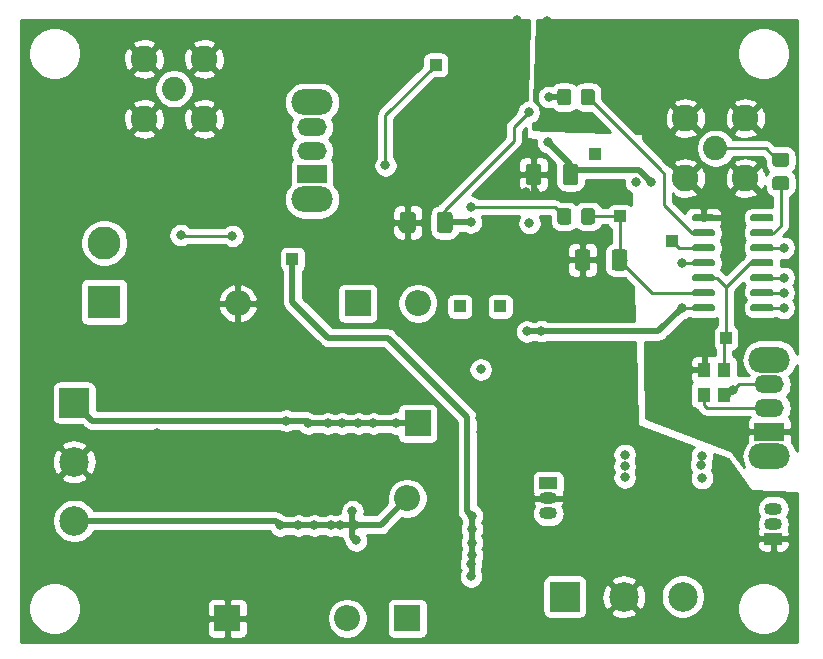
<source format=gbr>
%TF.GenerationSoftware,KiCad,Pcbnew,(5.1.8-0-10_14)*%
%TF.CreationDate,2022-02-24T11:49:15-06:00*%
%TF.ProjectId,SAQ_KiCad_one,5341515f-4b69-4436-9164-5f6f6e652e6b,rev?*%
%TF.SameCoordinates,Original*%
%TF.FileFunction,Copper,L2,Bot*%
%TF.FilePolarity,Positive*%
%FSLAX46Y46*%
G04 Gerber Fmt 4.6, Leading zero omitted, Abs format (unit mm)*
G04 Created by KiCad (PCBNEW (5.1.8-0-10_14)) date 2022-02-24 11:49:15*
%MOMM*%
%LPD*%
G01*
G04 APERTURE LIST*
%TA.AperFunction,ComponentPad*%
%ADD10R,1.500000X1.050000*%
%TD*%
%TA.AperFunction,ComponentPad*%
%ADD11O,1.500000X1.050000*%
%TD*%
%TA.AperFunction,ComponentPad*%
%ADD12C,2.250000*%
%TD*%
%TA.AperFunction,ComponentPad*%
%ADD13C,2.050000*%
%TD*%
%TA.AperFunction,ComponentPad*%
%ADD14C,2.500000*%
%TD*%
%TA.AperFunction,ComponentPad*%
%ADD15R,2.500000X2.500000*%
%TD*%
%TA.AperFunction,ComponentPad*%
%ADD16R,1.000000X1.000000*%
%TD*%
%TA.AperFunction,SMDPad,CuDef*%
%ADD17R,1.100000X1.300000*%
%TD*%
%TA.AperFunction,ComponentPad*%
%ADD18O,3.500000X2.200000*%
%TD*%
%TA.AperFunction,ComponentPad*%
%ADD19O,2.500000X1.500000*%
%TD*%
%TA.AperFunction,ComponentPad*%
%ADD20R,2.500000X1.500000*%
%TD*%
%TA.AperFunction,ComponentPad*%
%ADD21C,2.800000*%
%TD*%
%TA.AperFunction,ComponentPad*%
%ADD22R,2.800000X2.800000*%
%TD*%
%TA.AperFunction,ComponentPad*%
%ADD23O,2.200000X2.200000*%
%TD*%
%TA.AperFunction,ComponentPad*%
%ADD24R,2.200000X2.200000*%
%TD*%
%TA.AperFunction,ViaPad*%
%ADD25C,0.800000*%
%TD*%
%TA.AperFunction,Conductor*%
%ADD26C,0.500000*%
%TD*%
%TA.AperFunction,Conductor*%
%ADD27C,0.250000*%
%TD*%
%TA.AperFunction,Conductor*%
%ADD28C,0.254000*%
%TD*%
%TA.AperFunction,Conductor*%
%ADD29C,0.100000*%
%TD*%
G04 APERTURE END LIST*
D10*
%TO.P,U7,1*%
%TO.N,GND*%
X168338500Y-59626500D03*
D11*
%TO.P,U7,3*%
%TO.N,-15V*%
X168338500Y-57086500D03*
%TO.P,U7,2*%
%TO.N,Net-(J5-Pad3)*%
X168338500Y-58356500D03*
%TD*%
%TO.P,U5,14*%
%TO.N,+3V3*%
%TA.AperFunction,SMDPad,CuDef*%
G36*
G01*
X166409500Y-40218500D02*
X166409500Y-39918500D01*
G75*
G02*
X166559500Y-39768500I150000J0D01*
G01*
X168209500Y-39768500D01*
G75*
G02*
X168359500Y-39918500I0J-150000D01*
G01*
X168359500Y-40218500D01*
G75*
G02*
X168209500Y-40368500I-150000J0D01*
G01*
X166559500Y-40368500D01*
G75*
G02*
X166409500Y-40218500I0J150000D01*
G01*
G37*
%TD.AperFunction*%
%TO.P,U5,13*%
%TA.AperFunction,SMDPad,CuDef*%
G36*
G01*
X166409500Y-38948500D02*
X166409500Y-38648500D01*
G75*
G02*
X166559500Y-38498500I150000J0D01*
G01*
X168209500Y-38498500D01*
G75*
G02*
X168359500Y-38648500I0J-150000D01*
G01*
X168359500Y-38948500D01*
G75*
G02*
X168209500Y-39098500I-150000J0D01*
G01*
X166559500Y-39098500D01*
G75*
G02*
X166409500Y-38948500I0J150000D01*
G01*
G37*
%TD.AperFunction*%
%TO.P,U5,12*%
%TO.N,Net-(TP4-Pad1)*%
%TA.AperFunction,SMDPad,CuDef*%
G36*
G01*
X166409500Y-37678500D02*
X166409500Y-37378500D01*
G75*
G02*
X166559500Y-37228500I150000J0D01*
G01*
X168209500Y-37228500D01*
G75*
G02*
X168359500Y-37378500I0J-150000D01*
G01*
X168359500Y-37678500D01*
G75*
G02*
X168209500Y-37828500I-150000J0D01*
G01*
X166559500Y-37828500D01*
G75*
G02*
X166409500Y-37678500I0J150000D01*
G01*
G37*
%TD.AperFunction*%
%TO.P,U5,11*%
%TO.N,CLK*%
%TA.AperFunction,SMDPad,CuDef*%
G36*
G01*
X166409500Y-36408500D02*
X166409500Y-36108500D01*
G75*
G02*
X166559500Y-35958500I150000J0D01*
G01*
X168209500Y-35958500D01*
G75*
G02*
X168359500Y-36108500I0J-150000D01*
G01*
X168359500Y-36408500D01*
G75*
G02*
X168209500Y-36558500I-150000J0D01*
G01*
X166559500Y-36558500D01*
G75*
G02*
X166409500Y-36408500I0J150000D01*
G01*
G37*
%TD.AperFunction*%
%TO.P,U5,10*%
%TO.N,+3V3*%
%TA.AperFunction,SMDPad,CuDef*%
G36*
G01*
X166409500Y-35138500D02*
X166409500Y-34838500D01*
G75*
G02*
X166559500Y-34688500I150000J0D01*
G01*
X168209500Y-34688500D01*
G75*
G02*
X168359500Y-34838500I0J-150000D01*
G01*
X168359500Y-35138500D01*
G75*
G02*
X168209500Y-35288500I-150000J0D01*
G01*
X166559500Y-35288500D01*
G75*
G02*
X166409500Y-35138500I0J150000D01*
G01*
G37*
%TD.AperFunction*%
%TO.P,U5,9*%
%TO.N,Net-(R18-Pad1)*%
%TA.AperFunction,SMDPad,CuDef*%
G36*
G01*
X166409500Y-33868500D02*
X166409500Y-33568500D01*
G75*
G02*
X166559500Y-33418500I150000J0D01*
G01*
X168209500Y-33418500D01*
G75*
G02*
X168359500Y-33568500I0J-150000D01*
G01*
X168359500Y-33868500D01*
G75*
G02*
X168209500Y-34018500I-150000J0D01*
G01*
X166559500Y-34018500D01*
G75*
G02*
X166409500Y-33868500I0J150000D01*
G01*
G37*
%TD.AperFunction*%
%TO.P,U5,8*%
%TO.N,Net-(U5-Pad8)*%
%TA.AperFunction,SMDPad,CuDef*%
G36*
G01*
X166409500Y-32598500D02*
X166409500Y-32298500D01*
G75*
G02*
X166559500Y-32148500I150000J0D01*
G01*
X168209500Y-32148500D01*
G75*
G02*
X168359500Y-32298500I0J-150000D01*
G01*
X168359500Y-32598500D01*
G75*
G02*
X168209500Y-32748500I-150000J0D01*
G01*
X166559500Y-32748500D01*
G75*
G02*
X166409500Y-32598500I0J150000D01*
G01*
G37*
%TD.AperFunction*%
%TO.P,U5,7*%
%TO.N,GND*%
%TA.AperFunction,SMDPad,CuDef*%
G36*
G01*
X161459500Y-32598500D02*
X161459500Y-32298500D01*
G75*
G02*
X161609500Y-32148500I150000J0D01*
G01*
X163259500Y-32148500D01*
G75*
G02*
X163409500Y-32298500I0J-150000D01*
G01*
X163409500Y-32598500D01*
G75*
G02*
X163259500Y-32748500I-150000J0D01*
G01*
X161609500Y-32748500D01*
G75*
G02*
X161459500Y-32598500I0J150000D01*
G01*
G37*
%TD.AperFunction*%
%TO.P,U5,6*%
%TO.N,Net-(R15-Pad2)*%
%TA.AperFunction,SMDPad,CuDef*%
G36*
G01*
X161459500Y-33868500D02*
X161459500Y-33568500D01*
G75*
G02*
X161609500Y-33418500I150000J0D01*
G01*
X163259500Y-33418500D01*
G75*
G02*
X163409500Y-33568500I0J-150000D01*
G01*
X163409500Y-33868500D01*
G75*
G02*
X163259500Y-34018500I-150000J0D01*
G01*
X161609500Y-34018500D01*
G75*
G02*
X161459500Y-33868500I0J150000D01*
G01*
G37*
%TD.AperFunction*%
%TO.P,U5,5*%
%TO.N,Net-(TP4-Pad1)*%
%TA.AperFunction,SMDPad,CuDef*%
G36*
G01*
X161459500Y-35138500D02*
X161459500Y-34838500D01*
G75*
G02*
X161609500Y-34688500I150000J0D01*
G01*
X163259500Y-34688500D01*
G75*
G02*
X163409500Y-34838500I0J-150000D01*
G01*
X163409500Y-35138500D01*
G75*
G02*
X163259500Y-35288500I-150000J0D01*
G01*
X161609500Y-35288500D01*
G75*
G02*
X161459500Y-35138500I0J150000D01*
G01*
G37*
%TD.AperFunction*%
%TO.P,U5,4*%
%TO.N,+3V3*%
%TA.AperFunction,SMDPad,CuDef*%
G36*
G01*
X161459500Y-36408500D02*
X161459500Y-36108500D01*
G75*
G02*
X161609500Y-35958500I150000J0D01*
G01*
X163259500Y-35958500D01*
G75*
G02*
X163409500Y-36108500I0J-150000D01*
G01*
X163409500Y-36408500D01*
G75*
G02*
X163259500Y-36558500I-150000J0D01*
G01*
X161609500Y-36558500D01*
G75*
G02*
X161459500Y-36408500I0J150000D01*
G01*
G37*
%TD.AperFunction*%
%TO.P,U5,3*%
%TO.N,CLK*%
%TA.AperFunction,SMDPad,CuDef*%
G36*
G01*
X161459500Y-37678500D02*
X161459500Y-37378500D01*
G75*
G02*
X161609500Y-37228500I150000J0D01*
G01*
X163259500Y-37228500D01*
G75*
G02*
X163409500Y-37378500I0J-150000D01*
G01*
X163409500Y-37678500D01*
G75*
G02*
X163259500Y-37828500I-150000J0D01*
G01*
X161609500Y-37828500D01*
G75*
G02*
X161459500Y-37678500I0J150000D01*
G01*
G37*
%TD.AperFunction*%
%TO.P,U5,2*%
%TO.N,Net-(C8-Pad1)*%
%TA.AperFunction,SMDPad,CuDef*%
G36*
G01*
X161459500Y-38948500D02*
X161459500Y-38648500D01*
G75*
G02*
X161609500Y-38498500I150000J0D01*
G01*
X163259500Y-38498500D01*
G75*
G02*
X163409500Y-38648500I0J-150000D01*
G01*
X163409500Y-38948500D01*
G75*
G02*
X163259500Y-39098500I-150000J0D01*
G01*
X161609500Y-39098500D01*
G75*
G02*
X161459500Y-38948500I0J150000D01*
G01*
G37*
%TD.AperFunction*%
%TO.P,U5,1*%
%TO.N,+3V3*%
%TA.AperFunction,SMDPad,CuDef*%
G36*
G01*
X161459500Y-40218500D02*
X161459500Y-39918500D01*
G75*
G02*
X161609500Y-39768500I150000J0D01*
G01*
X163259500Y-39768500D01*
G75*
G02*
X163409500Y-39918500I0J-150000D01*
G01*
X163409500Y-40218500D01*
G75*
G02*
X163259500Y-40368500I-150000J0D01*
G01*
X161609500Y-40368500D01*
G75*
G02*
X161459500Y-40218500I0J150000D01*
G01*
G37*
%TD.AperFunction*%
%TD*%
D12*
%TO.P,J6,2*%
%TO.N,GND*%
X115062000Y-24066500D03*
X115062000Y-18986500D03*
X120142000Y-18986500D03*
X120142000Y-24066500D03*
D13*
%TO.P,J6,1*%
%TO.N,Net-(J6-Pad1)*%
X117602000Y-21526500D03*
%TD*%
D12*
%TO.P,J3,2*%
%TO.N,GND*%
X160909000Y-29083000D03*
X160909000Y-24003000D03*
X165989000Y-24003000D03*
X165989000Y-29083000D03*
D13*
%TO.P,J3,1*%
%TO.N,Net-(J3-Pad1)*%
X163449000Y-26543000D03*
%TD*%
%TO.P,C13,2*%
%TO.N,GND*%
%TA.AperFunction,SMDPad,CuDef*%
G36*
G01*
X138063000Y-32179497D02*
X138063000Y-33479503D01*
G75*
G02*
X137813003Y-33729500I-249997J0D01*
G01*
X136987997Y-33729500D01*
G75*
G02*
X136738000Y-33479503I0J249997D01*
G01*
X136738000Y-32179497D01*
G75*
G02*
X136987997Y-31929500I249997J0D01*
G01*
X137813003Y-31929500D01*
G75*
G02*
X138063000Y-32179497I0J-249997D01*
G01*
G37*
%TD.AperFunction*%
%TO.P,C13,1*%
%TO.N,+3V3*%
%TA.AperFunction,SMDPad,CuDef*%
G36*
G01*
X141188000Y-32179497D02*
X141188000Y-33479503D01*
G75*
G02*
X140938003Y-33729500I-249997J0D01*
G01*
X140112997Y-33729500D01*
G75*
G02*
X139863000Y-33479503I0J249997D01*
G01*
X139863000Y-32179497D01*
G75*
G02*
X140112997Y-31929500I249997J0D01*
G01*
X140938003Y-31929500D01*
G75*
G02*
X141188000Y-32179497I0J-249997D01*
G01*
G37*
%TD.AperFunction*%
%TD*%
D10*
%TO.P,U6,1*%
%TO.N,+15V*%
X149288500Y-54927500D03*
D11*
%TO.P,U6,3*%
%TO.N,Net-(J5-Pad1)*%
X149288500Y-57467500D03*
%TO.P,U6,2*%
%TO.N,GND*%
X149288500Y-56197500D03*
%TD*%
D14*
%TO.P,J5,3*%
%TO.N,Net-(J5-Pad3)*%
X160685500Y-64516000D03*
%TO.P,J5,2*%
%TO.N,GND*%
X155685500Y-64516000D03*
D15*
%TO.P,J5,1*%
%TO.N,Net-(J5-Pad1)*%
X150685500Y-64516000D03*
%TD*%
%TO.P,C18,2*%
%TO.N,-15V*%
%TA.AperFunction,SMDPad,CuDef*%
G36*
G01*
X150506000Y-29415503D02*
X150506000Y-28115497D01*
G75*
G02*
X150755997Y-27865500I249997J0D01*
G01*
X151581003Y-27865500D01*
G75*
G02*
X151831000Y-28115497I0J-249997D01*
G01*
X151831000Y-29415503D01*
G75*
G02*
X151581003Y-29665500I-249997J0D01*
G01*
X150755997Y-29665500D01*
G75*
G02*
X150506000Y-29415503I0J249997D01*
G01*
G37*
%TD.AperFunction*%
%TO.P,C18,1*%
%TO.N,GND*%
%TA.AperFunction,SMDPad,CuDef*%
G36*
G01*
X147381000Y-29415503D02*
X147381000Y-28115497D01*
G75*
G02*
X147630997Y-27865500I249997J0D01*
G01*
X148456003Y-27865500D01*
G75*
G02*
X148706000Y-28115497I0J-249997D01*
G01*
X148706000Y-29415503D01*
G75*
G02*
X148456003Y-29665500I-249997J0D01*
G01*
X147630997Y-29665500D01*
G75*
G02*
X147381000Y-29415503I0J249997D01*
G01*
G37*
%TD.AperFunction*%
%TD*%
D16*
%TO.P,TP9,1*%
%TO.N,VEE*%
X127635000Y-35941000D03*
%TD*%
%TO.P,TP8,1*%
%TO.N,VDD*%
X145224500Y-39941500D03*
%TD*%
%TO.P,TP6,1*%
%TO.N,+3V3*%
X141795500Y-39941500D03*
%TD*%
%TO.P,TP5,1*%
%TO.N,CLK*%
X164338000Y-42608500D03*
%TD*%
%TO.P,TP4,1*%
%TO.N,Net-(TP4-Pad1)*%
X159766000Y-34417000D03*
%TD*%
%TO.P,TP3,1*%
%TO.N,Net-(C8-Pad1)*%
X155384500Y-32321500D03*
%TD*%
%TO.P,TP2,1*%
%TO.N,Net-(R13-Pad2)*%
X153225500Y-27051000D03*
%TD*%
%TO.P,TP1,1*%
%TO.N,Net-(JP1-Pad1)*%
X139763500Y-19494500D03*
%TD*%
D17*
%TO.P,X1,4*%
%TO.N,+3V3*%
X164147000Y-47405000D03*
%TO.P,X1,3*%
%TO.N,CLK*%
X164147000Y-45305000D03*
%TO.P,X1,2*%
%TO.N,GND*%
X162497000Y-45305000D03*
%TO.P,X1,1*%
%TO.N,Net-(SW2-Pad2)*%
X162497000Y-47405000D03*
%TD*%
D18*
%TO.P,SW2,*%
%TO.N,*%
X168021000Y-44446000D03*
X168021000Y-52646000D03*
D19*
%TO.P,SW2,3*%
%TO.N,+3V3*%
X168021000Y-46546000D03*
%TO.P,SW2,2*%
%TO.N,Net-(SW2-Pad2)*%
X168021000Y-48546000D03*
D20*
%TO.P,SW2,1*%
%TO.N,GND*%
X168021000Y-50546000D03*
%TD*%
D18*
%TO.P,SW1,*%
%TO.N,*%
X129286000Y-22665500D03*
X129286000Y-30865500D03*
D19*
%TO.P,SW1,3*%
%TO.N,Net-(J6-Pad1)*%
X129286000Y-24765500D03*
%TO.P,SW1,2*%
%TO.N,Net-(Q5-Pad2)*%
X129286000Y-26765500D03*
D20*
%TO.P,SW1,1*%
%TO.N,Net-(Q3-Pad3)*%
X129286000Y-28765500D03*
%TD*%
%TO.P,R18,2*%
%TO.N,Net-(J3-Pad1)*%
%TA.AperFunction,SMDPad,CuDef*%
G36*
G01*
X169423501Y-28127500D02*
X168523499Y-28127500D01*
G75*
G02*
X168273500Y-27877501I0J249999D01*
G01*
X168273500Y-27177499D01*
G75*
G02*
X168523499Y-26927500I249999J0D01*
G01*
X169423501Y-26927500D01*
G75*
G02*
X169673500Y-27177499I0J-249999D01*
G01*
X169673500Y-27877501D01*
G75*
G02*
X169423501Y-28127500I-249999J0D01*
G01*
G37*
%TD.AperFunction*%
%TO.P,R18,1*%
%TO.N,Net-(R18-Pad1)*%
%TA.AperFunction,SMDPad,CuDef*%
G36*
G01*
X169423501Y-30127500D02*
X168523499Y-30127500D01*
G75*
G02*
X168273500Y-29877501I0J249999D01*
G01*
X168273500Y-29177499D01*
G75*
G02*
X168523499Y-28927500I249999J0D01*
G01*
X169423501Y-28927500D01*
G75*
G02*
X169673500Y-29177499I0J-249999D01*
G01*
X169673500Y-29877501D01*
G75*
G02*
X169423501Y-30127500I-249999J0D01*
G01*
G37*
%TD.AperFunction*%
%TD*%
%TO.P,R17,2*%
%TO.N,Net-(C8-Pad1)*%
%TA.AperFunction,SMDPad,CuDef*%
G36*
G01*
X152054000Y-32771501D02*
X152054000Y-31871499D01*
G75*
G02*
X152303999Y-31621500I249999J0D01*
G01*
X153004001Y-31621500D01*
G75*
G02*
X153254000Y-31871499I0J-249999D01*
G01*
X153254000Y-32771501D01*
G75*
G02*
X153004001Y-33021500I-249999J0D01*
G01*
X152303999Y-33021500D01*
G75*
G02*
X152054000Y-32771501I0J249999D01*
G01*
G37*
%TD.AperFunction*%
%TO.P,R17,1*%
%TO.N,Net-(R16-Pad2)*%
%TA.AperFunction,SMDPad,CuDef*%
G36*
G01*
X150054000Y-32771501D02*
X150054000Y-31871499D01*
G75*
G02*
X150303999Y-31621500I249999J0D01*
G01*
X151004001Y-31621500D01*
G75*
G02*
X151254000Y-31871499I0J-249999D01*
G01*
X151254000Y-32771501D01*
G75*
G02*
X151004001Y-33021500I-249999J0D01*
G01*
X150303999Y-33021500D01*
G75*
G02*
X150054000Y-32771501I0J249999D01*
G01*
G37*
%TD.AperFunction*%
%TD*%
%TO.P,R15,2*%
%TO.N,Net-(R15-Pad2)*%
%TA.AperFunction,SMDPad,CuDef*%
G36*
G01*
X152038000Y-22675001D02*
X152038000Y-21774999D01*
G75*
G02*
X152287999Y-21525000I249999J0D01*
G01*
X152988001Y-21525000D01*
G75*
G02*
X153238000Y-21774999I0J-249999D01*
G01*
X153238000Y-22675001D01*
G75*
G02*
X152988001Y-22925000I-249999J0D01*
G01*
X152287999Y-22925000D01*
G75*
G02*
X152038000Y-22675001I0J249999D01*
G01*
G37*
%TD.AperFunction*%
%TO.P,R15,1*%
%TO.N,Net-(R15-Pad1)*%
%TA.AperFunction,SMDPad,CuDef*%
G36*
G01*
X150038000Y-22675001D02*
X150038000Y-21774999D01*
G75*
G02*
X150287999Y-21525000I249999J0D01*
G01*
X150988001Y-21525000D01*
G75*
G02*
X151238000Y-21774999I0J-249999D01*
G01*
X151238000Y-22675001D01*
G75*
G02*
X150988001Y-22925000I-249999J0D01*
G01*
X150287999Y-22925000D01*
G75*
G02*
X150038000Y-22675001I0J249999D01*
G01*
G37*
%TD.AperFunction*%
%TD*%
D14*
%TO.P,J2,3*%
%TO.N,Net-(D2-Pad2)*%
X109156500Y-58102500D03*
%TO.P,J2,2*%
%TO.N,GND*%
X109156500Y-53102500D03*
D15*
%TO.P,J2,1*%
%TO.N,Net-(D1-Pad1)*%
X109156500Y-48102500D03*
%TD*%
D21*
%TO.P,J1,2*%
%TO.N,Net-(J1-Pad1)*%
X111696500Y-34560500D03*
D22*
%TO.P,J1,1*%
X111696500Y-39560500D03*
%TD*%
D23*
%TO.P,D4,2*%
%TO.N,Net-(D2-Pad1)*%
X132270500Y-66357500D03*
D24*
%TO.P,D4,1*%
%TO.N,GND*%
X122110500Y-66357500D03*
%TD*%
D23*
%TO.P,D3,2*%
%TO.N,GND*%
X122999500Y-39687500D03*
D24*
%TO.P,D3,1*%
%TO.N,+3V3*%
X133159500Y-39687500D03*
%TD*%
D23*
%TO.P,D2,2*%
%TO.N,Net-(D2-Pad2)*%
X137350500Y-56197500D03*
D24*
%TO.P,D2,1*%
%TO.N,Net-(D2-Pad1)*%
X137350500Y-66357500D03*
%TD*%
D23*
%TO.P,D1,2*%
%TO.N,+3V3*%
X138239500Y-39687500D03*
D24*
%TO.P,D1,1*%
%TO.N,Net-(D1-Pad1)*%
X138239500Y-49847500D03*
%TD*%
%TO.P,C8,2*%
%TO.N,GND*%
%TA.AperFunction,SMDPad,CuDef*%
G36*
G01*
X152858500Y-35354497D02*
X152858500Y-36654503D01*
G75*
G02*
X152608503Y-36904500I-249997J0D01*
G01*
X151783497Y-36904500D01*
G75*
G02*
X151533500Y-36654503I0J249997D01*
G01*
X151533500Y-35354497D01*
G75*
G02*
X151783497Y-35104500I249997J0D01*
G01*
X152608503Y-35104500D01*
G75*
G02*
X152858500Y-35354497I0J-249997D01*
G01*
G37*
%TD.AperFunction*%
%TO.P,C8,1*%
%TO.N,Net-(C8-Pad1)*%
%TA.AperFunction,SMDPad,CuDef*%
G36*
G01*
X155983500Y-35354497D02*
X155983500Y-36654503D01*
G75*
G02*
X155733503Y-36904500I-249997J0D01*
G01*
X154908497Y-36904500D01*
G75*
G02*
X154658500Y-36654503I0J249997D01*
G01*
X154658500Y-35354497D01*
G75*
G02*
X154908497Y-35104500I249997J0D01*
G01*
X155733503Y-35104500D01*
G75*
G02*
X155983500Y-35354497I0J-249997D01*
G01*
G37*
%TD.AperFunction*%
%TD*%
D25*
%TO.N,GND*%
X165798500Y-39433500D03*
X162306000Y-45148500D03*
X144272000Y-19685000D03*
X153733500Y-39878000D03*
X148209000Y-30289500D03*
X147447000Y-30289500D03*
X118745000Y-56451500D03*
X117157500Y-56451500D03*
X145478500Y-55626000D03*
X155829000Y-58610500D03*
X155829000Y-57023000D03*
X162179000Y-58991500D03*
X162306000Y-57150000D03*
X152146000Y-49657000D03*
X143510000Y-49403000D03*
X116840000Y-61785500D03*
X142875000Y-66738500D03*
X142875000Y-65532000D03*
X133096000Y-28003500D03*
X143192500Y-34099500D03*
X137033000Y-33210500D03*
X118173500Y-44767500D03*
X116141500Y-50673000D03*
X143573500Y-50546000D03*
X152146000Y-50673000D03*
X152209500Y-43434000D03*
X147699500Y-28703500D03*
X146685000Y-15684500D03*
X149923500Y-20574000D03*
X149161500Y-15748000D03*
X159956500Y-43624500D03*
%TO.N,+3V3*%
X148717000Y-42037000D03*
X160655000Y-36258500D03*
X160591500Y-40068500D03*
X169227500Y-40068500D03*
X169227500Y-38798500D03*
X169227500Y-34988500D03*
X147637500Y-23495000D03*
X142748000Y-32829500D03*
X143573500Y-45275500D03*
X164941250Y-47021750D03*
X147469500Y-42059500D03*
%TO.N,VDD*%
X147701000Y-32893000D03*
%TO.N,VEE*%
X142748000Y-62801500D03*
X142770500Y-61744500D03*
X142819500Y-61015500D03*
X142819500Y-59936000D03*
X142819500Y-58793000D03*
X142819500Y-57650000D03*
%TO.N,Net-(D1-Pad1)*%
X136398000Y-49847500D03*
X134493000Y-49847500D03*
X133223000Y-49847500D03*
X131826000Y-49847500D03*
X130619500Y-49847500D03*
X128968500Y-49847500D03*
X127100550Y-49619950D03*
%TO.N,Net-(D2-Pad2)*%
X133032500Y-59753500D03*
X132715000Y-57277000D03*
X126580500Y-58483500D03*
X128143000Y-58483500D03*
X129476500Y-58483500D03*
X130873500Y-58483500D03*
X131699000Y-58483500D03*
X132924750Y-58439250D03*
%TO.N,Net-(Q2-Pad1)*%
X118173500Y-33909000D03*
X122550680Y-33975000D03*
%TO.N,Net-(R16-Pad2)*%
X150622000Y-32448500D03*
X142751000Y-31559500D03*
%TO.N,+15V*%
X156718000Y-29400500D03*
X155765500Y-54419500D03*
X155765500Y-53467000D03*
X155765500Y-52514500D03*
%TO.N,-15V*%
X149288500Y-26035000D03*
X157988000Y-29400500D03*
X162306000Y-52578000D03*
X162242500Y-53340000D03*
X162306000Y-54483000D03*
%TO.N,Net-(R15-Pad1)*%
X149352000Y-22225000D03*
%TO.N,Net-(TP4-Pad1)*%
X169227500Y-37528500D03*
%TO.N,Net-(JP1-Pad1)*%
X135509000Y-28003500D03*
%TD*%
D26*
%TO.N,+3V3*%
X142748000Y-32829500D02*
X140525500Y-32829500D01*
X140525500Y-32829500D02*
X140525500Y-32004000D01*
D27*
X146370990Y-25900200D02*
X140525500Y-31745690D01*
X140525500Y-31745690D02*
X140525500Y-32829500D01*
X146370990Y-24761510D02*
X146370990Y-25900200D01*
X147637500Y-23495000D02*
X146370990Y-24761510D01*
X169227500Y-34988500D02*
X167384500Y-34988500D01*
X169227500Y-38798500D02*
X167384500Y-38798500D01*
X169227500Y-40068500D02*
X167384500Y-40068500D01*
X162434500Y-40068500D02*
X160591500Y-40068500D01*
X162434500Y-36258500D02*
X160655000Y-36258500D01*
X164147000Y-47405000D02*
X164558000Y-47405000D01*
X165417000Y-46546000D02*
X168021000Y-46546000D01*
X164558000Y-47405000D02*
X164941250Y-47021750D01*
X164941250Y-47021750D02*
X165417000Y-46546000D01*
D26*
X158623000Y-42037000D02*
X148717000Y-42037000D01*
X160591500Y-40068500D02*
X158623000Y-42037000D01*
X148694500Y-42059500D02*
X148717000Y-42037000D01*
X147469500Y-42059500D02*
X148694500Y-42059500D01*
%TO.N,VEE*%
X127635000Y-39560500D02*
X127635000Y-35941000D01*
X130683000Y-42608500D02*
X127635000Y-39560500D01*
X142419501Y-49328501D02*
X142419501Y-57250001D01*
X142419501Y-57250001D02*
X142819500Y-57650000D01*
X135699500Y-42608500D02*
X142419501Y-49328501D01*
X135699500Y-42608500D02*
X130683000Y-42608500D01*
X142819500Y-62730000D02*
X142748000Y-62801500D01*
X142819500Y-57650000D02*
X142819500Y-62730000D01*
D27*
%TO.N,Net-(C8-Pad1)*%
X152654000Y-32321500D02*
X155384500Y-32321500D01*
X155384500Y-35941000D02*
X155321000Y-36004500D01*
X155384500Y-32321500D02*
X155384500Y-35941000D01*
X155321000Y-36004500D02*
X155890000Y-36004500D01*
X158115000Y-38798500D02*
X162434500Y-38798500D01*
X155321000Y-36004500D02*
X158115000Y-38798500D01*
D26*
%TO.N,Net-(D1-Pad1)*%
X138239500Y-49847500D02*
X128968500Y-49847500D01*
X128740950Y-49619950D02*
X128968500Y-49847500D01*
X127100550Y-49619950D02*
X128740950Y-49619950D01*
X110673950Y-49619950D02*
X109156500Y-48102500D01*
X127100550Y-49619950D02*
X110673950Y-49619950D01*
%TO.N,Net-(D2-Pad2)*%
X126199500Y-58102500D02*
X126580500Y-58483500D01*
X109156500Y-58102500D02*
X126199500Y-58102500D01*
X126580500Y-58483500D02*
X131699000Y-58483500D01*
X132715000Y-59436000D02*
X133032500Y-59753500D01*
X132715000Y-57277000D02*
X132715000Y-59436000D01*
X131743250Y-58439250D02*
X131699000Y-58483500D01*
X132924750Y-58439250D02*
X131743250Y-58439250D01*
X135108750Y-58439250D02*
X137350500Y-56197500D01*
X132924750Y-58439250D02*
X135108750Y-58439250D01*
D27*
%TO.N,Net-(J3-Pad1)*%
X168973500Y-27527500D02*
X168688000Y-27527500D01*
X167703500Y-26543000D02*
X163449000Y-26543000D01*
X168688000Y-27527500D02*
X167703500Y-26543000D01*
%TO.N,Net-(Q2-Pad1)*%
X118239500Y-33975000D02*
X118173500Y-33909000D01*
X122550680Y-33975000D02*
X118239500Y-33975000D01*
%TO.N,Net-(R15-Pad2)*%
X158713001Y-28300001D02*
X152638000Y-22225000D01*
X161459500Y-33718500D02*
X159131000Y-31390000D01*
X162434500Y-33718500D02*
X161459500Y-33718500D01*
X159131000Y-28718000D02*
X158713001Y-28300001D01*
X159131000Y-31390000D02*
X159131000Y-28718000D01*
%TO.N,Net-(R16-Pad2)*%
X149892000Y-31559500D02*
X150654000Y-32321500D01*
X142751000Y-31559500D02*
X149892000Y-31559500D01*
%TO.N,Net-(R18-Pad1)*%
X168973500Y-33104500D02*
X168973500Y-29527500D01*
X168359500Y-33718500D02*
X168973500Y-33104500D01*
X167384500Y-33718500D02*
X168359500Y-33718500D01*
%TO.N,Net-(SW2-Pad2)*%
X162738000Y-48546000D02*
X168021000Y-48546000D01*
X162497000Y-48305000D02*
X162738000Y-48546000D01*
X162497000Y-47405000D02*
X162497000Y-48305000D01*
%TO.N,CLK*%
X166409500Y-36258500D02*
X164338000Y-38330000D01*
X167384500Y-36258500D02*
X166409500Y-36258500D01*
X162434500Y-37528500D02*
X163576000Y-37528500D01*
X163576000Y-37528500D02*
X164338000Y-38290500D01*
X164338000Y-39116000D02*
X164338000Y-42608500D01*
X164338000Y-38290500D02*
X164338000Y-39116000D01*
X164338000Y-38330000D02*
X164338000Y-39116000D01*
X164147000Y-42799500D02*
X164338000Y-42608500D01*
X164147000Y-45305000D02*
X164147000Y-42799500D01*
D26*
%TO.N,-15V*%
X157976002Y-29400500D02*
X156960002Y-28384500D01*
X157988000Y-29400500D02*
X157976002Y-29400500D01*
X151549500Y-28384500D02*
X151168500Y-28765500D01*
X156960002Y-28384500D02*
X151549500Y-28384500D01*
X151168500Y-27915000D02*
X149288500Y-26035000D01*
X151168500Y-28765500D02*
X151168500Y-27915000D01*
%TO.N,Net-(R15-Pad1)*%
X150638000Y-22225000D02*
X149352000Y-22225000D01*
D27*
%TO.N,Net-(TP4-Pad1)*%
X169227500Y-37528500D02*
X167384500Y-37528500D01*
X160337500Y-34988500D02*
X159766000Y-34417000D01*
X162434500Y-34988500D02*
X160337500Y-34988500D01*
%TO.N,Net-(JP1-Pad1)*%
X135509000Y-23749000D02*
X139763500Y-19494500D01*
X135509000Y-28003500D02*
X135509000Y-23749000D01*
%TD*%
D28*
%TO.N,GND*%
X161307918Y-40946584D02*
X161455755Y-40991429D01*
X161609500Y-41006572D01*
X163259500Y-41006572D01*
X163413245Y-40991429D01*
X163561082Y-40946584D01*
X163578001Y-40937541D01*
X163578001Y-41527454D01*
X163483506Y-41577963D01*
X163386815Y-41657315D01*
X163307463Y-41754006D01*
X163248498Y-41864320D01*
X163212188Y-41984018D01*
X163199928Y-42108500D01*
X163199928Y-43108500D01*
X163212188Y-43232982D01*
X163248498Y-43352680D01*
X163307463Y-43462994D01*
X163386815Y-43559685D01*
X163387001Y-43559837D01*
X163387000Y-44055129D01*
X163352820Y-44065498D01*
X163322000Y-44081972D01*
X163291180Y-44065498D01*
X163171482Y-44029188D01*
X163047000Y-44016928D01*
X162782750Y-44020000D01*
X162624000Y-44178750D01*
X162624000Y-45178000D01*
X162644000Y-45178000D01*
X162644000Y-45432000D01*
X162624000Y-45432000D01*
X162624000Y-45452000D01*
X162370000Y-45452000D01*
X162370000Y-45432000D01*
X161470750Y-45432000D01*
X161312000Y-45590750D01*
X161308928Y-45955000D01*
X161321188Y-46079482D01*
X161357498Y-46199180D01*
X161416463Y-46309494D01*
X161453809Y-46355000D01*
X161416463Y-46400506D01*
X161357498Y-46510820D01*
X161321188Y-46630518D01*
X161308928Y-46755000D01*
X161308928Y-48055000D01*
X161321188Y-48179482D01*
X161357498Y-48299180D01*
X161416463Y-48409494D01*
X161495815Y-48506185D01*
X161592506Y-48585537D01*
X161702820Y-48644502D01*
X161822518Y-48680812D01*
X161836877Y-48682226D01*
X161862026Y-48729276D01*
X161933201Y-48816002D01*
X161957000Y-48845001D01*
X161985997Y-48868798D01*
X162174200Y-49057002D01*
X162197999Y-49086001D01*
X162313724Y-49180974D01*
X162445753Y-49251546D01*
X162589014Y-49295003D01*
X162700667Y-49306000D01*
X162700676Y-49306000D01*
X162737999Y-49309676D01*
X162775322Y-49306000D01*
X166356794Y-49306000D01*
X166359940Y-49311886D01*
X166319815Y-49344815D01*
X166240463Y-49441506D01*
X166181498Y-49551820D01*
X166145188Y-49671518D01*
X166132928Y-49796000D01*
X166136000Y-50260250D01*
X166294750Y-50419000D01*
X167894000Y-50419000D01*
X167894000Y-50399000D01*
X168148000Y-50399000D01*
X168148000Y-50419000D01*
X169747250Y-50419000D01*
X169906000Y-50260250D01*
X169909072Y-49796000D01*
X169896812Y-49671518D01*
X169860502Y-49551820D01*
X169801537Y-49441506D01*
X169722185Y-49344815D01*
X169682060Y-49311886D01*
X169806764Y-49078581D01*
X169885960Y-48817507D01*
X169912701Y-48546000D01*
X169885960Y-48274493D01*
X169806764Y-48013419D01*
X169678157Y-47772812D01*
X169505081Y-47561919D01*
X169485684Y-47546000D01*
X169505081Y-47530081D01*
X169678157Y-47319188D01*
X169806764Y-47078581D01*
X169885960Y-46817507D01*
X169912701Y-46546000D01*
X169885960Y-46274493D01*
X169806764Y-46013419D01*
X169712006Y-45836139D01*
X169903766Y-45678766D01*
X170120579Y-45414578D01*
X170281686Y-45113168D01*
X170340001Y-44920930D01*
X170340001Y-52171070D01*
X170281686Y-51978832D01*
X170120579Y-51677422D01*
X169903766Y-51413234D01*
X169897992Y-51408496D01*
X169909072Y-51296000D01*
X169906000Y-50831750D01*
X169747250Y-50673000D01*
X168148000Y-50673000D01*
X168148000Y-50693000D01*
X167894000Y-50693000D01*
X167894000Y-50673000D01*
X166294750Y-50673000D01*
X166136000Y-50831750D01*
X166132928Y-51296000D01*
X166144008Y-51408496D01*
X166138234Y-51413234D01*
X165921421Y-51677422D01*
X165760314Y-51978832D01*
X165661105Y-52305881D01*
X165627606Y-52646000D01*
X165661105Y-52986119D01*
X165760314Y-53313168D01*
X165901416Y-53577151D01*
X164755362Y-52118537D01*
X164738136Y-52100562D01*
X164717734Y-52086294D01*
X164700321Y-52078172D01*
X157542576Y-49378321D01*
X157492727Y-44655000D01*
X161308928Y-44655000D01*
X161312000Y-45019250D01*
X161470750Y-45178000D01*
X162370000Y-45178000D01*
X162370000Y-44178750D01*
X162211250Y-44020000D01*
X161947000Y-44016928D01*
X161822518Y-44029188D01*
X161702820Y-44065498D01*
X161592506Y-44124463D01*
X161495815Y-44203815D01*
X161416463Y-44300506D01*
X161357498Y-44410820D01*
X161321188Y-44530518D01*
X161308928Y-44655000D01*
X157492727Y-44655000D01*
X157474436Y-42922000D01*
X158579531Y-42922000D01*
X158623000Y-42926281D01*
X158666469Y-42922000D01*
X158666477Y-42922000D01*
X158796490Y-42909195D01*
X158963313Y-42858589D01*
X159117059Y-42776411D01*
X159251817Y-42665817D01*
X159279534Y-42632044D01*
X160836544Y-41075035D01*
X160893398Y-41063726D01*
X161081756Y-40985705D01*
X161214798Y-40896810D01*
X161307918Y-40946584D01*
%TA.AperFunction,Conductor*%
D29*
G36*
X161307918Y-40946584D02*
G01*
X161455755Y-40991429D01*
X161609500Y-41006572D01*
X163259500Y-41006572D01*
X163413245Y-40991429D01*
X163561082Y-40946584D01*
X163578001Y-40937541D01*
X163578001Y-41527454D01*
X163483506Y-41577963D01*
X163386815Y-41657315D01*
X163307463Y-41754006D01*
X163248498Y-41864320D01*
X163212188Y-41984018D01*
X163199928Y-42108500D01*
X163199928Y-43108500D01*
X163212188Y-43232982D01*
X163248498Y-43352680D01*
X163307463Y-43462994D01*
X163386815Y-43559685D01*
X163387001Y-43559837D01*
X163387000Y-44055129D01*
X163352820Y-44065498D01*
X163322000Y-44081972D01*
X163291180Y-44065498D01*
X163171482Y-44029188D01*
X163047000Y-44016928D01*
X162782750Y-44020000D01*
X162624000Y-44178750D01*
X162624000Y-45178000D01*
X162644000Y-45178000D01*
X162644000Y-45432000D01*
X162624000Y-45432000D01*
X162624000Y-45452000D01*
X162370000Y-45452000D01*
X162370000Y-45432000D01*
X161470750Y-45432000D01*
X161312000Y-45590750D01*
X161308928Y-45955000D01*
X161321188Y-46079482D01*
X161357498Y-46199180D01*
X161416463Y-46309494D01*
X161453809Y-46355000D01*
X161416463Y-46400506D01*
X161357498Y-46510820D01*
X161321188Y-46630518D01*
X161308928Y-46755000D01*
X161308928Y-48055000D01*
X161321188Y-48179482D01*
X161357498Y-48299180D01*
X161416463Y-48409494D01*
X161495815Y-48506185D01*
X161592506Y-48585537D01*
X161702820Y-48644502D01*
X161822518Y-48680812D01*
X161836877Y-48682226D01*
X161862026Y-48729276D01*
X161933201Y-48816002D01*
X161957000Y-48845001D01*
X161985997Y-48868798D01*
X162174200Y-49057002D01*
X162197999Y-49086001D01*
X162313724Y-49180974D01*
X162445753Y-49251546D01*
X162589014Y-49295003D01*
X162700667Y-49306000D01*
X162700676Y-49306000D01*
X162737999Y-49309676D01*
X162775322Y-49306000D01*
X166356794Y-49306000D01*
X166359940Y-49311886D01*
X166319815Y-49344815D01*
X166240463Y-49441506D01*
X166181498Y-49551820D01*
X166145188Y-49671518D01*
X166132928Y-49796000D01*
X166136000Y-50260250D01*
X166294750Y-50419000D01*
X167894000Y-50419000D01*
X167894000Y-50399000D01*
X168148000Y-50399000D01*
X168148000Y-50419000D01*
X169747250Y-50419000D01*
X169906000Y-50260250D01*
X169909072Y-49796000D01*
X169896812Y-49671518D01*
X169860502Y-49551820D01*
X169801537Y-49441506D01*
X169722185Y-49344815D01*
X169682060Y-49311886D01*
X169806764Y-49078581D01*
X169885960Y-48817507D01*
X169912701Y-48546000D01*
X169885960Y-48274493D01*
X169806764Y-48013419D01*
X169678157Y-47772812D01*
X169505081Y-47561919D01*
X169485684Y-47546000D01*
X169505081Y-47530081D01*
X169678157Y-47319188D01*
X169806764Y-47078581D01*
X169885960Y-46817507D01*
X169912701Y-46546000D01*
X169885960Y-46274493D01*
X169806764Y-46013419D01*
X169712006Y-45836139D01*
X169903766Y-45678766D01*
X170120579Y-45414578D01*
X170281686Y-45113168D01*
X170340001Y-44920930D01*
X170340001Y-52171070D01*
X170281686Y-51978832D01*
X170120579Y-51677422D01*
X169903766Y-51413234D01*
X169897992Y-51408496D01*
X169909072Y-51296000D01*
X169906000Y-50831750D01*
X169747250Y-50673000D01*
X168148000Y-50673000D01*
X168148000Y-50693000D01*
X167894000Y-50693000D01*
X167894000Y-50673000D01*
X166294750Y-50673000D01*
X166136000Y-50831750D01*
X166132928Y-51296000D01*
X166144008Y-51408496D01*
X166138234Y-51413234D01*
X165921421Y-51677422D01*
X165760314Y-51978832D01*
X165661105Y-52305881D01*
X165627606Y-52646000D01*
X165661105Y-52986119D01*
X165760314Y-53313168D01*
X165901416Y-53577151D01*
X164755362Y-52118537D01*
X164738136Y-52100562D01*
X164717734Y-52086294D01*
X164700321Y-52078172D01*
X157542576Y-49378321D01*
X157492727Y-44655000D01*
X161308928Y-44655000D01*
X161312000Y-45019250D01*
X161470750Y-45178000D01*
X162370000Y-45178000D01*
X162370000Y-44178750D01*
X162211250Y-44020000D01*
X161947000Y-44016928D01*
X161822518Y-44029188D01*
X161702820Y-44065498D01*
X161592506Y-44124463D01*
X161495815Y-44203815D01*
X161416463Y-44300506D01*
X161357498Y-44410820D01*
X161321188Y-44530518D01*
X161308928Y-44655000D01*
X157492727Y-44655000D01*
X157474436Y-42922000D01*
X158579531Y-42922000D01*
X158623000Y-42926281D01*
X158666469Y-42922000D01*
X158666477Y-42922000D01*
X158796490Y-42909195D01*
X158963313Y-42858589D01*
X159117059Y-42776411D01*
X159251817Y-42665817D01*
X159279534Y-42632044D01*
X160836544Y-41075035D01*
X160893398Y-41063726D01*
X161081756Y-40985705D01*
X161214798Y-40896810D01*
X161307918Y-40946584D01*
G37*
%TD.AperFunction*%
D28*
X170340001Y-43971070D02*
X170281686Y-43778832D01*
X170120579Y-43477422D01*
X169903766Y-43213234D01*
X169639578Y-42996421D01*
X169338168Y-42835314D01*
X169011119Y-42736105D01*
X168756225Y-42711000D01*
X167285775Y-42711000D01*
X167030881Y-42736105D01*
X166703832Y-42835314D01*
X166402422Y-42996421D01*
X166138234Y-43213234D01*
X165921421Y-43477422D01*
X165760314Y-43778832D01*
X165661105Y-44105881D01*
X165627606Y-44446000D01*
X165661105Y-44786119D01*
X165760314Y-45113168D01*
X165921421Y-45414578D01*
X166138234Y-45678766D01*
X166268899Y-45786000D01*
X165454322Y-45786000D01*
X165416999Y-45782324D01*
X165379676Y-45786000D01*
X165379667Y-45786000D01*
X165335072Y-45790392D01*
X165335072Y-44655000D01*
X165322812Y-44530518D01*
X165286502Y-44410820D01*
X165227537Y-44300506D01*
X165148185Y-44203815D01*
X165051494Y-44124463D01*
X164941180Y-44065498D01*
X164907000Y-44055130D01*
X164907000Y-43739776D01*
X164962482Y-43734312D01*
X165082180Y-43698002D01*
X165192494Y-43639037D01*
X165289185Y-43559685D01*
X165368537Y-43462994D01*
X165427502Y-43352680D01*
X165463812Y-43232982D01*
X165476072Y-43108500D01*
X165476072Y-42108500D01*
X165463812Y-41984018D01*
X165427502Y-41864320D01*
X165368537Y-41754006D01*
X165289185Y-41657315D01*
X165192494Y-41577963D01*
X165098000Y-41527454D01*
X165098000Y-38644801D01*
X165815428Y-37927374D01*
X165831416Y-37980082D01*
X165904242Y-38116329D01*
X165942954Y-38163500D01*
X165904242Y-38210671D01*
X165831416Y-38346918D01*
X165786571Y-38494755D01*
X165771428Y-38648500D01*
X165771428Y-38948500D01*
X165786571Y-39102245D01*
X165831416Y-39250082D01*
X165904242Y-39386329D01*
X165942954Y-39433500D01*
X165904242Y-39480671D01*
X165831416Y-39616918D01*
X165786571Y-39764755D01*
X165771428Y-39918500D01*
X165771428Y-40218500D01*
X165786571Y-40372245D01*
X165831416Y-40520082D01*
X165904242Y-40656329D01*
X166002249Y-40775751D01*
X166121671Y-40873758D01*
X166257918Y-40946584D01*
X166405755Y-40991429D01*
X166559500Y-41006572D01*
X168209500Y-41006572D01*
X168363245Y-40991429D01*
X168511082Y-40946584D01*
X168604202Y-40896810D01*
X168737244Y-40985705D01*
X168925602Y-41063726D01*
X169125561Y-41103500D01*
X169329439Y-41103500D01*
X169529398Y-41063726D01*
X169717756Y-40985705D01*
X169887274Y-40872437D01*
X170031437Y-40728274D01*
X170144705Y-40558756D01*
X170222726Y-40370398D01*
X170262500Y-40170439D01*
X170262500Y-39966561D01*
X170222726Y-39766602D01*
X170144705Y-39578244D01*
X170047990Y-39433500D01*
X170144705Y-39288756D01*
X170222726Y-39100398D01*
X170262500Y-38900439D01*
X170262500Y-38696561D01*
X170222726Y-38496602D01*
X170144705Y-38308244D01*
X170047990Y-38163500D01*
X170144705Y-38018756D01*
X170222726Y-37830398D01*
X170262500Y-37630439D01*
X170262500Y-37426561D01*
X170222726Y-37226602D01*
X170144705Y-37038244D01*
X170031437Y-36868726D01*
X169887274Y-36724563D01*
X169717756Y-36611295D01*
X169529398Y-36533274D01*
X169329439Y-36493500D01*
X169125561Y-36493500D01*
X168986475Y-36521166D01*
X168997572Y-36408500D01*
X168997572Y-36108500D01*
X168986475Y-35995834D01*
X169125561Y-36023500D01*
X169329439Y-36023500D01*
X169529398Y-35983726D01*
X169717756Y-35905705D01*
X169887274Y-35792437D01*
X170031437Y-35648274D01*
X170144705Y-35478756D01*
X170222726Y-35290398D01*
X170262500Y-35090439D01*
X170262500Y-34886561D01*
X170222726Y-34686602D01*
X170144705Y-34498244D01*
X170031437Y-34328726D01*
X169887274Y-34184563D01*
X169717756Y-34071295D01*
X169529398Y-33993274D01*
X169329439Y-33953500D01*
X169199301Y-33953500D01*
X169484504Y-33668298D01*
X169513501Y-33644501D01*
X169539832Y-33612417D01*
X169608474Y-33528777D01*
X169679046Y-33396747D01*
X169710145Y-33294224D01*
X169722503Y-33253486D01*
X169733500Y-33141833D01*
X169733500Y-33141824D01*
X169737176Y-33104501D01*
X169733500Y-33067178D01*
X169733500Y-30707027D01*
X169763351Y-30697972D01*
X169916887Y-30615905D01*
X170051462Y-30505462D01*
X170161905Y-30370887D01*
X170243972Y-30217351D01*
X170294508Y-30050755D01*
X170311572Y-29877501D01*
X170311572Y-29177499D01*
X170294508Y-29004245D01*
X170243972Y-28837649D01*
X170161905Y-28684113D01*
X170051462Y-28549538D01*
X170024609Y-28527500D01*
X170051462Y-28505462D01*
X170161905Y-28370887D01*
X170243972Y-28217351D01*
X170294508Y-28050755D01*
X170311572Y-27877501D01*
X170311572Y-27177499D01*
X170294508Y-27004245D01*
X170243972Y-26837649D01*
X170161905Y-26684113D01*
X170051462Y-26549538D01*
X169916887Y-26439095D01*
X169763351Y-26357028D01*
X169596755Y-26306492D01*
X169423501Y-26289428D01*
X168524729Y-26289428D01*
X168267304Y-26032002D01*
X168243501Y-26002999D01*
X168127776Y-25908026D01*
X167995747Y-25837454D01*
X167852486Y-25793997D01*
X167740833Y-25783000D01*
X167740822Y-25783000D01*
X167703500Y-25779324D01*
X167666178Y-25783000D01*
X164930969Y-25783000D01*
X164920073Y-25756695D01*
X164738406Y-25484812D01*
X164507188Y-25253594D01*
X164468183Y-25227531D01*
X164944074Y-25227531D01*
X165054921Y-25504714D01*
X165365840Y-25658089D01*
X165700705Y-25747860D01*
X166046650Y-25770576D01*
X166390380Y-25725366D01*
X166718685Y-25613966D01*
X166923079Y-25504714D01*
X167033926Y-25227531D01*
X165989000Y-24182605D01*
X164944074Y-25227531D01*
X164468183Y-25227531D01*
X164235305Y-25071927D01*
X163933204Y-24946793D01*
X163612496Y-24883000D01*
X163285504Y-24883000D01*
X162964796Y-24946793D01*
X162662695Y-25071927D01*
X162390812Y-25253594D01*
X162159594Y-25484812D01*
X161977927Y-25756695D01*
X161852793Y-26058796D01*
X161789000Y-26379504D01*
X161789000Y-26706496D01*
X161852793Y-27027204D01*
X161977927Y-27329305D01*
X162159594Y-27601188D01*
X162390812Y-27832406D01*
X162662695Y-28014073D01*
X162964796Y-28139207D01*
X163285504Y-28203000D01*
X163612496Y-28203000D01*
X163933204Y-28139207D01*
X164235305Y-28014073D01*
X164468182Y-27858469D01*
X164944074Y-27858469D01*
X165989000Y-28903395D01*
X167033926Y-27858469D01*
X166923079Y-27581286D01*
X166612160Y-27427911D01*
X166277295Y-27338140D01*
X165931350Y-27315424D01*
X165587620Y-27360634D01*
X165259315Y-27472034D01*
X165054921Y-27581286D01*
X164944074Y-27858469D01*
X164468182Y-27858469D01*
X164507188Y-27832406D01*
X164738406Y-27601188D01*
X164920073Y-27329305D01*
X164930969Y-27303000D01*
X167388699Y-27303000D01*
X167635428Y-27549729D01*
X167635428Y-27877501D01*
X167652492Y-28050755D01*
X167703028Y-28217351D01*
X167785095Y-28370887D01*
X167895538Y-28505462D01*
X167922391Y-28527500D01*
X167895538Y-28549538D01*
X167785095Y-28684113D01*
X167726189Y-28794318D01*
X167711366Y-28681620D01*
X167599966Y-28353315D01*
X167490714Y-28148921D01*
X167213531Y-28038074D01*
X166168605Y-29083000D01*
X167213531Y-30127926D01*
X167490714Y-30017079D01*
X167635428Y-29723717D01*
X167635428Y-29877501D01*
X167652492Y-30050755D01*
X167703028Y-30217351D01*
X167785095Y-30370887D01*
X167895538Y-30505462D01*
X168030113Y-30615905D01*
X168183649Y-30697972D01*
X168213501Y-30707027D01*
X168213500Y-31510822D01*
X168209500Y-31510428D01*
X166559500Y-31510428D01*
X166405755Y-31525571D01*
X166257918Y-31570416D01*
X166121671Y-31643242D01*
X166002249Y-31741249D01*
X165904242Y-31860671D01*
X165831416Y-31996918D01*
X165786571Y-32144755D01*
X165771428Y-32298500D01*
X165771428Y-32598500D01*
X165786571Y-32752245D01*
X165831416Y-32900082D01*
X165904242Y-33036329D01*
X165942954Y-33083500D01*
X165904242Y-33130671D01*
X165831416Y-33266918D01*
X165786571Y-33414755D01*
X165771428Y-33568500D01*
X165771428Y-33868500D01*
X165786571Y-34022245D01*
X165831416Y-34170082D01*
X165904242Y-34306329D01*
X165942954Y-34353500D01*
X165904242Y-34400671D01*
X165831416Y-34536918D01*
X165786571Y-34684755D01*
X165771428Y-34838500D01*
X165771428Y-35138500D01*
X165786571Y-35292245D01*
X165831416Y-35440082D01*
X165904242Y-35576329D01*
X165942954Y-35623500D01*
X165904242Y-35670671D01*
X165885850Y-35705080D01*
X165869499Y-35718499D01*
X165845705Y-35747492D01*
X164357750Y-37235449D01*
X164139803Y-37017502D01*
X164116001Y-36988499D01*
X164000276Y-36893526D01*
X163913910Y-36847362D01*
X163914758Y-36846329D01*
X163987584Y-36710082D01*
X164032429Y-36562245D01*
X164047572Y-36408500D01*
X164047572Y-36108500D01*
X164032429Y-35954755D01*
X163987584Y-35806918D01*
X163914758Y-35670671D01*
X163876046Y-35623500D01*
X163914758Y-35576329D01*
X163987584Y-35440082D01*
X164032429Y-35292245D01*
X164047572Y-35138500D01*
X164047572Y-34838500D01*
X164032429Y-34684755D01*
X163987584Y-34536918D01*
X163914758Y-34400671D01*
X163876046Y-34353500D01*
X163914758Y-34306329D01*
X163987584Y-34170082D01*
X164032429Y-34022245D01*
X164047572Y-33868500D01*
X164047572Y-33568500D01*
X164032429Y-33414755D01*
X163987584Y-33266918D01*
X163915770Y-33132564D01*
X163940037Y-33102994D01*
X163999002Y-32992680D01*
X164035312Y-32872982D01*
X164047572Y-32748500D01*
X164044500Y-32734250D01*
X163885750Y-32575500D01*
X162561500Y-32575500D01*
X162561500Y-32595500D01*
X162307500Y-32595500D01*
X162307500Y-32575500D01*
X162287500Y-32575500D01*
X162287500Y-32321500D01*
X162307500Y-32321500D01*
X162307500Y-31672250D01*
X162561500Y-31672250D01*
X162561500Y-32321500D01*
X163885750Y-32321500D01*
X164044500Y-32162750D01*
X164047572Y-32148500D01*
X164035312Y-32024018D01*
X163999002Y-31904320D01*
X163940037Y-31794006D01*
X163860685Y-31697315D01*
X163763994Y-31617963D01*
X163653680Y-31558998D01*
X163533982Y-31522688D01*
X163409500Y-31510428D01*
X162720250Y-31513500D01*
X162561500Y-31672250D01*
X162307500Y-31672250D01*
X162148750Y-31513500D01*
X161459500Y-31510428D01*
X161335018Y-31522688D01*
X161215320Y-31558998D01*
X161105006Y-31617963D01*
X161008315Y-31697315D01*
X160928963Y-31794006D01*
X160869998Y-31904320D01*
X160835115Y-32019314D01*
X159891000Y-31075199D01*
X159891000Y-30374862D01*
X159974921Y-30584714D01*
X160285840Y-30738089D01*
X160620705Y-30827860D01*
X160966650Y-30850576D01*
X161310380Y-30805366D01*
X161638685Y-30693966D01*
X161843079Y-30584714D01*
X161953926Y-30307531D01*
X164944074Y-30307531D01*
X165054921Y-30584714D01*
X165365840Y-30738089D01*
X165700705Y-30827860D01*
X166046650Y-30850576D01*
X166390380Y-30805366D01*
X166718685Y-30693966D01*
X166923079Y-30584714D01*
X167033926Y-30307531D01*
X165989000Y-29262605D01*
X164944074Y-30307531D01*
X161953926Y-30307531D01*
X160909000Y-29262605D01*
X160894858Y-29276748D01*
X160715253Y-29097143D01*
X160729395Y-29083000D01*
X161088605Y-29083000D01*
X162133531Y-30127926D01*
X162410714Y-30017079D01*
X162564089Y-29706160D01*
X162653860Y-29371295D01*
X162669004Y-29140650D01*
X164221424Y-29140650D01*
X164266634Y-29484380D01*
X164378034Y-29812685D01*
X164487286Y-30017079D01*
X164764469Y-30127926D01*
X165809395Y-29083000D01*
X164764469Y-28038074D01*
X164487286Y-28148921D01*
X164333911Y-28459840D01*
X164244140Y-28794705D01*
X164221424Y-29140650D01*
X162669004Y-29140650D01*
X162676576Y-29025350D01*
X162631366Y-28681620D01*
X162519966Y-28353315D01*
X162410714Y-28148921D01*
X162133531Y-28038074D01*
X161088605Y-29083000D01*
X160729395Y-29083000D01*
X159684469Y-28038074D01*
X159571180Y-28083379D01*
X159346270Y-27858469D01*
X159864074Y-27858469D01*
X160909000Y-28903395D01*
X161953926Y-27858469D01*
X161843079Y-27581286D01*
X161532160Y-27427911D01*
X161197295Y-27338140D01*
X160851350Y-27315424D01*
X160507620Y-27360634D01*
X160179315Y-27472034D01*
X159974921Y-27581286D01*
X159864074Y-27858469D01*
X159346270Y-27858469D01*
X159276805Y-27789004D01*
X159276800Y-27788998D01*
X157293792Y-25805990D01*
X157289493Y-25398660D01*
X157286791Y-25373910D01*
X157279313Y-25350164D01*
X157267346Y-25328332D01*
X157251350Y-25309255D01*
X157231939Y-25293665D01*
X157209860Y-25282161D01*
X157185961Y-25275186D01*
X157166847Y-25273074D01*
X156746479Y-25258678D01*
X156715332Y-25227531D01*
X159864074Y-25227531D01*
X159974921Y-25504714D01*
X160285840Y-25658089D01*
X160620705Y-25747860D01*
X160966650Y-25770576D01*
X161310380Y-25725366D01*
X161638685Y-25613966D01*
X161843079Y-25504714D01*
X161953926Y-25227531D01*
X160909000Y-24182605D01*
X159864074Y-25227531D01*
X156715332Y-25227531D01*
X155548451Y-24060650D01*
X159141424Y-24060650D01*
X159186634Y-24404380D01*
X159298034Y-24732685D01*
X159407286Y-24937079D01*
X159684469Y-25047926D01*
X160729395Y-24003000D01*
X161088605Y-24003000D01*
X162133531Y-25047926D01*
X162410714Y-24937079D01*
X162564089Y-24626160D01*
X162653860Y-24291295D01*
X162669004Y-24060650D01*
X164221424Y-24060650D01*
X164266634Y-24404380D01*
X164378034Y-24732685D01*
X164487286Y-24937079D01*
X164764469Y-25047926D01*
X165809395Y-24003000D01*
X166168605Y-24003000D01*
X167213531Y-25047926D01*
X167490714Y-24937079D01*
X167644089Y-24626160D01*
X167733860Y-24291295D01*
X167756576Y-23945350D01*
X167711366Y-23601620D01*
X167599966Y-23273315D01*
X167490714Y-23068921D01*
X167213531Y-22958074D01*
X166168605Y-24003000D01*
X165809395Y-24003000D01*
X164764469Y-22958074D01*
X164487286Y-23068921D01*
X164333911Y-23379840D01*
X164244140Y-23714705D01*
X164221424Y-24060650D01*
X162669004Y-24060650D01*
X162676576Y-23945350D01*
X162631366Y-23601620D01*
X162519966Y-23273315D01*
X162410714Y-23068921D01*
X162133531Y-22958074D01*
X161088605Y-24003000D01*
X160729395Y-24003000D01*
X159684469Y-22958074D01*
X159407286Y-23068921D01*
X159253911Y-23379840D01*
X159164140Y-23714705D01*
X159141424Y-24060650D01*
X155548451Y-24060650D01*
X154266270Y-22778469D01*
X159864074Y-22778469D01*
X160909000Y-23823395D01*
X161953926Y-22778469D01*
X164944074Y-22778469D01*
X165989000Y-23823395D01*
X167033926Y-22778469D01*
X166923079Y-22501286D01*
X166612160Y-22347911D01*
X166277295Y-22258140D01*
X165931350Y-22235424D01*
X165587620Y-22280634D01*
X165259315Y-22392034D01*
X165054921Y-22501286D01*
X164944074Y-22778469D01*
X161953926Y-22778469D01*
X161843079Y-22501286D01*
X161532160Y-22347911D01*
X161197295Y-22258140D01*
X160851350Y-22235424D01*
X160507620Y-22280634D01*
X160179315Y-22392034D01*
X159974921Y-22501286D01*
X159864074Y-22778469D01*
X154266270Y-22778469D01*
X153876072Y-22388271D01*
X153876072Y-21774999D01*
X153859008Y-21601745D01*
X153808472Y-21435149D01*
X153726405Y-21281613D01*
X153615962Y-21147038D01*
X153481387Y-21036595D01*
X153327851Y-20954528D01*
X153161255Y-20903992D01*
X152988001Y-20886928D01*
X152287999Y-20886928D01*
X152114745Y-20903992D01*
X151948149Y-20954528D01*
X151794613Y-21036595D01*
X151660038Y-21147038D01*
X151638000Y-21173891D01*
X151615962Y-21147038D01*
X151481387Y-21036595D01*
X151327851Y-20954528D01*
X151161255Y-20903992D01*
X150988001Y-20886928D01*
X150287999Y-20886928D01*
X150114745Y-20903992D01*
X149948149Y-20954528D01*
X149794613Y-21036595D01*
X149660038Y-21147038D01*
X149600805Y-21219213D01*
X149453939Y-21190000D01*
X149250061Y-21190000D01*
X149050102Y-21229774D01*
X148861744Y-21307795D01*
X148692226Y-21421063D01*
X148548063Y-21565226D01*
X148434795Y-21734744D01*
X148356774Y-21923102D01*
X148317000Y-22123061D01*
X148317000Y-22326939D01*
X148356774Y-22526898D01*
X148434795Y-22715256D01*
X148548063Y-22884774D01*
X148692226Y-23028937D01*
X148861744Y-23142205D01*
X149050102Y-23220226D01*
X149250061Y-23260000D01*
X149453939Y-23260000D01*
X149600805Y-23230787D01*
X149660038Y-23302962D01*
X149794613Y-23413405D01*
X149948149Y-23495472D01*
X150114745Y-23546008D01*
X150287999Y-23563072D01*
X150988001Y-23563072D01*
X151161255Y-23546008D01*
X151327851Y-23495472D01*
X151481387Y-23413405D01*
X151615962Y-23302962D01*
X151638000Y-23276109D01*
X151660038Y-23302962D01*
X151794613Y-23413405D01*
X151948149Y-23495472D01*
X152114745Y-23546008D01*
X152287999Y-23563072D01*
X152901271Y-23563072D01*
X154520649Y-25182451D01*
X149431482Y-25008164D01*
X149390439Y-25000000D01*
X149193098Y-25000000D01*
X148022443Y-24959909D01*
X148038607Y-24449132D01*
X148127756Y-24412205D01*
X148297274Y-24298937D01*
X148441437Y-24154774D01*
X148554705Y-23985256D01*
X148632726Y-23796898D01*
X148672500Y-23596939D01*
X148672500Y-23393061D01*
X148632726Y-23193102D01*
X148554705Y-23004744D01*
X148441437Y-22835226D01*
X148297274Y-22691063D01*
X148127756Y-22577795D01*
X148098213Y-22565558D01*
X148233835Y-18279872D01*
X165265000Y-18279872D01*
X165265000Y-18720128D01*
X165350890Y-19151925D01*
X165519369Y-19558669D01*
X165763962Y-19924729D01*
X166075271Y-20236038D01*
X166441331Y-20480631D01*
X166848075Y-20649110D01*
X167279872Y-20735000D01*
X167720128Y-20735000D01*
X168151925Y-20649110D01*
X168558669Y-20480631D01*
X168924729Y-20236038D01*
X169236038Y-19924729D01*
X169480631Y-19558669D01*
X169649110Y-19151925D01*
X169735000Y-18720128D01*
X169735000Y-18279872D01*
X169649110Y-17848075D01*
X169480631Y-17441331D01*
X169236038Y-17075271D01*
X168924729Y-16763962D01*
X168558669Y-16519369D01*
X168151925Y-16350890D01*
X167720128Y-16265000D01*
X167279872Y-16265000D01*
X166848075Y-16350890D01*
X166441331Y-16519369D01*
X166075271Y-16763962D01*
X165763962Y-17075271D01*
X165519369Y-17441331D01*
X165350890Y-17848075D01*
X165265000Y-18279872D01*
X148233835Y-18279872D01*
X148316743Y-15660000D01*
X170340000Y-15660000D01*
X170340001Y-43971070D01*
%TA.AperFunction,Conductor*%
D29*
G36*
X170340001Y-43971070D02*
G01*
X170281686Y-43778832D01*
X170120579Y-43477422D01*
X169903766Y-43213234D01*
X169639578Y-42996421D01*
X169338168Y-42835314D01*
X169011119Y-42736105D01*
X168756225Y-42711000D01*
X167285775Y-42711000D01*
X167030881Y-42736105D01*
X166703832Y-42835314D01*
X166402422Y-42996421D01*
X166138234Y-43213234D01*
X165921421Y-43477422D01*
X165760314Y-43778832D01*
X165661105Y-44105881D01*
X165627606Y-44446000D01*
X165661105Y-44786119D01*
X165760314Y-45113168D01*
X165921421Y-45414578D01*
X166138234Y-45678766D01*
X166268899Y-45786000D01*
X165454322Y-45786000D01*
X165416999Y-45782324D01*
X165379676Y-45786000D01*
X165379667Y-45786000D01*
X165335072Y-45790392D01*
X165335072Y-44655000D01*
X165322812Y-44530518D01*
X165286502Y-44410820D01*
X165227537Y-44300506D01*
X165148185Y-44203815D01*
X165051494Y-44124463D01*
X164941180Y-44065498D01*
X164907000Y-44055130D01*
X164907000Y-43739776D01*
X164962482Y-43734312D01*
X165082180Y-43698002D01*
X165192494Y-43639037D01*
X165289185Y-43559685D01*
X165368537Y-43462994D01*
X165427502Y-43352680D01*
X165463812Y-43232982D01*
X165476072Y-43108500D01*
X165476072Y-42108500D01*
X165463812Y-41984018D01*
X165427502Y-41864320D01*
X165368537Y-41754006D01*
X165289185Y-41657315D01*
X165192494Y-41577963D01*
X165098000Y-41527454D01*
X165098000Y-38644801D01*
X165815428Y-37927374D01*
X165831416Y-37980082D01*
X165904242Y-38116329D01*
X165942954Y-38163500D01*
X165904242Y-38210671D01*
X165831416Y-38346918D01*
X165786571Y-38494755D01*
X165771428Y-38648500D01*
X165771428Y-38948500D01*
X165786571Y-39102245D01*
X165831416Y-39250082D01*
X165904242Y-39386329D01*
X165942954Y-39433500D01*
X165904242Y-39480671D01*
X165831416Y-39616918D01*
X165786571Y-39764755D01*
X165771428Y-39918500D01*
X165771428Y-40218500D01*
X165786571Y-40372245D01*
X165831416Y-40520082D01*
X165904242Y-40656329D01*
X166002249Y-40775751D01*
X166121671Y-40873758D01*
X166257918Y-40946584D01*
X166405755Y-40991429D01*
X166559500Y-41006572D01*
X168209500Y-41006572D01*
X168363245Y-40991429D01*
X168511082Y-40946584D01*
X168604202Y-40896810D01*
X168737244Y-40985705D01*
X168925602Y-41063726D01*
X169125561Y-41103500D01*
X169329439Y-41103500D01*
X169529398Y-41063726D01*
X169717756Y-40985705D01*
X169887274Y-40872437D01*
X170031437Y-40728274D01*
X170144705Y-40558756D01*
X170222726Y-40370398D01*
X170262500Y-40170439D01*
X170262500Y-39966561D01*
X170222726Y-39766602D01*
X170144705Y-39578244D01*
X170047990Y-39433500D01*
X170144705Y-39288756D01*
X170222726Y-39100398D01*
X170262500Y-38900439D01*
X170262500Y-38696561D01*
X170222726Y-38496602D01*
X170144705Y-38308244D01*
X170047990Y-38163500D01*
X170144705Y-38018756D01*
X170222726Y-37830398D01*
X170262500Y-37630439D01*
X170262500Y-37426561D01*
X170222726Y-37226602D01*
X170144705Y-37038244D01*
X170031437Y-36868726D01*
X169887274Y-36724563D01*
X169717756Y-36611295D01*
X169529398Y-36533274D01*
X169329439Y-36493500D01*
X169125561Y-36493500D01*
X168986475Y-36521166D01*
X168997572Y-36408500D01*
X168997572Y-36108500D01*
X168986475Y-35995834D01*
X169125561Y-36023500D01*
X169329439Y-36023500D01*
X169529398Y-35983726D01*
X169717756Y-35905705D01*
X169887274Y-35792437D01*
X170031437Y-35648274D01*
X170144705Y-35478756D01*
X170222726Y-35290398D01*
X170262500Y-35090439D01*
X170262500Y-34886561D01*
X170222726Y-34686602D01*
X170144705Y-34498244D01*
X170031437Y-34328726D01*
X169887274Y-34184563D01*
X169717756Y-34071295D01*
X169529398Y-33993274D01*
X169329439Y-33953500D01*
X169199301Y-33953500D01*
X169484504Y-33668298D01*
X169513501Y-33644501D01*
X169539832Y-33612417D01*
X169608474Y-33528777D01*
X169679046Y-33396747D01*
X169710145Y-33294224D01*
X169722503Y-33253486D01*
X169733500Y-33141833D01*
X169733500Y-33141824D01*
X169737176Y-33104501D01*
X169733500Y-33067178D01*
X169733500Y-30707027D01*
X169763351Y-30697972D01*
X169916887Y-30615905D01*
X170051462Y-30505462D01*
X170161905Y-30370887D01*
X170243972Y-30217351D01*
X170294508Y-30050755D01*
X170311572Y-29877501D01*
X170311572Y-29177499D01*
X170294508Y-29004245D01*
X170243972Y-28837649D01*
X170161905Y-28684113D01*
X170051462Y-28549538D01*
X170024609Y-28527500D01*
X170051462Y-28505462D01*
X170161905Y-28370887D01*
X170243972Y-28217351D01*
X170294508Y-28050755D01*
X170311572Y-27877501D01*
X170311572Y-27177499D01*
X170294508Y-27004245D01*
X170243972Y-26837649D01*
X170161905Y-26684113D01*
X170051462Y-26549538D01*
X169916887Y-26439095D01*
X169763351Y-26357028D01*
X169596755Y-26306492D01*
X169423501Y-26289428D01*
X168524729Y-26289428D01*
X168267304Y-26032002D01*
X168243501Y-26002999D01*
X168127776Y-25908026D01*
X167995747Y-25837454D01*
X167852486Y-25793997D01*
X167740833Y-25783000D01*
X167740822Y-25783000D01*
X167703500Y-25779324D01*
X167666178Y-25783000D01*
X164930969Y-25783000D01*
X164920073Y-25756695D01*
X164738406Y-25484812D01*
X164507188Y-25253594D01*
X164468183Y-25227531D01*
X164944074Y-25227531D01*
X165054921Y-25504714D01*
X165365840Y-25658089D01*
X165700705Y-25747860D01*
X166046650Y-25770576D01*
X166390380Y-25725366D01*
X166718685Y-25613966D01*
X166923079Y-25504714D01*
X167033926Y-25227531D01*
X165989000Y-24182605D01*
X164944074Y-25227531D01*
X164468183Y-25227531D01*
X164235305Y-25071927D01*
X163933204Y-24946793D01*
X163612496Y-24883000D01*
X163285504Y-24883000D01*
X162964796Y-24946793D01*
X162662695Y-25071927D01*
X162390812Y-25253594D01*
X162159594Y-25484812D01*
X161977927Y-25756695D01*
X161852793Y-26058796D01*
X161789000Y-26379504D01*
X161789000Y-26706496D01*
X161852793Y-27027204D01*
X161977927Y-27329305D01*
X162159594Y-27601188D01*
X162390812Y-27832406D01*
X162662695Y-28014073D01*
X162964796Y-28139207D01*
X163285504Y-28203000D01*
X163612496Y-28203000D01*
X163933204Y-28139207D01*
X164235305Y-28014073D01*
X164468182Y-27858469D01*
X164944074Y-27858469D01*
X165989000Y-28903395D01*
X167033926Y-27858469D01*
X166923079Y-27581286D01*
X166612160Y-27427911D01*
X166277295Y-27338140D01*
X165931350Y-27315424D01*
X165587620Y-27360634D01*
X165259315Y-27472034D01*
X165054921Y-27581286D01*
X164944074Y-27858469D01*
X164468182Y-27858469D01*
X164507188Y-27832406D01*
X164738406Y-27601188D01*
X164920073Y-27329305D01*
X164930969Y-27303000D01*
X167388699Y-27303000D01*
X167635428Y-27549729D01*
X167635428Y-27877501D01*
X167652492Y-28050755D01*
X167703028Y-28217351D01*
X167785095Y-28370887D01*
X167895538Y-28505462D01*
X167922391Y-28527500D01*
X167895538Y-28549538D01*
X167785095Y-28684113D01*
X167726189Y-28794318D01*
X167711366Y-28681620D01*
X167599966Y-28353315D01*
X167490714Y-28148921D01*
X167213531Y-28038074D01*
X166168605Y-29083000D01*
X167213531Y-30127926D01*
X167490714Y-30017079D01*
X167635428Y-29723717D01*
X167635428Y-29877501D01*
X167652492Y-30050755D01*
X167703028Y-30217351D01*
X167785095Y-30370887D01*
X167895538Y-30505462D01*
X168030113Y-30615905D01*
X168183649Y-30697972D01*
X168213501Y-30707027D01*
X168213500Y-31510822D01*
X168209500Y-31510428D01*
X166559500Y-31510428D01*
X166405755Y-31525571D01*
X166257918Y-31570416D01*
X166121671Y-31643242D01*
X166002249Y-31741249D01*
X165904242Y-31860671D01*
X165831416Y-31996918D01*
X165786571Y-32144755D01*
X165771428Y-32298500D01*
X165771428Y-32598500D01*
X165786571Y-32752245D01*
X165831416Y-32900082D01*
X165904242Y-33036329D01*
X165942954Y-33083500D01*
X165904242Y-33130671D01*
X165831416Y-33266918D01*
X165786571Y-33414755D01*
X165771428Y-33568500D01*
X165771428Y-33868500D01*
X165786571Y-34022245D01*
X165831416Y-34170082D01*
X165904242Y-34306329D01*
X165942954Y-34353500D01*
X165904242Y-34400671D01*
X165831416Y-34536918D01*
X165786571Y-34684755D01*
X165771428Y-34838500D01*
X165771428Y-35138500D01*
X165786571Y-35292245D01*
X165831416Y-35440082D01*
X165904242Y-35576329D01*
X165942954Y-35623500D01*
X165904242Y-35670671D01*
X165885850Y-35705080D01*
X165869499Y-35718499D01*
X165845705Y-35747492D01*
X164357750Y-37235449D01*
X164139803Y-37017502D01*
X164116001Y-36988499D01*
X164000276Y-36893526D01*
X163913910Y-36847362D01*
X163914758Y-36846329D01*
X163987584Y-36710082D01*
X164032429Y-36562245D01*
X164047572Y-36408500D01*
X164047572Y-36108500D01*
X164032429Y-35954755D01*
X163987584Y-35806918D01*
X163914758Y-35670671D01*
X163876046Y-35623500D01*
X163914758Y-35576329D01*
X163987584Y-35440082D01*
X164032429Y-35292245D01*
X164047572Y-35138500D01*
X164047572Y-34838500D01*
X164032429Y-34684755D01*
X163987584Y-34536918D01*
X163914758Y-34400671D01*
X163876046Y-34353500D01*
X163914758Y-34306329D01*
X163987584Y-34170082D01*
X164032429Y-34022245D01*
X164047572Y-33868500D01*
X164047572Y-33568500D01*
X164032429Y-33414755D01*
X163987584Y-33266918D01*
X163915770Y-33132564D01*
X163940037Y-33102994D01*
X163999002Y-32992680D01*
X164035312Y-32872982D01*
X164047572Y-32748500D01*
X164044500Y-32734250D01*
X163885750Y-32575500D01*
X162561500Y-32575500D01*
X162561500Y-32595500D01*
X162307500Y-32595500D01*
X162307500Y-32575500D01*
X162287500Y-32575500D01*
X162287500Y-32321500D01*
X162307500Y-32321500D01*
X162307500Y-31672250D01*
X162561500Y-31672250D01*
X162561500Y-32321500D01*
X163885750Y-32321500D01*
X164044500Y-32162750D01*
X164047572Y-32148500D01*
X164035312Y-32024018D01*
X163999002Y-31904320D01*
X163940037Y-31794006D01*
X163860685Y-31697315D01*
X163763994Y-31617963D01*
X163653680Y-31558998D01*
X163533982Y-31522688D01*
X163409500Y-31510428D01*
X162720250Y-31513500D01*
X162561500Y-31672250D01*
X162307500Y-31672250D01*
X162148750Y-31513500D01*
X161459500Y-31510428D01*
X161335018Y-31522688D01*
X161215320Y-31558998D01*
X161105006Y-31617963D01*
X161008315Y-31697315D01*
X160928963Y-31794006D01*
X160869998Y-31904320D01*
X160835115Y-32019314D01*
X159891000Y-31075199D01*
X159891000Y-30374862D01*
X159974921Y-30584714D01*
X160285840Y-30738089D01*
X160620705Y-30827860D01*
X160966650Y-30850576D01*
X161310380Y-30805366D01*
X161638685Y-30693966D01*
X161843079Y-30584714D01*
X161953926Y-30307531D01*
X164944074Y-30307531D01*
X165054921Y-30584714D01*
X165365840Y-30738089D01*
X165700705Y-30827860D01*
X166046650Y-30850576D01*
X166390380Y-30805366D01*
X166718685Y-30693966D01*
X166923079Y-30584714D01*
X167033926Y-30307531D01*
X165989000Y-29262605D01*
X164944074Y-30307531D01*
X161953926Y-30307531D01*
X160909000Y-29262605D01*
X160894858Y-29276748D01*
X160715253Y-29097143D01*
X160729395Y-29083000D01*
X161088605Y-29083000D01*
X162133531Y-30127926D01*
X162410714Y-30017079D01*
X162564089Y-29706160D01*
X162653860Y-29371295D01*
X162669004Y-29140650D01*
X164221424Y-29140650D01*
X164266634Y-29484380D01*
X164378034Y-29812685D01*
X164487286Y-30017079D01*
X164764469Y-30127926D01*
X165809395Y-29083000D01*
X164764469Y-28038074D01*
X164487286Y-28148921D01*
X164333911Y-28459840D01*
X164244140Y-28794705D01*
X164221424Y-29140650D01*
X162669004Y-29140650D01*
X162676576Y-29025350D01*
X162631366Y-28681620D01*
X162519966Y-28353315D01*
X162410714Y-28148921D01*
X162133531Y-28038074D01*
X161088605Y-29083000D01*
X160729395Y-29083000D01*
X159684469Y-28038074D01*
X159571180Y-28083379D01*
X159346270Y-27858469D01*
X159864074Y-27858469D01*
X160909000Y-28903395D01*
X161953926Y-27858469D01*
X161843079Y-27581286D01*
X161532160Y-27427911D01*
X161197295Y-27338140D01*
X160851350Y-27315424D01*
X160507620Y-27360634D01*
X160179315Y-27472034D01*
X159974921Y-27581286D01*
X159864074Y-27858469D01*
X159346270Y-27858469D01*
X159276805Y-27789004D01*
X159276800Y-27788998D01*
X157293792Y-25805990D01*
X157289493Y-25398660D01*
X157286791Y-25373910D01*
X157279313Y-25350164D01*
X157267346Y-25328332D01*
X157251350Y-25309255D01*
X157231939Y-25293665D01*
X157209860Y-25282161D01*
X157185961Y-25275186D01*
X157166847Y-25273074D01*
X156746479Y-25258678D01*
X156715332Y-25227531D01*
X159864074Y-25227531D01*
X159974921Y-25504714D01*
X160285840Y-25658089D01*
X160620705Y-25747860D01*
X160966650Y-25770576D01*
X161310380Y-25725366D01*
X161638685Y-25613966D01*
X161843079Y-25504714D01*
X161953926Y-25227531D01*
X160909000Y-24182605D01*
X159864074Y-25227531D01*
X156715332Y-25227531D01*
X155548451Y-24060650D01*
X159141424Y-24060650D01*
X159186634Y-24404380D01*
X159298034Y-24732685D01*
X159407286Y-24937079D01*
X159684469Y-25047926D01*
X160729395Y-24003000D01*
X161088605Y-24003000D01*
X162133531Y-25047926D01*
X162410714Y-24937079D01*
X162564089Y-24626160D01*
X162653860Y-24291295D01*
X162669004Y-24060650D01*
X164221424Y-24060650D01*
X164266634Y-24404380D01*
X164378034Y-24732685D01*
X164487286Y-24937079D01*
X164764469Y-25047926D01*
X165809395Y-24003000D01*
X166168605Y-24003000D01*
X167213531Y-25047926D01*
X167490714Y-24937079D01*
X167644089Y-24626160D01*
X167733860Y-24291295D01*
X167756576Y-23945350D01*
X167711366Y-23601620D01*
X167599966Y-23273315D01*
X167490714Y-23068921D01*
X167213531Y-22958074D01*
X166168605Y-24003000D01*
X165809395Y-24003000D01*
X164764469Y-22958074D01*
X164487286Y-23068921D01*
X164333911Y-23379840D01*
X164244140Y-23714705D01*
X164221424Y-24060650D01*
X162669004Y-24060650D01*
X162676576Y-23945350D01*
X162631366Y-23601620D01*
X162519966Y-23273315D01*
X162410714Y-23068921D01*
X162133531Y-22958074D01*
X161088605Y-24003000D01*
X160729395Y-24003000D01*
X159684469Y-22958074D01*
X159407286Y-23068921D01*
X159253911Y-23379840D01*
X159164140Y-23714705D01*
X159141424Y-24060650D01*
X155548451Y-24060650D01*
X154266270Y-22778469D01*
X159864074Y-22778469D01*
X160909000Y-23823395D01*
X161953926Y-22778469D01*
X164944074Y-22778469D01*
X165989000Y-23823395D01*
X167033926Y-22778469D01*
X166923079Y-22501286D01*
X166612160Y-22347911D01*
X166277295Y-22258140D01*
X165931350Y-22235424D01*
X165587620Y-22280634D01*
X165259315Y-22392034D01*
X165054921Y-22501286D01*
X164944074Y-22778469D01*
X161953926Y-22778469D01*
X161843079Y-22501286D01*
X161532160Y-22347911D01*
X161197295Y-22258140D01*
X160851350Y-22235424D01*
X160507620Y-22280634D01*
X160179315Y-22392034D01*
X159974921Y-22501286D01*
X159864074Y-22778469D01*
X154266270Y-22778469D01*
X153876072Y-22388271D01*
X153876072Y-21774999D01*
X153859008Y-21601745D01*
X153808472Y-21435149D01*
X153726405Y-21281613D01*
X153615962Y-21147038D01*
X153481387Y-21036595D01*
X153327851Y-20954528D01*
X153161255Y-20903992D01*
X152988001Y-20886928D01*
X152287999Y-20886928D01*
X152114745Y-20903992D01*
X151948149Y-20954528D01*
X151794613Y-21036595D01*
X151660038Y-21147038D01*
X151638000Y-21173891D01*
X151615962Y-21147038D01*
X151481387Y-21036595D01*
X151327851Y-20954528D01*
X151161255Y-20903992D01*
X150988001Y-20886928D01*
X150287999Y-20886928D01*
X150114745Y-20903992D01*
X149948149Y-20954528D01*
X149794613Y-21036595D01*
X149660038Y-21147038D01*
X149600805Y-21219213D01*
X149453939Y-21190000D01*
X149250061Y-21190000D01*
X149050102Y-21229774D01*
X148861744Y-21307795D01*
X148692226Y-21421063D01*
X148548063Y-21565226D01*
X148434795Y-21734744D01*
X148356774Y-21923102D01*
X148317000Y-22123061D01*
X148317000Y-22326939D01*
X148356774Y-22526898D01*
X148434795Y-22715256D01*
X148548063Y-22884774D01*
X148692226Y-23028937D01*
X148861744Y-23142205D01*
X149050102Y-23220226D01*
X149250061Y-23260000D01*
X149453939Y-23260000D01*
X149600805Y-23230787D01*
X149660038Y-23302962D01*
X149794613Y-23413405D01*
X149948149Y-23495472D01*
X150114745Y-23546008D01*
X150287999Y-23563072D01*
X150988001Y-23563072D01*
X151161255Y-23546008D01*
X151327851Y-23495472D01*
X151481387Y-23413405D01*
X151615962Y-23302962D01*
X151638000Y-23276109D01*
X151660038Y-23302962D01*
X151794613Y-23413405D01*
X151948149Y-23495472D01*
X152114745Y-23546008D01*
X152287999Y-23563072D01*
X152901271Y-23563072D01*
X154520649Y-25182451D01*
X149431482Y-25008164D01*
X149390439Y-25000000D01*
X149193098Y-25000000D01*
X148022443Y-24959909D01*
X148038607Y-24449132D01*
X148127756Y-24412205D01*
X148297274Y-24298937D01*
X148441437Y-24154774D01*
X148554705Y-23985256D01*
X148632726Y-23796898D01*
X148672500Y-23596939D01*
X148672500Y-23393061D01*
X148632726Y-23193102D01*
X148554705Y-23004744D01*
X148441437Y-22835226D01*
X148297274Y-22691063D01*
X148127756Y-22577795D01*
X148098213Y-22565558D01*
X148233835Y-18279872D01*
X165265000Y-18279872D01*
X165265000Y-18720128D01*
X165350890Y-19151925D01*
X165519369Y-19558669D01*
X165763962Y-19924729D01*
X166075271Y-20236038D01*
X166441331Y-20480631D01*
X166848075Y-20649110D01*
X167279872Y-20735000D01*
X167720128Y-20735000D01*
X168151925Y-20649110D01*
X168558669Y-20480631D01*
X168924729Y-20236038D01*
X169236038Y-19924729D01*
X169480631Y-19558669D01*
X169649110Y-19151925D01*
X169735000Y-18720128D01*
X169735000Y-18279872D01*
X169649110Y-17848075D01*
X169480631Y-17441331D01*
X169236038Y-17075271D01*
X168924729Y-16763962D01*
X168558669Y-16519369D01*
X168151925Y-16350890D01*
X167720128Y-16265000D01*
X167279872Y-16265000D01*
X166848075Y-16350890D01*
X166441331Y-16519369D01*
X166075271Y-16763962D01*
X165763962Y-17075271D01*
X165519369Y-17441331D01*
X165350890Y-17848075D01*
X165265000Y-18279872D01*
X148233835Y-18279872D01*
X148316743Y-15660000D01*
X170340000Y-15660000D01*
X170340001Y-43971070D01*
G37*
%TD.AperFunction*%
%TD*%
D28*
%TO.N,GND*%
X147459150Y-22475199D02*
X147335602Y-22499774D01*
X147147244Y-22577795D01*
X146977726Y-22691063D01*
X146833563Y-22835226D01*
X146720295Y-23004744D01*
X146642274Y-23193102D01*
X146602500Y-23393061D01*
X146602500Y-23455198D01*
X145859993Y-24197706D01*
X145830989Y-24221509D01*
X145786117Y-24276186D01*
X145736016Y-24337234D01*
X145695943Y-24412205D01*
X145665444Y-24469264D01*
X145621987Y-24612525D01*
X145610990Y-24724178D01*
X145610990Y-24724188D01*
X145607314Y-24761510D01*
X145610990Y-24798833D01*
X145610991Y-25585397D01*
X140014503Y-31181886D01*
X139985499Y-31205689D01*
X139934975Y-31267253D01*
X139890526Y-31321414D01*
X139889245Y-31323810D01*
X139773148Y-31359028D01*
X139619612Y-31441095D01*
X139485037Y-31551537D01*
X139374595Y-31686112D01*
X139292528Y-31839648D01*
X139241992Y-32006243D01*
X139224928Y-32179497D01*
X139224928Y-33479503D01*
X139241992Y-33652757D01*
X139292528Y-33819352D01*
X139374595Y-33972888D01*
X139485037Y-34107463D01*
X139619612Y-34217905D01*
X139773148Y-34299972D01*
X139939743Y-34350508D01*
X140112997Y-34367572D01*
X140938003Y-34367572D01*
X141111257Y-34350508D01*
X141277852Y-34299972D01*
X141431388Y-34217905D01*
X141565963Y-34107463D01*
X141676405Y-33972888D01*
X141758472Y-33819352D01*
X141790278Y-33714500D01*
X142209546Y-33714500D01*
X142257744Y-33746705D01*
X142446102Y-33824726D01*
X142646061Y-33864500D01*
X142849939Y-33864500D01*
X143049898Y-33824726D01*
X143238256Y-33746705D01*
X143407774Y-33633437D01*
X143551937Y-33489274D01*
X143665205Y-33319756D01*
X143743226Y-33131398D01*
X143783000Y-32931439D01*
X143783000Y-32727561D01*
X143743226Y-32527602D01*
X143665205Y-32339244D01*
X143652013Y-32319500D01*
X146839417Y-32319500D01*
X146783795Y-32402744D01*
X146705774Y-32591102D01*
X146666000Y-32791061D01*
X146666000Y-32994939D01*
X146705774Y-33194898D01*
X146783795Y-33383256D01*
X146897063Y-33552774D01*
X147041226Y-33696937D01*
X147210744Y-33810205D01*
X147399102Y-33888226D01*
X147599061Y-33928000D01*
X147802939Y-33928000D01*
X148002898Y-33888226D01*
X148191256Y-33810205D01*
X148360774Y-33696937D01*
X148504937Y-33552774D01*
X148618205Y-33383256D01*
X148696226Y-33194898D01*
X148736000Y-32994939D01*
X148736000Y-32791061D01*
X148696226Y-32591102D01*
X148618205Y-32402744D01*
X148562583Y-32319500D01*
X149415928Y-32319500D01*
X149415928Y-32771501D01*
X149432992Y-32944755D01*
X149483528Y-33111351D01*
X149565595Y-33264887D01*
X149676038Y-33399462D01*
X149810613Y-33509905D01*
X149964149Y-33591972D01*
X150130745Y-33642508D01*
X150303999Y-33659572D01*
X151004001Y-33659572D01*
X151177255Y-33642508D01*
X151343851Y-33591972D01*
X151497387Y-33509905D01*
X151631962Y-33399462D01*
X151654000Y-33372609D01*
X151676038Y-33399462D01*
X151810613Y-33509905D01*
X151964149Y-33591972D01*
X152130745Y-33642508D01*
X152303999Y-33659572D01*
X153004001Y-33659572D01*
X153177255Y-33642508D01*
X153343851Y-33591972D01*
X153497387Y-33509905D01*
X153631962Y-33399462D01*
X153742405Y-33264887D01*
X153824472Y-33111351D01*
X153833527Y-33081500D01*
X154303454Y-33081500D01*
X154353963Y-33175994D01*
X154433315Y-33272685D01*
X154530006Y-33352037D01*
X154624500Y-33402546D01*
X154624501Y-34517085D01*
X154568648Y-34534028D01*
X154415112Y-34616095D01*
X154280537Y-34726537D01*
X154170095Y-34861112D01*
X154088028Y-35014648D01*
X154037492Y-35181243D01*
X154020428Y-35354497D01*
X154020428Y-36654503D01*
X154037492Y-36827757D01*
X154088028Y-36994352D01*
X154170095Y-37147888D01*
X154280537Y-37282463D01*
X154415112Y-37392905D01*
X154568648Y-37474972D01*
X154735243Y-37525508D01*
X154908497Y-37542572D01*
X155733503Y-37542572D01*
X155779719Y-37538020D01*
X156501810Y-38260111D01*
X156570847Y-41152000D01*
X149255454Y-41152000D01*
X149207256Y-41119795D01*
X149018898Y-41041774D01*
X148818939Y-41002000D01*
X148615061Y-41002000D01*
X148415102Y-41041774D01*
X148226744Y-41119795D01*
X148144872Y-41174500D01*
X148007954Y-41174500D01*
X147959756Y-41142295D01*
X147771398Y-41064274D01*
X147571439Y-41024500D01*
X147367561Y-41024500D01*
X147167602Y-41064274D01*
X146979244Y-41142295D01*
X146809726Y-41255563D01*
X146665563Y-41399726D01*
X146552295Y-41569244D01*
X146474274Y-41757602D01*
X146434500Y-41957561D01*
X146434500Y-42161439D01*
X146474274Y-42361398D01*
X146552295Y-42549756D01*
X146665563Y-42719274D01*
X146809726Y-42863437D01*
X146979244Y-42976705D01*
X147167602Y-43054726D01*
X147367561Y-43094500D01*
X147571439Y-43094500D01*
X147771398Y-43054726D01*
X147959756Y-42976705D01*
X148007954Y-42944500D01*
X148212219Y-42944500D01*
X148226744Y-42954205D01*
X148415102Y-43032226D01*
X148615061Y-43072000D01*
X148818939Y-43072000D01*
X149018898Y-43032226D01*
X149207256Y-42954205D01*
X149255454Y-42922000D01*
X156613101Y-42922000D01*
X156781536Y-49977531D01*
X156784567Y-50002242D01*
X156792361Y-50025887D01*
X156804617Y-50047557D01*
X156820866Y-50066420D01*
X156840483Y-50081750D01*
X156865099Y-50093854D01*
X161603412Y-51816877D01*
X161502063Y-51918226D01*
X161388795Y-52087744D01*
X161310774Y-52276102D01*
X161271000Y-52476061D01*
X161271000Y-52679939D01*
X161310774Y-52879898D01*
X161311789Y-52882349D01*
X161247274Y-53038102D01*
X161207500Y-53238061D01*
X161207500Y-53441939D01*
X161247274Y-53641898D01*
X161325295Y-53830256D01*
X161411330Y-53959017D01*
X161388795Y-53992744D01*
X161310774Y-54181102D01*
X161271000Y-54381061D01*
X161271000Y-54584939D01*
X161310774Y-54784898D01*
X161388795Y-54973256D01*
X161502063Y-55142774D01*
X161646226Y-55286937D01*
X161815744Y-55400205D01*
X162004102Y-55478226D01*
X162204061Y-55518000D01*
X162407939Y-55518000D01*
X162607898Y-55478226D01*
X162796256Y-55400205D01*
X162965774Y-55286937D01*
X163109937Y-55142774D01*
X163223205Y-54973256D01*
X163301226Y-54784898D01*
X163341000Y-54584939D01*
X163341000Y-54381061D01*
X163301226Y-54181102D01*
X163223205Y-53992744D01*
X163137170Y-53863983D01*
X163159705Y-53830256D01*
X163237726Y-53641898D01*
X163277500Y-53441939D01*
X163277500Y-53238061D01*
X163237726Y-53038102D01*
X163236711Y-53035651D01*
X163301226Y-52879898D01*
X163341000Y-52679939D01*
X163341000Y-52476061D01*
X163335139Y-52446596D01*
X164511563Y-52874386D01*
X166393656Y-55509317D01*
X166410043Y-55528060D01*
X166429771Y-55543246D01*
X166452083Y-55554292D01*
X166476121Y-55560772D01*
X166491639Y-55562387D01*
X170340001Y-55724994D01*
X170340001Y-68340000D01*
X104660000Y-68340000D01*
X104660000Y-65279872D01*
X105265000Y-65279872D01*
X105265000Y-65720128D01*
X105350890Y-66151925D01*
X105519369Y-66558669D01*
X105763962Y-66924729D01*
X106075271Y-67236038D01*
X106441331Y-67480631D01*
X106848075Y-67649110D01*
X107279872Y-67735000D01*
X107720128Y-67735000D01*
X108151925Y-67649110D01*
X108558669Y-67480631D01*
X108593287Y-67457500D01*
X120372428Y-67457500D01*
X120384688Y-67581982D01*
X120420998Y-67701680D01*
X120479963Y-67811994D01*
X120559315Y-67908685D01*
X120656006Y-67988037D01*
X120766320Y-68047002D01*
X120886018Y-68083312D01*
X121010500Y-68095572D01*
X121824750Y-68092500D01*
X121983500Y-67933750D01*
X121983500Y-66484500D01*
X122237500Y-66484500D01*
X122237500Y-67933750D01*
X122396250Y-68092500D01*
X123210500Y-68095572D01*
X123334982Y-68083312D01*
X123454680Y-68047002D01*
X123564994Y-67988037D01*
X123661685Y-67908685D01*
X123741037Y-67811994D01*
X123800002Y-67701680D01*
X123836312Y-67581982D01*
X123848572Y-67457500D01*
X123845500Y-66643250D01*
X123686750Y-66484500D01*
X122237500Y-66484500D01*
X121983500Y-66484500D01*
X120534250Y-66484500D01*
X120375500Y-66643250D01*
X120372428Y-67457500D01*
X108593287Y-67457500D01*
X108924729Y-67236038D01*
X109236038Y-66924729D01*
X109480631Y-66558669D01*
X109649110Y-66151925D01*
X109735000Y-65720128D01*
X109735000Y-65279872D01*
X109730550Y-65257500D01*
X120372428Y-65257500D01*
X120375500Y-66071750D01*
X120534250Y-66230500D01*
X121983500Y-66230500D01*
X121983500Y-64781250D01*
X122237500Y-64781250D01*
X122237500Y-66230500D01*
X123686750Y-66230500D01*
X123730633Y-66186617D01*
X130535500Y-66186617D01*
X130535500Y-66528383D01*
X130602175Y-66863581D01*
X130732963Y-67179331D01*
X130922837Y-67463498D01*
X131164502Y-67705163D01*
X131448669Y-67895037D01*
X131764419Y-68025825D01*
X132099617Y-68092500D01*
X132441383Y-68092500D01*
X132776581Y-68025825D01*
X133092331Y-67895037D01*
X133376498Y-67705163D01*
X133618163Y-67463498D01*
X133808037Y-67179331D01*
X133938825Y-66863581D01*
X134005500Y-66528383D01*
X134005500Y-66186617D01*
X133938825Y-65851419D01*
X133808037Y-65535669D01*
X133622171Y-65257500D01*
X135612428Y-65257500D01*
X135612428Y-67457500D01*
X135624688Y-67581982D01*
X135660998Y-67701680D01*
X135719963Y-67811994D01*
X135799315Y-67908685D01*
X135896006Y-67988037D01*
X136006320Y-68047002D01*
X136126018Y-68083312D01*
X136250500Y-68095572D01*
X138450500Y-68095572D01*
X138574982Y-68083312D01*
X138694680Y-68047002D01*
X138804994Y-67988037D01*
X138901685Y-67908685D01*
X138981037Y-67811994D01*
X139040002Y-67701680D01*
X139076312Y-67581982D01*
X139088572Y-67457500D01*
X139088572Y-65257500D01*
X139076312Y-65133018D01*
X139040002Y-65013320D01*
X138981037Y-64903006D01*
X138901685Y-64806315D01*
X138804994Y-64726963D01*
X138694680Y-64667998D01*
X138574982Y-64631688D01*
X138450500Y-64619428D01*
X136250500Y-64619428D01*
X136126018Y-64631688D01*
X136006320Y-64667998D01*
X135896006Y-64726963D01*
X135799315Y-64806315D01*
X135719963Y-64903006D01*
X135660998Y-65013320D01*
X135624688Y-65133018D01*
X135612428Y-65257500D01*
X133622171Y-65257500D01*
X133618163Y-65251502D01*
X133376498Y-65009837D01*
X133092331Y-64819963D01*
X132776581Y-64689175D01*
X132441383Y-64622500D01*
X132099617Y-64622500D01*
X131764419Y-64689175D01*
X131448669Y-64819963D01*
X131164502Y-65009837D01*
X130922837Y-65251502D01*
X130732963Y-65535669D01*
X130602175Y-65851419D01*
X130535500Y-66186617D01*
X123730633Y-66186617D01*
X123845500Y-66071750D01*
X123848572Y-65257500D01*
X123836312Y-65133018D01*
X123800002Y-65013320D01*
X123741037Y-64903006D01*
X123661685Y-64806315D01*
X123564994Y-64726963D01*
X123454680Y-64667998D01*
X123334982Y-64631688D01*
X123210500Y-64619428D01*
X122396250Y-64622500D01*
X122237500Y-64781250D01*
X121983500Y-64781250D01*
X121824750Y-64622500D01*
X121010500Y-64619428D01*
X120886018Y-64631688D01*
X120766320Y-64667998D01*
X120656006Y-64726963D01*
X120559315Y-64806315D01*
X120479963Y-64903006D01*
X120420998Y-65013320D01*
X120384688Y-65133018D01*
X120372428Y-65257500D01*
X109730550Y-65257500D01*
X109649110Y-64848075D01*
X109480631Y-64441331D01*
X109236038Y-64075271D01*
X108924729Y-63763962D01*
X108558669Y-63519369D01*
X108151925Y-63350890D01*
X107720128Y-63265000D01*
X107279872Y-63265000D01*
X106848075Y-63350890D01*
X106441331Y-63519369D01*
X106075271Y-63763962D01*
X105763962Y-64075271D01*
X105519369Y-64441331D01*
X105350890Y-64848075D01*
X105265000Y-65279872D01*
X104660000Y-65279872D01*
X104660000Y-57916844D01*
X107271500Y-57916844D01*
X107271500Y-58288156D01*
X107343939Y-58652334D01*
X107486034Y-58995382D01*
X107692325Y-59304118D01*
X107954882Y-59566675D01*
X108263618Y-59772966D01*
X108606666Y-59915061D01*
X108970844Y-59987500D01*
X109342156Y-59987500D01*
X109706334Y-59915061D01*
X110049382Y-59772966D01*
X110358118Y-59566675D01*
X110620675Y-59304118D01*
X110826966Y-58995382D01*
X110830231Y-58987500D01*
X125672478Y-58987500D01*
X125776563Y-59143274D01*
X125920726Y-59287437D01*
X126090244Y-59400705D01*
X126278602Y-59478726D01*
X126478561Y-59518500D01*
X126682439Y-59518500D01*
X126882398Y-59478726D01*
X127070756Y-59400705D01*
X127118954Y-59368500D01*
X127604546Y-59368500D01*
X127652744Y-59400705D01*
X127841102Y-59478726D01*
X128041061Y-59518500D01*
X128244939Y-59518500D01*
X128444898Y-59478726D01*
X128633256Y-59400705D01*
X128681454Y-59368500D01*
X128938046Y-59368500D01*
X128986244Y-59400705D01*
X129174602Y-59478726D01*
X129374561Y-59518500D01*
X129578439Y-59518500D01*
X129778398Y-59478726D01*
X129966756Y-59400705D01*
X130014954Y-59368500D01*
X130335046Y-59368500D01*
X130383244Y-59400705D01*
X130571602Y-59478726D01*
X130771561Y-59518500D01*
X130975439Y-59518500D01*
X131175398Y-59478726D01*
X131286250Y-59432809D01*
X131397102Y-59478726D01*
X131597061Y-59518500D01*
X131800939Y-59518500D01*
X131833212Y-59512081D01*
X131842805Y-59609490D01*
X131893412Y-59776313D01*
X131975590Y-59930059D01*
X132024100Y-59989169D01*
X132037274Y-60055398D01*
X132115295Y-60243756D01*
X132228563Y-60413274D01*
X132372726Y-60557437D01*
X132542244Y-60670705D01*
X132730602Y-60748726D01*
X132930561Y-60788500D01*
X133134439Y-60788500D01*
X133334398Y-60748726D01*
X133522756Y-60670705D01*
X133692274Y-60557437D01*
X133836437Y-60413274D01*
X133949705Y-60243756D01*
X134027726Y-60055398D01*
X134067500Y-59855439D01*
X134067500Y-59651561D01*
X134027726Y-59451602D01*
X133974975Y-59324250D01*
X135065281Y-59324250D01*
X135108750Y-59328531D01*
X135152219Y-59324250D01*
X135152227Y-59324250D01*
X135282240Y-59311445D01*
X135449063Y-59260839D01*
X135602809Y-59178661D01*
X135737567Y-59068067D01*
X135765284Y-59034294D01*
X136918932Y-57880647D01*
X137179617Y-57932500D01*
X137521383Y-57932500D01*
X137856581Y-57865825D01*
X138172331Y-57735037D01*
X138456498Y-57545163D01*
X138698163Y-57303498D01*
X138888037Y-57019331D01*
X139018825Y-56703581D01*
X139085500Y-56368383D01*
X139085500Y-56026617D01*
X139018825Y-55691419D01*
X138888037Y-55375669D01*
X138698163Y-55091502D01*
X138456498Y-54849837D01*
X138172331Y-54659963D01*
X137856581Y-54529175D01*
X137521383Y-54462500D01*
X137179617Y-54462500D01*
X136844419Y-54529175D01*
X136528669Y-54659963D01*
X136244502Y-54849837D01*
X136002837Y-55091502D01*
X135812963Y-55375669D01*
X135682175Y-55691419D01*
X135615500Y-56026617D01*
X135615500Y-56368383D01*
X135667353Y-56629068D01*
X134742172Y-57554250D01*
X133715129Y-57554250D01*
X133750000Y-57378939D01*
X133750000Y-57175061D01*
X133710226Y-56975102D01*
X133632205Y-56786744D01*
X133518937Y-56617226D01*
X133374774Y-56473063D01*
X133205256Y-56359795D01*
X133016898Y-56281774D01*
X132816939Y-56242000D01*
X132613061Y-56242000D01*
X132413102Y-56281774D01*
X132224744Y-56359795D01*
X132055226Y-56473063D01*
X131911063Y-56617226D01*
X131797795Y-56786744D01*
X131719774Y-56975102D01*
X131680000Y-57175061D01*
X131680000Y-57378939D01*
X131693836Y-57448500D01*
X131597061Y-57448500D01*
X131397102Y-57488274D01*
X131286250Y-57534191D01*
X131175398Y-57488274D01*
X130975439Y-57448500D01*
X130771561Y-57448500D01*
X130571602Y-57488274D01*
X130383244Y-57566295D01*
X130335046Y-57598500D01*
X130014954Y-57598500D01*
X129966756Y-57566295D01*
X129778398Y-57488274D01*
X129578439Y-57448500D01*
X129374561Y-57448500D01*
X129174602Y-57488274D01*
X128986244Y-57566295D01*
X128938046Y-57598500D01*
X128681454Y-57598500D01*
X128633256Y-57566295D01*
X128444898Y-57488274D01*
X128244939Y-57448500D01*
X128041061Y-57448500D01*
X127841102Y-57488274D01*
X127652744Y-57566295D01*
X127604546Y-57598500D01*
X127118954Y-57598500D01*
X127070756Y-57566295D01*
X126882398Y-57488274D01*
X126832077Y-57478265D01*
X126828317Y-57473683D01*
X126693559Y-57363089D01*
X126539813Y-57280911D01*
X126372990Y-57230305D01*
X126242977Y-57217500D01*
X126242969Y-57217500D01*
X126199500Y-57213219D01*
X126156031Y-57217500D01*
X110830231Y-57217500D01*
X110826966Y-57209618D01*
X110620675Y-56900882D01*
X110358118Y-56638325D01*
X110049382Y-56432034D01*
X109706334Y-56289939D01*
X109342156Y-56217500D01*
X108970844Y-56217500D01*
X108606666Y-56289939D01*
X108263618Y-56432034D01*
X107954882Y-56638325D01*
X107692325Y-56900882D01*
X107486034Y-57209618D01*
X107343939Y-57552666D01*
X107271500Y-57916844D01*
X104660000Y-57916844D01*
X104660000Y-54416105D01*
X108022500Y-54416105D01*
X108148414Y-54706077D01*
X108480626Y-54871933D01*
X108838812Y-54969790D01*
X109209206Y-54995889D01*
X109577575Y-54949225D01*
X109929762Y-54831594D01*
X110164586Y-54706077D01*
X110290500Y-54416105D01*
X109156500Y-53282105D01*
X108022500Y-54416105D01*
X104660000Y-54416105D01*
X104660000Y-53155206D01*
X107263111Y-53155206D01*
X107309775Y-53523575D01*
X107427406Y-53875762D01*
X107552923Y-54110586D01*
X107842895Y-54236500D01*
X108976895Y-53102500D01*
X109336105Y-53102500D01*
X110470105Y-54236500D01*
X110760077Y-54110586D01*
X110925933Y-53778374D01*
X111023790Y-53420188D01*
X111049889Y-53049794D01*
X111003225Y-52681425D01*
X110885594Y-52329238D01*
X110760077Y-52094414D01*
X110470105Y-51968500D01*
X109336105Y-53102500D01*
X108976895Y-53102500D01*
X107842895Y-51968500D01*
X107552923Y-52094414D01*
X107387067Y-52426626D01*
X107289210Y-52784812D01*
X107263111Y-53155206D01*
X104660000Y-53155206D01*
X104660000Y-51788895D01*
X108022500Y-51788895D01*
X109156500Y-52922895D01*
X110290500Y-51788895D01*
X110164586Y-51498923D01*
X109832374Y-51333067D01*
X109474188Y-51235210D01*
X109103794Y-51209111D01*
X108735425Y-51255775D01*
X108383238Y-51373406D01*
X108148414Y-51498923D01*
X108022500Y-51788895D01*
X104660000Y-51788895D01*
X104660000Y-46852500D01*
X107268428Y-46852500D01*
X107268428Y-49352500D01*
X107280688Y-49476982D01*
X107316998Y-49596680D01*
X107375963Y-49706994D01*
X107455315Y-49803685D01*
X107552006Y-49883037D01*
X107662320Y-49942002D01*
X107782018Y-49978312D01*
X107906500Y-49990572D01*
X109792993Y-49990572D01*
X110017420Y-50214999D01*
X110045133Y-50248767D01*
X110078901Y-50276480D01*
X110078903Y-50276482D01*
X110150402Y-50335160D01*
X110179891Y-50359361D01*
X110333637Y-50441539D01*
X110500460Y-50492145D01*
X110630473Y-50504950D01*
X110630483Y-50504950D01*
X110673949Y-50509231D01*
X110717415Y-50504950D01*
X126562096Y-50504950D01*
X126610294Y-50537155D01*
X126798652Y-50615176D01*
X126998611Y-50654950D01*
X127202489Y-50654950D01*
X127402448Y-50615176D01*
X127590806Y-50537155D01*
X127639004Y-50504950D01*
X128163010Y-50504950D01*
X128164563Y-50507274D01*
X128308726Y-50651437D01*
X128478244Y-50764705D01*
X128666602Y-50842726D01*
X128866561Y-50882500D01*
X129070439Y-50882500D01*
X129270398Y-50842726D01*
X129458756Y-50764705D01*
X129506954Y-50732500D01*
X130081046Y-50732500D01*
X130129244Y-50764705D01*
X130317602Y-50842726D01*
X130517561Y-50882500D01*
X130721439Y-50882500D01*
X130921398Y-50842726D01*
X131109756Y-50764705D01*
X131157954Y-50732500D01*
X131287546Y-50732500D01*
X131335744Y-50764705D01*
X131524102Y-50842726D01*
X131724061Y-50882500D01*
X131927939Y-50882500D01*
X132127898Y-50842726D01*
X132316256Y-50764705D01*
X132364454Y-50732500D01*
X132684546Y-50732500D01*
X132732744Y-50764705D01*
X132921102Y-50842726D01*
X133121061Y-50882500D01*
X133324939Y-50882500D01*
X133524898Y-50842726D01*
X133713256Y-50764705D01*
X133761454Y-50732500D01*
X133954546Y-50732500D01*
X134002744Y-50764705D01*
X134191102Y-50842726D01*
X134391061Y-50882500D01*
X134594939Y-50882500D01*
X134794898Y-50842726D01*
X134983256Y-50764705D01*
X135031454Y-50732500D01*
X135859546Y-50732500D01*
X135907744Y-50764705D01*
X136096102Y-50842726D01*
X136296061Y-50882500D01*
X136499939Y-50882500D01*
X136501428Y-50882204D01*
X136501428Y-50947500D01*
X136513688Y-51071982D01*
X136549998Y-51191680D01*
X136608963Y-51301994D01*
X136688315Y-51398685D01*
X136785006Y-51478037D01*
X136895320Y-51537002D01*
X137015018Y-51573312D01*
X137139500Y-51585572D01*
X139339500Y-51585572D01*
X139463982Y-51573312D01*
X139583680Y-51537002D01*
X139693994Y-51478037D01*
X139790685Y-51398685D01*
X139870037Y-51301994D01*
X139929002Y-51191680D01*
X139965312Y-51071982D01*
X139977572Y-50947500D01*
X139977572Y-48747500D01*
X139965312Y-48623018D01*
X139929002Y-48503320D01*
X139870037Y-48393006D01*
X139790685Y-48296315D01*
X139693994Y-48216963D01*
X139583680Y-48157998D01*
X139463982Y-48121688D01*
X139339500Y-48109428D01*
X137139500Y-48109428D01*
X137015018Y-48121688D01*
X136895320Y-48157998D01*
X136785006Y-48216963D01*
X136688315Y-48296315D01*
X136608963Y-48393006D01*
X136549998Y-48503320D01*
X136513688Y-48623018D01*
X136501428Y-48747500D01*
X136501428Y-48812796D01*
X136499939Y-48812500D01*
X136296061Y-48812500D01*
X136096102Y-48852274D01*
X135907744Y-48930295D01*
X135859546Y-48962500D01*
X135031454Y-48962500D01*
X134983256Y-48930295D01*
X134794898Y-48852274D01*
X134594939Y-48812500D01*
X134391061Y-48812500D01*
X134191102Y-48852274D01*
X134002744Y-48930295D01*
X133954546Y-48962500D01*
X133761454Y-48962500D01*
X133713256Y-48930295D01*
X133524898Y-48852274D01*
X133324939Y-48812500D01*
X133121061Y-48812500D01*
X132921102Y-48852274D01*
X132732744Y-48930295D01*
X132684546Y-48962500D01*
X132364454Y-48962500D01*
X132316256Y-48930295D01*
X132127898Y-48852274D01*
X131927939Y-48812500D01*
X131724061Y-48812500D01*
X131524102Y-48852274D01*
X131335744Y-48930295D01*
X131287546Y-48962500D01*
X131157954Y-48962500D01*
X131109756Y-48930295D01*
X130921398Y-48852274D01*
X130721439Y-48812500D01*
X130517561Y-48812500D01*
X130317602Y-48852274D01*
X130129244Y-48930295D01*
X130081046Y-48962500D01*
X129506954Y-48962500D01*
X129458756Y-48930295D01*
X129270398Y-48852274D01*
X129129810Y-48824309D01*
X129081263Y-48798361D01*
X128914440Y-48747755D01*
X128784427Y-48734950D01*
X128784419Y-48734950D01*
X128740950Y-48730669D01*
X128697481Y-48734950D01*
X127639004Y-48734950D01*
X127590806Y-48702745D01*
X127402448Y-48624724D01*
X127202489Y-48584950D01*
X126998611Y-48584950D01*
X126798652Y-48624724D01*
X126610294Y-48702745D01*
X126562096Y-48734950D01*
X111044572Y-48734950D01*
X111044572Y-46852500D01*
X111032312Y-46728018D01*
X110996002Y-46608320D01*
X110937037Y-46498006D01*
X110857685Y-46401315D01*
X110760994Y-46321963D01*
X110650680Y-46262998D01*
X110530982Y-46226688D01*
X110406500Y-46214428D01*
X107906500Y-46214428D01*
X107782018Y-46226688D01*
X107662320Y-46262998D01*
X107552006Y-46321963D01*
X107455315Y-46401315D01*
X107375963Y-46498006D01*
X107316998Y-46608320D01*
X107280688Y-46728018D01*
X107268428Y-46852500D01*
X104660000Y-46852500D01*
X104660000Y-38160500D01*
X109658428Y-38160500D01*
X109658428Y-40960500D01*
X109670688Y-41084982D01*
X109706998Y-41204680D01*
X109765963Y-41314994D01*
X109845315Y-41411685D01*
X109942006Y-41491037D01*
X110052320Y-41550002D01*
X110172018Y-41586312D01*
X110296500Y-41598572D01*
X113096500Y-41598572D01*
X113220982Y-41586312D01*
X113340680Y-41550002D01*
X113450994Y-41491037D01*
X113547685Y-41411685D01*
X113627037Y-41314994D01*
X113686002Y-41204680D01*
X113722312Y-41084982D01*
X113734572Y-40960500D01*
X113734572Y-40083622D01*
X121310325Y-40083622D01*
X121374925Y-40296594D01*
X121524969Y-40601829D01*
X121731678Y-40871927D01*
X121987109Y-41096508D01*
X122281446Y-41266942D01*
X122603377Y-41376679D01*
X122872500Y-41259100D01*
X122872500Y-39814500D01*
X123126500Y-39814500D01*
X123126500Y-41259100D01*
X123395623Y-41376679D01*
X123717554Y-41266942D01*
X124011891Y-41096508D01*
X124267322Y-40871927D01*
X124474031Y-40601829D01*
X124624075Y-40296594D01*
X124688675Y-40083622D01*
X124570625Y-39814500D01*
X123126500Y-39814500D01*
X122872500Y-39814500D01*
X121428375Y-39814500D01*
X121310325Y-40083622D01*
X113734572Y-40083622D01*
X113734572Y-39291378D01*
X121310325Y-39291378D01*
X121428375Y-39560500D01*
X122872500Y-39560500D01*
X122872500Y-38115900D01*
X123126500Y-38115900D01*
X123126500Y-39560500D01*
X124570625Y-39560500D01*
X124688675Y-39291378D01*
X124624075Y-39078406D01*
X124474031Y-38773171D01*
X124267322Y-38503073D01*
X124011891Y-38278492D01*
X123717554Y-38108058D01*
X123395623Y-37998321D01*
X123126500Y-38115900D01*
X122872500Y-38115900D01*
X122603377Y-37998321D01*
X122281446Y-38108058D01*
X121987109Y-38278492D01*
X121731678Y-38503073D01*
X121524969Y-38773171D01*
X121374925Y-39078406D01*
X121310325Y-39291378D01*
X113734572Y-39291378D01*
X113734572Y-38160500D01*
X113722312Y-38036018D01*
X113686002Y-37916320D01*
X113627037Y-37806006D01*
X113547685Y-37709315D01*
X113450994Y-37629963D01*
X113340680Y-37570998D01*
X113220982Y-37534688D01*
X113096500Y-37522428D01*
X110296500Y-37522428D01*
X110172018Y-37534688D01*
X110052320Y-37570998D01*
X109942006Y-37629963D01*
X109845315Y-37709315D01*
X109765963Y-37806006D01*
X109706998Y-37916320D01*
X109670688Y-38036018D01*
X109658428Y-38160500D01*
X104660000Y-38160500D01*
X104660000Y-34360070D01*
X109661500Y-34360070D01*
X109661500Y-34760930D01*
X109739704Y-35154087D01*
X109893107Y-35524434D01*
X110115813Y-35857737D01*
X110399263Y-36141187D01*
X110732566Y-36363893D01*
X111102913Y-36517296D01*
X111496070Y-36595500D01*
X111896930Y-36595500D01*
X112290087Y-36517296D01*
X112660434Y-36363893D01*
X112993737Y-36141187D01*
X113277187Y-35857737D01*
X113499893Y-35524434D01*
X113534452Y-35441000D01*
X126496928Y-35441000D01*
X126496928Y-36441000D01*
X126509188Y-36565482D01*
X126545498Y-36685180D01*
X126604463Y-36795494D01*
X126683815Y-36892185D01*
X126750001Y-36946502D01*
X126750000Y-39517031D01*
X126745719Y-39560500D01*
X126750000Y-39603969D01*
X126750000Y-39603976D01*
X126751275Y-39616918D01*
X126762805Y-39733990D01*
X126767957Y-39750974D01*
X126813411Y-39900812D01*
X126895589Y-40054558D01*
X127006183Y-40189317D01*
X127039956Y-40217034D01*
X130026470Y-43203549D01*
X130054183Y-43237317D01*
X130087951Y-43265030D01*
X130087953Y-43265032D01*
X130118555Y-43290146D01*
X130188941Y-43347911D01*
X130342687Y-43430089D01*
X130451159Y-43462994D01*
X130509509Y-43480695D01*
X130524306Y-43482152D01*
X130639523Y-43493500D01*
X130639531Y-43493500D01*
X130683000Y-43497781D01*
X130726469Y-43493500D01*
X135332922Y-43493500D01*
X141534501Y-49695080D01*
X141534502Y-57206522D01*
X141530220Y-57250001D01*
X141547306Y-57423491D01*
X141597913Y-57590314D01*
X141680091Y-57744060D01*
X141762969Y-57845047D01*
X141762972Y-57845050D01*
X141790685Y-57878818D01*
X141813455Y-57897505D01*
X141824274Y-57951898D01*
X141902295Y-58140256D01*
X141934500Y-58188454D01*
X141934500Y-58254545D01*
X141902295Y-58302744D01*
X141824274Y-58491102D01*
X141784500Y-58691061D01*
X141784500Y-58894939D01*
X141824274Y-59094898D01*
X141902295Y-59283256D01*
X141934500Y-59331455D01*
X141934500Y-59397545D01*
X141902295Y-59445744D01*
X141824274Y-59634102D01*
X141784500Y-59834061D01*
X141784500Y-60037939D01*
X141824274Y-60237898D01*
X141902295Y-60426256D01*
X141934501Y-60474455D01*
X141934501Y-60477045D01*
X141902295Y-60525244D01*
X141824274Y-60713602D01*
X141784500Y-60913561D01*
X141784500Y-61117439D01*
X141824274Y-61317398D01*
X141825705Y-61320852D01*
X141775274Y-61442602D01*
X141735500Y-61642561D01*
X141735500Y-61846439D01*
X141775274Y-62046398D01*
X141853295Y-62234756D01*
X141867599Y-62256163D01*
X141830795Y-62311244D01*
X141752774Y-62499602D01*
X141713000Y-62699561D01*
X141713000Y-62903439D01*
X141752774Y-63103398D01*
X141830795Y-63291756D01*
X141944063Y-63461274D01*
X142088226Y-63605437D01*
X142257744Y-63718705D01*
X142446102Y-63796726D01*
X142646061Y-63836500D01*
X142849939Y-63836500D01*
X143049898Y-63796726D01*
X143238256Y-63718705D01*
X143407774Y-63605437D01*
X143551937Y-63461274D01*
X143665205Y-63291756D01*
X143675873Y-63266000D01*
X148797428Y-63266000D01*
X148797428Y-65766000D01*
X148809688Y-65890482D01*
X148845998Y-66010180D01*
X148904963Y-66120494D01*
X148984315Y-66217185D01*
X149081006Y-66296537D01*
X149191320Y-66355502D01*
X149311018Y-66391812D01*
X149435500Y-66404072D01*
X151935500Y-66404072D01*
X152059982Y-66391812D01*
X152179680Y-66355502D01*
X152289994Y-66296537D01*
X152386685Y-66217185D01*
X152466037Y-66120494D01*
X152525002Y-66010180D01*
X152561312Y-65890482D01*
X152567307Y-65829605D01*
X154551500Y-65829605D01*
X154677414Y-66119577D01*
X155009626Y-66285433D01*
X155367812Y-66383290D01*
X155738206Y-66409389D01*
X156106575Y-66362725D01*
X156458762Y-66245094D01*
X156693586Y-66119577D01*
X156819500Y-65829605D01*
X155685500Y-64695605D01*
X154551500Y-65829605D01*
X152567307Y-65829605D01*
X152573572Y-65766000D01*
X152573572Y-64568706D01*
X153792111Y-64568706D01*
X153838775Y-64937075D01*
X153956406Y-65289262D01*
X154081923Y-65524086D01*
X154371895Y-65650000D01*
X155505895Y-64516000D01*
X155865105Y-64516000D01*
X156999105Y-65650000D01*
X157289077Y-65524086D01*
X157454933Y-65191874D01*
X157552790Y-64833688D01*
X157578889Y-64463294D01*
X157562048Y-64330344D01*
X158800500Y-64330344D01*
X158800500Y-64701656D01*
X158872939Y-65065834D01*
X159015034Y-65408882D01*
X159221325Y-65717618D01*
X159483882Y-65980175D01*
X159792618Y-66186466D01*
X160135666Y-66328561D01*
X160499844Y-66401000D01*
X160871156Y-66401000D01*
X161235334Y-66328561D01*
X161578382Y-66186466D01*
X161887118Y-65980175D01*
X162149675Y-65717618D01*
X162355966Y-65408882D01*
X162409403Y-65279872D01*
X165265000Y-65279872D01*
X165265000Y-65720128D01*
X165350890Y-66151925D01*
X165519369Y-66558669D01*
X165763962Y-66924729D01*
X166075271Y-67236038D01*
X166441331Y-67480631D01*
X166848075Y-67649110D01*
X167279872Y-67735000D01*
X167720128Y-67735000D01*
X168151925Y-67649110D01*
X168558669Y-67480631D01*
X168924729Y-67236038D01*
X169236038Y-66924729D01*
X169480631Y-66558669D01*
X169649110Y-66151925D01*
X169735000Y-65720128D01*
X169735000Y-65279872D01*
X169649110Y-64848075D01*
X169480631Y-64441331D01*
X169236038Y-64075271D01*
X168924729Y-63763962D01*
X168558669Y-63519369D01*
X168151925Y-63350890D01*
X167720128Y-63265000D01*
X167279872Y-63265000D01*
X166848075Y-63350890D01*
X166441331Y-63519369D01*
X166075271Y-63763962D01*
X165763962Y-64075271D01*
X165519369Y-64441331D01*
X165350890Y-64848075D01*
X165265000Y-65279872D01*
X162409403Y-65279872D01*
X162498061Y-65065834D01*
X162570500Y-64701656D01*
X162570500Y-64330344D01*
X162498061Y-63966166D01*
X162355966Y-63623118D01*
X162149675Y-63314382D01*
X161887118Y-63051825D01*
X161578382Y-62845534D01*
X161235334Y-62703439D01*
X160871156Y-62631000D01*
X160499844Y-62631000D01*
X160135666Y-62703439D01*
X159792618Y-62845534D01*
X159483882Y-63051825D01*
X159221325Y-63314382D01*
X159015034Y-63623118D01*
X158872939Y-63966166D01*
X158800500Y-64330344D01*
X157562048Y-64330344D01*
X157532225Y-64094925D01*
X157414594Y-63742738D01*
X157289077Y-63507914D01*
X156999105Y-63382000D01*
X155865105Y-64516000D01*
X155505895Y-64516000D01*
X154371895Y-63382000D01*
X154081923Y-63507914D01*
X153916067Y-63840126D01*
X153818210Y-64198312D01*
X153792111Y-64568706D01*
X152573572Y-64568706D01*
X152573572Y-63266000D01*
X152567308Y-63202395D01*
X154551500Y-63202395D01*
X155685500Y-64336395D01*
X156819500Y-63202395D01*
X156693586Y-62912423D01*
X156361374Y-62746567D01*
X156003188Y-62648710D01*
X155632794Y-62622611D01*
X155264425Y-62669275D01*
X154912238Y-62786906D01*
X154677414Y-62912423D01*
X154551500Y-63202395D01*
X152567308Y-63202395D01*
X152561312Y-63141518D01*
X152525002Y-63021820D01*
X152466037Y-62911506D01*
X152386685Y-62814815D01*
X152289994Y-62735463D01*
X152179680Y-62676498D01*
X152059982Y-62640188D01*
X151935500Y-62627928D01*
X149435500Y-62627928D01*
X149311018Y-62640188D01*
X149191320Y-62676498D01*
X149081006Y-62735463D01*
X148984315Y-62814815D01*
X148904963Y-62911506D01*
X148845998Y-63021820D01*
X148809688Y-63141518D01*
X148797428Y-63266000D01*
X143675873Y-63266000D01*
X143743226Y-63103398D01*
X143783000Y-62903439D01*
X143783000Y-62699561D01*
X143743226Y-62499602D01*
X143704500Y-62406110D01*
X143704500Y-62194210D01*
X143765726Y-62046398D01*
X143805500Y-61846439D01*
X143805500Y-61642561D01*
X143765726Y-61442602D01*
X143764295Y-61439148D01*
X143814726Y-61317398D01*
X143854500Y-61117439D01*
X143854500Y-60913561D01*
X143814726Y-60713602D01*
X143736705Y-60525244D01*
X143704500Y-60477046D01*
X143704500Y-60474454D01*
X143736705Y-60426256D01*
X143814726Y-60237898D01*
X143831911Y-60151500D01*
X166950428Y-60151500D01*
X166962688Y-60275982D01*
X166998998Y-60395680D01*
X167057963Y-60505994D01*
X167137315Y-60602685D01*
X167234006Y-60682037D01*
X167344320Y-60741002D01*
X167464018Y-60777312D01*
X167588500Y-60789572D01*
X168052750Y-60786500D01*
X168211500Y-60627750D01*
X168211500Y-59753500D01*
X168465500Y-59753500D01*
X168465500Y-60627750D01*
X168624250Y-60786500D01*
X169088500Y-60789572D01*
X169212982Y-60777312D01*
X169332680Y-60741002D01*
X169442994Y-60682037D01*
X169539685Y-60602685D01*
X169619037Y-60505994D01*
X169678002Y-60395680D01*
X169714312Y-60275982D01*
X169726572Y-60151500D01*
X169723500Y-59912250D01*
X169564750Y-59753500D01*
X168465500Y-59753500D01*
X168211500Y-59753500D01*
X167112250Y-59753500D01*
X166953500Y-59912250D01*
X166950428Y-60151500D01*
X143831911Y-60151500D01*
X143854500Y-60037939D01*
X143854500Y-59834061D01*
X143814726Y-59634102D01*
X143736705Y-59445744D01*
X143704500Y-59397546D01*
X143704500Y-59331454D01*
X143736705Y-59283256D01*
X143814726Y-59094898D01*
X143854500Y-58894939D01*
X143854500Y-58691061D01*
X143814726Y-58491102D01*
X143736705Y-58302744D01*
X143704500Y-58254546D01*
X143704500Y-58188454D01*
X143736705Y-58140256D01*
X143814726Y-57951898D01*
X143854500Y-57751939D01*
X143854500Y-57548061D01*
X143838476Y-57467500D01*
X147897888Y-57467500D01*
X147920285Y-57694900D01*
X147986615Y-57913560D01*
X148094329Y-58115079D01*
X148239288Y-58291712D01*
X148415921Y-58436671D01*
X148617440Y-58544385D01*
X148836100Y-58610715D01*
X149006521Y-58627500D01*
X149570479Y-58627500D01*
X149740900Y-58610715D01*
X149959560Y-58544385D01*
X150161079Y-58436671D01*
X150337712Y-58291712D01*
X150482671Y-58115079D01*
X150590385Y-57913560D01*
X150656715Y-57694900D01*
X150679112Y-57467500D01*
X150656715Y-57240100D01*
X150610121Y-57086500D01*
X166947888Y-57086500D01*
X166970285Y-57313900D01*
X167036615Y-57532560D01*
X167137605Y-57721500D01*
X167036615Y-57910440D01*
X166970285Y-58129100D01*
X166947888Y-58356500D01*
X166970285Y-58583900D01*
X167033593Y-58792598D01*
X166998998Y-58857320D01*
X166962688Y-58977018D01*
X166950428Y-59101500D01*
X166953500Y-59340750D01*
X167112250Y-59499500D01*
X167885391Y-59499500D01*
X167886100Y-59499715D01*
X168056521Y-59516500D01*
X168620479Y-59516500D01*
X168790900Y-59499715D01*
X168791609Y-59499500D01*
X169564750Y-59499500D01*
X169723500Y-59340750D01*
X169726572Y-59101500D01*
X169714312Y-58977018D01*
X169678002Y-58857320D01*
X169643407Y-58792598D01*
X169706715Y-58583900D01*
X169729112Y-58356500D01*
X169706715Y-58129100D01*
X169640385Y-57910440D01*
X169539395Y-57721500D01*
X169640385Y-57532560D01*
X169706715Y-57313900D01*
X169729112Y-57086500D01*
X169706715Y-56859100D01*
X169640385Y-56640440D01*
X169532671Y-56438921D01*
X169387712Y-56262288D01*
X169211079Y-56117329D01*
X169009560Y-56009615D01*
X168790900Y-55943285D01*
X168620479Y-55926500D01*
X168056521Y-55926500D01*
X167886100Y-55943285D01*
X167667440Y-56009615D01*
X167465921Y-56117329D01*
X167289288Y-56262288D01*
X167144329Y-56438921D01*
X167036615Y-56640440D01*
X166970285Y-56859100D01*
X166947888Y-57086500D01*
X150610121Y-57086500D01*
X150590385Y-57021440D01*
X150489571Y-56832831D01*
X150530775Y-56774382D01*
X150623772Y-56564837D01*
X150632464Y-56503310D01*
X150506663Y-56324500D01*
X149741609Y-56324500D01*
X149740900Y-56324285D01*
X149570479Y-56307500D01*
X149006521Y-56307500D01*
X148836100Y-56324285D01*
X148835391Y-56324500D01*
X148070337Y-56324500D01*
X147944536Y-56503310D01*
X147953228Y-56564837D01*
X148046225Y-56774382D01*
X148087429Y-56832831D01*
X147986615Y-57021440D01*
X147920285Y-57240100D01*
X147897888Y-57467500D01*
X143838476Y-57467500D01*
X143814726Y-57348102D01*
X143736705Y-57159744D01*
X143623437Y-56990226D01*
X143479274Y-56846063D01*
X143309756Y-56732795D01*
X143304501Y-56730618D01*
X143304501Y-54402500D01*
X147900428Y-54402500D01*
X147900428Y-55452500D01*
X147912688Y-55576982D01*
X147948998Y-55696680D01*
X147983676Y-55761557D01*
X147953228Y-55830163D01*
X147944536Y-55891690D01*
X148070337Y-56070500D01*
X148388265Y-56070500D01*
X148414018Y-56078312D01*
X148538500Y-56090572D01*
X150038500Y-56090572D01*
X150162982Y-56078312D01*
X150188735Y-56070500D01*
X150506663Y-56070500D01*
X150632464Y-55891690D01*
X150623772Y-55830163D01*
X150593324Y-55761557D01*
X150628002Y-55696680D01*
X150664312Y-55576982D01*
X150676572Y-55452500D01*
X150676572Y-54402500D01*
X150664312Y-54278018D01*
X150628002Y-54158320D01*
X150569037Y-54048006D01*
X150489685Y-53951315D01*
X150392994Y-53871963D01*
X150282680Y-53812998D01*
X150162982Y-53776688D01*
X150038500Y-53764428D01*
X148538500Y-53764428D01*
X148414018Y-53776688D01*
X148294320Y-53812998D01*
X148184006Y-53871963D01*
X148087315Y-53951315D01*
X148007963Y-54048006D01*
X147948998Y-54158320D01*
X147912688Y-54278018D01*
X147900428Y-54402500D01*
X143304501Y-54402500D01*
X143304501Y-52412561D01*
X154730500Y-52412561D01*
X154730500Y-52616439D01*
X154770274Y-52816398D01*
X154842493Y-52990750D01*
X154770274Y-53165102D01*
X154730500Y-53365061D01*
X154730500Y-53568939D01*
X154770274Y-53768898D01*
X154842493Y-53943250D01*
X154770274Y-54117602D01*
X154730500Y-54317561D01*
X154730500Y-54521439D01*
X154770274Y-54721398D01*
X154848295Y-54909756D01*
X154961563Y-55079274D01*
X155105726Y-55223437D01*
X155275244Y-55336705D01*
X155463602Y-55414726D01*
X155663561Y-55454500D01*
X155867439Y-55454500D01*
X156067398Y-55414726D01*
X156255756Y-55336705D01*
X156425274Y-55223437D01*
X156569437Y-55079274D01*
X156682705Y-54909756D01*
X156760726Y-54721398D01*
X156800500Y-54521439D01*
X156800500Y-54317561D01*
X156760726Y-54117602D01*
X156688507Y-53943250D01*
X156760726Y-53768898D01*
X156800500Y-53568939D01*
X156800500Y-53365061D01*
X156760726Y-53165102D01*
X156688507Y-52990750D01*
X156760726Y-52816398D01*
X156800500Y-52616439D01*
X156800500Y-52412561D01*
X156760726Y-52212602D01*
X156682705Y-52024244D01*
X156569437Y-51854726D01*
X156425274Y-51710563D01*
X156255756Y-51597295D01*
X156067398Y-51519274D01*
X155867439Y-51479500D01*
X155663561Y-51479500D01*
X155463602Y-51519274D01*
X155275244Y-51597295D01*
X155105726Y-51710563D01*
X154961563Y-51854726D01*
X154848295Y-52024244D01*
X154770274Y-52212602D01*
X154730500Y-52412561D01*
X143304501Y-52412561D01*
X143304501Y-49371970D01*
X143308782Y-49328501D01*
X143304501Y-49285032D01*
X143304501Y-49285024D01*
X143291696Y-49155011D01*
X143270762Y-49086001D01*
X143241090Y-48988187D01*
X143158912Y-48834442D01*
X143076033Y-48733454D01*
X143076031Y-48733452D01*
X143048318Y-48699684D01*
X143014552Y-48671973D01*
X139516140Y-45173561D01*
X142538500Y-45173561D01*
X142538500Y-45377439D01*
X142578274Y-45577398D01*
X142656295Y-45765756D01*
X142769563Y-45935274D01*
X142913726Y-46079437D01*
X143083244Y-46192705D01*
X143271602Y-46270726D01*
X143471561Y-46310500D01*
X143675439Y-46310500D01*
X143875398Y-46270726D01*
X144063756Y-46192705D01*
X144233274Y-46079437D01*
X144377437Y-45935274D01*
X144490705Y-45765756D01*
X144568726Y-45577398D01*
X144608500Y-45377439D01*
X144608500Y-45173561D01*
X144568726Y-44973602D01*
X144490705Y-44785244D01*
X144377437Y-44615726D01*
X144233274Y-44471563D01*
X144063756Y-44358295D01*
X143875398Y-44280274D01*
X143675439Y-44240500D01*
X143471561Y-44240500D01*
X143271602Y-44280274D01*
X143083244Y-44358295D01*
X142913726Y-44471563D01*
X142769563Y-44615726D01*
X142656295Y-44785244D01*
X142578274Y-44973602D01*
X142538500Y-45173561D01*
X139516140Y-45173561D01*
X136356034Y-42013456D01*
X136328317Y-41979683D01*
X136193559Y-41869089D01*
X136039813Y-41786911D01*
X135872990Y-41736305D01*
X135742977Y-41723500D01*
X135742969Y-41723500D01*
X135699500Y-41719219D01*
X135656031Y-41723500D01*
X131049579Y-41723500D01*
X128520000Y-39193922D01*
X128520000Y-38587500D01*
X131421428Y-38587500D01*
X131421428Y-40787500D01*
X131433688Y-40911982D01*
X131469998Y-41031680D01*
X131528963Y-41141994D01*
X131608315Y-41238685D01*
X131705006Y-41318037D01*
X131815320Y-41377002D01*
X131935018Y-41413312D01*
X132059500Y-41425572D01*
X134259500Y-41425572D01*
X134383982Y-41413312D01*
X134503680Y-41377002D01*
X134613994Y-41318037D01*
X134710685Y-41238685D01*
X134790037Y-41141994D01*
X134849002Y-41031680D01*
X134885312Y-40911982D01*
X134897572Y-40787500D01*
X134897572Y-39516617D01*
X136504500Y-39516617D01*
X136504500Y-39858383D01*
X136571175Y-40193581D01*
X136701963Y-40509331D01*
X136891837Y-40793498D01*
X137133502Y-41035163D01*
X137417669Y-41225037D01*
X137733419Y-41355825D01*
X138068617Y-41422500D01*
X138410383Y-41422500D01*
X138745581Y-41355825D01*
X139061331Y-41225037D01*
X139345498Y-41035163D01*
X139587163Y-40793498D01*
X139777037Y-40509331D01*
X139907825Y-40193581D01*
X139974500Y-39858383D01*
X139974500Y-39516617D01*
X139959559Y-39441500D01*
X140657428Y-39441500D01*
X140657428Y-40441500D01*
X140669688Y-40565982D01*
X140705998Y-40685680D01*
X140764963Y-40795994D01*
X140844315Y-40892685D01*
X140941006Y-40972037D01*
X141051320Y-41031002D01*
X141171018Y-41067312D01*
X141295500Y-41079572D01*
X142295500Y-41079572D01*
X142419982Y-41067312D01*
X142539680Y-41031002D01*
X142649994Y-40972037D01*
X142746685Y-40892685D01*
X142826037Y-40795994D01*
X142885002Y-40685680D01*
X142921312Y-40565982D01*
X142933572Y-40441500D01*
X142933572Y-39441500D01*
X144086428Y-39441500D01*
X144086428Y-40441500D01*
X144098688Y-40565982D01*
X144134998Y-40685680D01*
X144193963Y-40795994D01*
X144273315Y-40892685D01*
X144370006Y-40972037D01*
X144480320Y-41031002D01*
X144600018Y-41067312D01*
X144724500Y-41079572D01*
X145724500Y-41079572D01*
X145848982Y-41067312D01*
X145968680Y-41031002D01*
X146078994Y-40972037D01*
X146175685Y-40892685D01*
X146255037Y-40795994D01*
X146314002Y-40685680D01*
X146350312Y-40565982D01*
X146362572Y-40441500D01*
X146362572Y-39441500D01*
X146350312Y-39317018D01*
X146314002Y-39197320D01*
X146255037Y-39087006D01*
X146175685Y-38990315D01*
X146078994Y-38910963D01*
X145968680Y-38851998D01*
X145848982Y-38815688D01*
X145724500Y-38803428D01*
X144724500Y-38803428D01*
X144600018Y-38815688D01*
X144480320Y-38851998D01*
X144370006Y-38910963D01*
X144273315Y-38990315D01*
X144193963Y-39087006D01*
X144134998Y-39197320D01*
X144098688Y-39317018D01*
X144086428Y-39441500D01*
X142933572Y-39441500D01*
X142921312Y-39317018D01*
X142885002Y-39197320D01*
X142826037Y-39087006D01*
X142746685Y-38990315D01*
X142649994Y-38910963D01*
X142539680Y-38851998D01*
X142419982Y-38815688D01*
X142295500Y-38803428D01*
X141295500Y-38803428D01*
X141171018Y-38815688D01*
X141051320Y-38851998D01*
X140941006Y-38910963D01*
X140844315Y-38990315D01*
X140764963Y-39087006D01*
X140705998Y-39197320D01*
X140669688Y-39317018D01*
X140657428Y-39441500D01*
X139959559Y-39441500D01*
X139907825Y-39181419D01*
X139777037Y-38865669D01*
X139587163Y-38581502D01*
X139345498Y-38339837D01*
X139061331Y-38149963D01*
X138745581Y-38019175D01*
X138410383Y-37952500D01*
X138068617Y-37952500D01*
X137733419Y-38019175D01*
X137417669Y-38149963D01*
X137133502Y-38339837D01*
X136891837Y-38581502D01*
X136701963Y-38865669D01*
X136571175Y-39181419D01*
X136504500Y-39516617D01*
X134897572Y-39516617D01*
X134897572Y-38587500D01*
X134885312Y-38463018D01*
X134849002Y-38343320D01*
X134790037Y-38233006D01*
X134710685Y-38136315D01*
X134613994Y-38056963D01*
X134503680Y-37997998D01*
X134383982Y-37961688D01*
X134259500Y-37949428D01*
X132059500Y-37949428D01*
X131935018Y-37961688D01*
X131815320Y-37997998D01*
X131705006Y-38056963D01*
X131608315Y-38136315D01*
X131528963Y-38233006D01*
X131469998Y-38343320D01*
X131433688Y-38463018D01*
X131421428Y-38587500D01*
X128520000Y-38587500D01*
X128520000Y-36946501D01*
X128571178Y-36904500D01*
X150895428Y-36904500D01*
X150907688Y-37028982D01*
X150943998Y-37148680D01*
X151002963Y-37258994D01*
X151082315Y-37355685D01*
X151179006Y-37435037D01*
X151289320Y-37494002D01*
X151409018Y-37530312D01*
X151533500Y-37542572D01*
X151910250Y-37539500D01*
X152069000Y-37380750D01*
X152069000Y-36131500D01*
X152323000Y-36131500D01*
X152323000Y-37380750D01*
X152481750Y-37539500D01*
X152858500Y-37542572D01*
X152982982Y-37530312D01*
X153102680Y-37494002D01*
X153212994Y-37435037D01*
X153309685Y-37355685D01*
X153389037Y-37258994D01*
X153448002Y-37148680D01*
X153484312Y-37028982D01*
X153496572Y-36904500D01*
X153493500Y-36290250D01*
X153334750Y-36131500D01*
X152323000Y-36131500D01*
X152069000Y-36131500D01*
X151057250Y-36131500D01*
X150898500Y-36290250D01*
X150895428Y-36904500D01*
X128571178Y-36904500D01*
X128586185Y-36892185D01*
X128665537Y-36795494D01*
X128724502Y-36685180D01*
X128760812Y-36565482D01*
X128773072Y-36441000D01*
X128773072Y-35441000D01*
X128760812Y-35316518D01*
X128724502Y-35196820D01*
X128675156Y-35104500D01*
X150895428Y-35104500D01*
X150898500Y-35718750D01*
X151057250Y-35877500D01*
X152069000Y-35877500D01*
X152069000Y-34628250D01*
X152323000Y-34628250D01*
X152323000Y-35877500D01*
X153334750Y-35877500D01*
X153493500Y-35718750D01*
X153496572Y-35104500D01*
X153484312Y-34980018D01*
X153448002Y-34860320D01*
X153389037Y-34750006D01*
X153309685Y-34653315D01*
X153212994Y-34573963D01*
X153102680Y-34514998D01*
X152982982Y-34478688D01*
X152858500Y-34466428D01*
X152481750Y-34469500D01*
X152323000Y-34628250D01*
X152069000Y-34628250D01*
X151910250Y-34469500D01*
X151533500Y-34466428D01*
X151409018Y-34478688D01*
X151289320Y-34514998D01*
X151179006Y-34573963D01*
X151082315Y-34653315D01*
X151002963Y-34750006D01*
X150943998Y-34860320D01*
X150907688Y-34980018D01*
X150895428Y-35104500D01*
X128675156Y-35104500D01*
X128665537Y-35086506D01*
X128586185Y-34989815D01*
X128489494Y-34910463D01*
X128379180Y-34851498D01*
X128259482Y-34815188D01*
X128135000Y-34802928D01*
X127135000Y-34802928D01*
X127010518Y-34815188D01*
X126890820Y-34851498D01*
X126780506Y-34910463D01*
X126683815Y-34989815D01*
X126604463Y-35086506D01*
X126545498Y-35196820D01*
X126509188Y-35316518D01*
X126496928Y-35441000D01*
X113534452Y-35441000D01*
X113653296Y-35154087D01*
X113731500Y-34760930D01*
X113731500Y-34360070D01*
X113653296Y-33966913D01*
X113587084Y-33807061D01*
X117138500Y-33807061D01*
X117138500Y-34010939D01*
X117178274Y-34210898D01*
X117256295Y-34399256D01*
X117369563Y-34568774D01*
X117513726Y-34712937D01*
X117683244Y-34826205D01*
X117871602Y-34904226D01*
X118071561Y-34944000D01*
X118275439Y-34944000D01*
X118475398Y-34904226D01*
X118663756Y-34826205D01*
X118800254Y-34735000D01*
X121846969Y-34735000D01*
X121890906Y-34778937D01*
X122060424Y-34892205D01*
X122248782Y-34970226D01*
X122448741Y-35010000D01*
X122652619Y-35010000D01*
X122852578Y-34970226D01*
X123040936Y-34892205D01*
X123210454Y-34778937D01*
X123354617Y-34634774D01*
X123467885Y-34465256D01*
X123545906Y-34276898D01*
X123585680Y-34076939D01*
X123585680Y-33873061D01*
X123557125Y-33729500D01*
X136099928Y-33729500D01*
X136112188Y-33853982D01*
X136148498Y-33973680D01*
X136207463Y-34083994D01*
X136286815Y-34180685D01*
X136383506Y-34260037D01*
X136493820Y-34319002D01*
X136613518Y-34355312D01*
X136738000Y-34367572D01*
X137114750Y-34364500D01*
X137273500Y-34205750D01*
X137273500Y-32956500D01*
X137527500Y-32956500D01*
X137527500Y-34205750D01*
X137686250Y-34364500D01*
X138063000Y-34367572D01*
X138187482Y-34355312D01*
X138307180Y-34319002D01*
X138417494Y-34260037D01*
X138514185Y-34180685D01*
X138593537Y-34083994D01*
X138652502Y-33973680D01*
X138688812Y-33853982D01*
X138701072Y-33729500D01*
X138698000Y-33115250D01*
X138539250Y-32956500D01*
X137527500Y-32956500D01*
X137273500Y-32956500D01*
X136261750Y-32956500D01*
X136103000Y-33115250D01*
X136099928Y-33729500D01*
X123557125Y-33729500D01*
X123545906Y-33673102D01*
X123467885Y-33484744D01*
X123354617Y-33315226D01*
X123210454Y-33171063D01*
X123040936Y-33057795D01*
X122852578Y-32979774D01*
X122652619Y-32940000D01*
X122448741Y-32940000D01*
X122248782Y-32979774D01*
X122060424Y-33057795D01*
X121890906Y-33171063D01*
X121846969Y-33215000D01*
X118943211Y-33215000D01*
X118833274Y-33105063D01*
X118663756Y-32991795D01*
X118475398Y-32913774D01*
X118275439Y-32874000D01*
X118071561Y-32874000D01*
X117871602Y-32913774D01*
X117683244Y-32991795D01*
X117513726Y-33105063D01*
X117369563Y-33249226D01*
X117256295Y-33418744D01*
X117178274Y-33607102D01*
X117138500Y-33807061D01*
X113587084Y-33807061D01*
X113499893Y-33596566D01*
X113277187Y-33263263D01*
X112993737Y-32979813D01*
X112660434Y-32757107D01*
X112290087Y-32603704D01*
X111896930Y-32525500D01*
X111496070Y-32525500D01*
X111102913Y-32603704D01*
X110732566Y-32757107D01*
X110399263Y-32979813D01*
X110115813Y-33263263D01*
X109893107Y-33596566D01*
X109739704Y-33966913D01*
X109661500Y-34360070D01*
X104660000Y-34360070D01*
X104660000Y-25291031D01*
X114017074Y-25291031D01*
X114127921Y-25568214D01*
X114438840Y-25721589D01*
X114773705Y-25811360D01*
X115119650Y-25834076D01*
X115463380Y-25788866D01*
X115791685Y-25677466D01*
X115996079Y-25568214D01*
X116106926Y-25291031D01*
X119097074Y-25291031D01*
X119207921Y-25568214D01*
X119518840Y-25721589D01*
X119853705Y-25811360D01*
X120199650Y-25834076D01*
X120543380Y-25788866D01*
X120871685Y-25677466D01*
X121076079Y-25568214D01*
X121186926Y-25291031D01*
X120142000Y-24246105D01*
X119097074Y-25291031D01*
X116106926Y-25291031D01*
X115062000Y-24246105D01*
X114017074Y-25291031D01*
X104660000Y-25291031D01*
X104660000Y-24124150D01*
X113294424Y-24124150D01*
X113339634Y-24467880D01*
X113451034Y-24796185D01*
X113560286Y-25000579D01*
X113837469Y-25111426D01*
X114882395Y-24066500D01*
X115241605Y-24066500D01*
X116286531Y-25111426D01*
X116563714Y-25000579D01*
X116717089Y-24689660D01*
X116806860Y-24354795D01*
X116822004Y-24124150D01*
X118374424Y-24124150D01*
X118419634Y-24467880D01*
X118531034Y-24796185D01*
X118640286Y-25000579D01*
X118917469Y-25111426D01*
X119962395Y-24066500D01*
X120321605Y-24066500D01*
X121366531Y-25111426D01*
X121643714Y-25000579D01*
X121797089Y-24689660D01*
X121886860Y-24354795D01*
X121909576Y-24008850D01*
X121864366Y-23665120D01*
X121752966Y-23336815D01*
X121643714Y-23132421D01*
X121366531Y-23021574D01*
X120321605Y-24066500D01*
X119962395Y-24066500D01*
X118917469Y-23021574D01*
X118640286Y-23132421D01*
X118486911Y-23443340D01*
X118397140Y-23778205D01*
X118374424Y-24124150D01*
X116822004Y-24124150D01*
X116829576Y-24008850D01*
X116784366Y-23665120D01*
X116672966Y-23336815D01*
X116563714Y-23132421D01*
X116286531Y-23021574D01*
X115241605Y-24066500D01*
X114882395Y-24066500D01*
X113837469Y-23021574D01*
X113560286Y-23132421D01*
X113406911Y-23443340D01*
X113317140Y-23778205D01*
X113294424Y-24124150D01*
X104660000Y-24124150D01*
X104660000Y-22841969D01*
X114017074Y-22841969D01*
X115062000Y-23886895D01*
X116106926Y-22841969D01*
X115996079Y-22564786D01*
X115685160Y-22411411D01*
X115350295Y-22321640D01*
X115004350Y-22298924D01*
X114660620Y-22344134D01*
X114332315Y-22455534D01*
X114127921Y-22564786D01*
X114017074Y-22841969D01*
X104660000Y-22841969D01*
X104660000Y-21363004D01*
X115942000Y-21363004D01*
X115942000Y-21689996D01*
X116005793Y-22010704D01*
X116130927Y-22312805D01*
X116312594Y-22584688D01*
X116543812Y-22815906D01*
X116815695Y-22997573D01*
X117117796Y-23122707D01*
X117438504Y-23186500D01*
X117765496Y-23186500D01*
X118086204Y-23122707D01*
X118388305Y-22997573D01*
X118621182Y-22841969D01*
X119097074Y-22841969D01*
X120142000Y-23886895D01*
X121186926Y-22841969D01*
X121116356Y-22665500D01*
X126892606Y-22665500D01*
X126926105Y-23005619D01*
X127025314Y-23332668D01*
X127186421Y-23634078D01*
X127403234Y-23898266D01*
X127594994Y-24055639D01*
X127500236Y-24232919D01*
X127421040Y-24493993D01*
X127394299Y-24765500D01*
X127421040Y-25037007D01*
X127500236Y-25298081D01*
X127628843Y-25538688D01*
X127801919Y-25749581D01*
X127821316Y-25765500D01*
X127801919Y-25781419D01*
X127628843Y-25992312D01*
X127500236Y-26232919D01*
X127421040Y-26493993D01*
X127394299Y-26765500D01*
X127421040Y-27037007D01*
X127500236Y-27298081D01*
X127624940Y-27531386D01*
X127584815Y-27564315D01*
X127505463Y-27661006D01*
X127446498Y-27771320D01*
X127410188Y-27891018D01*
X127397928Y-28015500D01*
X127397928Y-29515500D01*
X127409008Y-29627996D01*
X127403234Y-29632734D01*
X127186421Y-29896922D01*
X127025314Y-30198332D01*
X126926105Y-30525381D01*
X126892606Y-30865500D01*
X126926105Y-31205619D01*
X127025314Y-31532668D01*
X127186421Y-31834078D01*
X127403234Y-32098266D01*
X127667422Y-32315079D01*
X127968832Y-32476186D01*
X128295881Y-32575395D01*
X128550775Y-32600500D01*
X130021225Y-32600500D01*
X130276119Y-32575395D01*
X130603168Y-32476186D01*
X130904578Y-32315079D01*
X131168766Y-32098266D01*
X131307268Y-31929500D01*
X136099928Y-31929500D01*
X136103000Y-32543750D01*
X136261750Y-32702500D01*
X137273500Y-32702500D01*
X137273500Y-31453250D01*
X137527500Y-31453250D01*
X137527500Y-32702500D01*
X138539250Y-32702500D01*
X138698000Y-32543750D01*
X138701072Y-31929500D01*
X138688812Y-31805018D01*
X138652502Y-31685320D01*
X138593537Y-31575006D01*
X138514185Y-31478315D01*
X138417494Y-31398963D01*
X138307180Y-31339998D01*
X138187482Y-31303688D01*
X138063000Y-31291428D01*
X137686250Y-31294500D01*
X137527500Y-31453250D01*
X137273500Y-31453250D01*
X137114750Y-31294500D01*
X136738000Y-31291428D01*
X136613518Y-31303688D01*
X136493820Y-31339998D01*
X136383506Y-31398963D01*
X136286815Y-31478315D01*
X136207463Y-31575006D01*
X136148498Y-31685320D01*
X136112188Y-31805018D01*
X136099928Y-31929500D01*
X131307268Y-31929500D01*
X131385579Y-31834078D01*
X131546686Y-31532668D01*
X131645895Y-31205619D01*
X131679394Y-30865500D01*
X131645895Y-30525381D01*
X131546686Y-30198332D01*
X131385579Y-29896922D01*
X131168766Y-29632734D01*
X131162992Y-29627996D01*
X131174072Y-29515500D01*
X131174072Y-28015500D01*
X131162851Y-27901561D01*
X134474000Y-27901561D01*
X134474000Y-28105439D01*
X134513774Y-28305398D01*
X134591795Y-28493756D01*
X134705063Y-28663274D01*
X134849226Y-28807437D01*
X135018744Y-28920705D01*
X135207102Y-28998726D01*
X135407061Y-29038500D01*
X135610939Y-29038500D01*
X135810898Y-28998726D01*
X135999256Y-28920705D01*
X136168774Y-28807437D01*
X136312937Y-28663274D01*
X136426205Y-28493756D01*
X136504226Y-28305398D01*
X136544000Y-28105439D01*
X136544000Y-27901561D01*
X136504226Y-27701602D01*
X136426205Y-27513244D01*
X136312937Y-27343726D01*
X136269000Y-27299789D01*
X136269000Y-24063801D01*
X139700230Y-20632572D01*
X140263500Y-20632572D01*
X140387982Y-20620312D01*
X140507680Y-20584002D01*
X140617994Y-20525037D01*
X140714685Y-20445685D01*
X140794037Y-20348994D01*
X140853002Y-20238680D01*
X140889312Y-20118982D01*
X140901572Y-19994500D01*
X140901572Y-18994500D01*
X140889312Y-18870018D01*
X140853002Y-18750320D01*
X140794037Y-18640006D01*
X140714685Y-18543315D01*
X140617994Y-18463963D01*
X140507680Y-18404998D01*
X140387982Y-18368688D01*
X140263500Y-18356428D01*
X139263500Y-18356428D01*
X139139018Y-18368688D01*
X139019320Y-18404998D01*
X138909006Y-18463963D01*
X138812315Y-18543315D01*
X138732963Y-18640006D01*
X138673998Y-18750320D01*
X138637688Y-18870018D01*
X138625428Y-18994500D01*
X138625428Y-19557770D01*
X134997998Y-23185201D01*
X134969000Y-23208999D01*
X134945202Y-23237997D01*
X134945201Y-23237998D01*
X134874026Y-23324724D01*
X134803454Y-23456754D01*
X134759998Y-23600015D01*
X134745324Y-23749000D01*
X134749001Y-23786332D01*
X134749000Y-27299789D01*
X134705063Y-27343726D01*
X134591795Y-27513244D01*
X134513774Y-27701602D01*
X134474000Y-27901561D01*
X131162851Y-27901561D01*
X131161812Y-27891018D01*
X131125502Y-27771320D01*
X131066537Y-27661006D01*
X130987185Y-27564315D01*
X130947060Y-27531386D01*
X131071764Y-27298081D01*
X131150960Y-27037007D01*
X131177701Y-26765500D01*
X131150960Y-26493993D01*
X131071764Y-26232919D01*
X130943157Y-25992312D01*
X130770081Y-25781419D01*
X130750684Y-25765500D01*
X130770081Y-25749581D01*
X130943157Y-25538688D01*
X131071764Y-25298081D01*
X131150960Y-25037007D01*
X131177701Y-24765500D01*
X131150960Y-24493993D01*
X131071764Y-24232919D01*
X130977006Y-24055639D01*
X131168766Y-23898266D01*
X131385579Y-23634078D01*
X131546686Y-23332668D01*
X131645895Y-23005619D01*
X131679394Y-22665500D01*
X131645895Y-22325381D01*
X131546686Y-21998332D01*
X131385579Y-21696922D01*
X131168766Y-21432734D01*
X130904578Y-21215921D01*
X130603168Y-21054814D01*
X130276119Y-20955605D01*
X130021225Y-20930500D01*
X128550775Y-20930500D01*
X128295881Y-20955605D01*
X127968832Y-21054814D01*
X127667422Y-21215921D01*
X127403234Y-21432734D01*
X127186421Y-21696922D01*
X127025314Y-21998332D01*
X126926105Y-22325381D01*
X126892606Y-22665500D01*
X121116356Y-22665500D01*
X121076079Y-22564786D01*
X120765160Y-22411411D01*
X120430295Y-22321640D01*
X120084350Y-22298924D01*
X119740620Y-22344134D01*
X119412315Y-22455534D01*
X119207921Y-22564786D01*
X119097074Y-22841969D01*
X118621182Y-22841969D01*
X118660188Y-22815906D01*
X118891406Y-22584688D01*
X119073073Y-22312805D01*
X119198207Y-22010704D01*
X119262000Y-21689996D01*
X119262000Y-21363004D01*
X119198207Y-21042296D01*
X119073073Y-20740195D01*
X118891406Y-20468312D01*
X118660188Y-20237094D01*
X118621183Y-20211031D01*
X119097074Y-20211031D01*
X119207921Y-20488214D01*
X119518840Y-20641589D01*
X119853705Y-20731360D01*
X120199650Y-20754076D01*
X120543380Y-20708866D01*
X120871685Y-20597466D01*
X121076079Y-20488214D01*
X121186926Y-20211031D01*
X120142000Y-19166105D01*
X119097074Y-20211031D01*
X118621183Y-20211031D01*
X118388305Y-20055427D01*
X118086204Y-19930293D01*
X117765496Y-19866500D01*
X117438504Y-19866500D01*
X117117796Y-19930293D01*
X116815695Y-20055427D01*
X116543812Y-20237094D01*
X116312594Y-20468312D01*
X116130927Y-20740195D01*
X116005793Y-21042296D01*
X115942000Y-21363004D01*
X104660000Y-21363004D01*
X104660000Y-18279872D01*
X105265000Y-18279872D01*
X105265000Y-18720128D01*
X105350890Y-19151925D01*
X105519369Y-19558669D01*
X105763962Y-19924729D01*
X106075271Y-20236038D01*
X106441331Y-20480631D01*
X106848075Y-20649110D01*
X107279872Y-20735000D01*
X107720128Y-20735000D01*
X108151925Y-20649110D01*
X108558669Y-20480631D01*
X108924729Y-20236038D01*
X108949736Y-20211031D01*
X114017074Y-20211031D01*
X114127921Y-20488214D01*
X114438840Y-20641589D01*
X114773705Y-20731360D01*
X115119650Y-20754076D01*
X115463380Y-20708866D01*
X115791685Y-20597466D01*
X115996079Y-20488214D01*
X116106926Y-20211031D01*
X115062000Y-19166105D01*
X114017074Y-20211031D01*
X108949736Y-20211031D01*
X109236038Y-19924729D01*
X109480631Y-19558669D01*
X109649110Y-19151925D01*
X109670547Y-19044150D01*
X113294424Y-19044150D01*
X113339634Y-19387880D01*
X113451034Y-19716185D01*
X113560286Y-19920579D01*
X113837469Y-20031426D01*
X114882395Y-18986500D01*
X115241605Y-18986500D01*
X116286531Y-20031426D01*
X116563714Y-19920579D01*
X116717089Y-19609660D01*
X116806860Y-19274795D01*
X116822004Y-19044150D01*
X118374424Y-19044150D01*
X118419634Y-19387880D01*
X118531034Y-19716185D01*
X118640286Y-19920579D01*
X118917469Y-20031426D01*
X119962395Y-18986500D01*
X120321605Y-18986500D01*
X121366531Y-20031426D01*
X121643714Y-19920579D01*
X121797089Y-19609660D01*
X121886860Y-19274795D01*
X121909576Y-18928850D01*
X121864366Y-18585120D01*
X121752966Y-18256815D01*
X121643714Y-18052421D01*
X121366531Y-17941574D01*
X120321605Y-18986500D01*
X119962395Y-18986500D01*
X118917469Y-17941574D01*
X118640286Y-18052421D01*
X118486911Y-18363340D01*
X118397140Y-18698205D01*
X118374424Y-19044150D01*
X116822004Y-19044150D01*
X116829576Y-18928850D01*
X116784366Y-18585120D01*
X116672966Y-18256815D01*
X116563714Y-18052421D01*
X116286531Y-17941574D01*
X115241605Y-18986500D01*
X114882395Y-18986500D01*
X113837469Y-17941574D01*
X113560286Y-18052421D01*
X113406911Y-18363340D01*
X113317140Y-18698205D01*
X113294424Y-19044150D01*
X109670547Y-19044150D01*
X109735000Y-18720128D01*
X109735000Y-18279872D01*
X109649110Y-17848075D01*
X109613444Y-17761969D01*
X114017074Y-17761969D01*
X115062000Y-18806895D01*
X116106926Y-17761969D01*
X119097074Y-17761969D01*
X120142000Y-18806895D01*
X121186926Y-17761969D01*
X121076079Y-17484786D01*
X120765160Y-17331411D01*
X120430295Y-17241640D01*
X120084350Y-17218924D01*
X119740620Y-17264134D01*
X119412315Y-17375534D01*
X119207921Y-17484786D01*
X119097074Y-17761969D01*
X116106926Y-17761969D01*
X115996079Y-17484786D01*
X115685160Y-17331411D01*
X115350295Y-17241640D01*
X115004350Y-17218924D01*
X114660620Y-17264134D01*
X114332315Y-17375534D01*
X114127921Y-17484786D01*
X114017074Y-17761969D01*
X109613444Y-17761969D01*
X109480631Y-17441331D01*
X109236038Y-17075271D01*
X108924729Y-16763962D01*
X108558669Y-16519369D01*
X108151925Y-16350890D01*
X107720128Y-16265000D01*
X107279872Y-16265000D01*
X106848075Y-16350890D01*
X106441331Y-16519369D01*
X106075271Y-16763962D01*
X105763962Y-17075271D01*
X105519369Y-17441331D01*
X105350890Y-17848075D01*
X105265000Y-18279872D01*
X104660000Y-18279872D01*
X104660000Y-15660000D01*
X147621417Y-15660000D01*
X147459150Y-22475199D01*
%TA.AperFunction,Conductor*%
D29*
G36*
X147459150Y-22475199D02*
G01*
X147335602Y-22499774D01*
X147147244Y-22577795D01*
X146977726Y-22691063D01*
X146833563Y-22835226D01*
X146720295Y-23004744D01*
X146642274Y-23193102D01*
X146602500Y-23393061D01*
X146602500Y-23455198D01*
X145859993Y-24197706D01*
X145830989Y-24221509D01*
X145786117Y-24276186D01*
X145736016Y-24337234D01*
X145695943Y-24412205D01*
X145665444Y-24469264D01*
X145621987Y-24612525D01*
X145610990Y-24724178D01*
X145610990Y-24724188D01*
X145607314Y-24761510D01*
X145610990Y-24798833D01*
X145610991Y-25585397D01*
X140014503Y-31181886D01*
X139985499Y-31205689D01*
X139934975Y-31267253D01*
X139890526Y-31321414D01*
X139889245Y-31323810D01*
X139773148Y-31359028D01*
X139619612Y-31441095D01*
X139485037Y-31551537D01*
X139374595Y-31686112D01*
X139292528Y-31839648D01*
X139241992Y-32006243D01*
X139224928Y-32179497D01*
X139224928Y-33479503D01*
X139241992Y-33652757D01*
X139292528Y-33819352D01*
X139374595Y-33972888D01*
X139485037Y-34107463D01*
X139619612Y-34217905D01*
X139773148Y-34299972D01*
X139939743Y-34350508D01*
X140112997Y-34367572D01*
X140938003Y-34367572D01*
X141111257Y-34350508D01*
X141277852Y-34299972D01*
X141431388Y-34217905D01*
X141565963Y-34107463D01*
X141676405Y-33972888D01*
X141758472Y-33819352D01*
X141790278Y-33714500D01*
X142209546Y-33714500D01*
X142257744Y-33746705D01*
X142446102Y-33824726D01*
X142646061Y-33864500D01*
X142849939Y-33864500D01*
X143049898Y-33824726D01*
X143238256Y-33746705D01*
X143407774Y-33633437D01*
X143551937Y-33489274D01*
X143665205Y-33319756D01*
X143743226Y-33131398D01*
X143783000Y-32931439D01*
X143783000Y-32727561D01*
X143743226Y-32527602D01*
X143665205Y-32339244D01*
X143652013Y-32319500D01*
X146839417Y-32319500D01*
X146783795Y-32402744D01*
X146705774Y-32591102D01*
X146666000Y-32791061D01*
X146666000Y-32994939D01*
X146705774Y-33194898D01*
X146783795Y-33383256D01*
X146897063Y-33552774D01*
X147041226Y-33696937D01*
X147210744Y-33810205D01*
X147399102Y-33888226D01*
X147599061Y-33928000D01*
X147802939Y-33928000D01*
X148002898Y-33888226D01*
X148191256Y-33810205D01*
X148360774Y-33696937D01*
X148504937Y-33552774D01*
X148618205Y-33383256D01*
X148696226Y-33194898D01*
X148736000Y-32994939D01*
X148736000Y-32791061D01*
X148696226Y-32591102D01*
X148618205Y-32402744D01*
X148562583Y-32319500D01*
X149415928Y-32319500D01*
X149415928Y-32771501D01*
X149432992Y-32944755D01*
X149483528Y-33111351D01*
X149565595Y-33264887D01*
X149676038Y-33399462D01*
X149810613Y-33509905D01*
X149964149Y-33591972D01*
X150130745Y-33642508D01*
X150303999Y-33659572D01*
X151004001Y-33659572D01*
X151177255Y-33642508D01*
X151343851Y-33591972D01*
X151497387Y-33509905D01*
X151631962Y-33399462D01*
X151654000Y-33372609D01*
X151676038Y-33399462D01*
X151810613Y-33509905D01*
X151964149Y-33591972D01*
X152130745Y-33642508D01*
X152303999Y-33659572D01*
X153004001Y-33659572D01*
X153177255Y-33642508D01*
X153343851Y-33591972D01*
X153497387Y-33509905D01*
X153631962Y-33399462D01*
X153742405Y-33264887D01*
X153824472Y-33111351D01*
X153833527Y-33081500D01*
X154303454Y-33081500D01*
X154353963Y-33175994D01*
X154433315Y-33272685D01*
X154530006Y-33352037D01*
X154624500Y-33402546D01*
X154624501Y-34517085D01*
X154568648Y-34534028D01*
X154415112Y-34616095D01*
X154280537Y-34726537D01*
X154170095Y-34861112D01*
X154088028Y-35014648D01*
X154037492Y-35181243D01*
X154020428Y-35354497D01*
X154020428Y-36654503D01*
X154037492Y-36827757D01*
X154088028Y-36994352D01*
X154170095Y-37147888D01*
X154280537Y-37282463D01*
X154415112Y-37392905D01*
X154568648Y-37474972D01*
X154735243Y-37525508D01*
X154908497Y-37542572D01*
X155733503Y-37542572D01*
X155779719Y-37538020D01*
X156501810Y-38260111D01*
X156570847Y-41152000D01*
X149255454Y-41152000D01*
X149207256Y-41119795D01*
X149018898Y-41041774D01*
X148818939Y-41002000D01*
X148615061Y-41002000D01*
X148415102Y-41041774D01*
X148226744Y-41119795D01*
X148144872Y-41174500D01*
X148007954Y-41174500D01*
X147959756Y-41142295D01*
X147771398Y-41064274D01*
X147571439Y-41024500D01*
X147367561Y-41024500D01*
X147167602Y-41064274D01*
X146979244Y-41142295D01*
X146809726Y-41255563D01*
X146665563Y-41399726D01*
X146552295Y-41569244D01*
X146474274Y-41757602D01*
X146434500Y-41957561D01*
X146434500Y-42161439D01*
X146474274Y-42361398D01*
X146552295Y-42549756D01*
X146665563Y-42719274D01*
X146809726Y-42863437D01*
X146979244Y-42976705D01*
X147167602Y-43054726D01*
X147367561Y-43094500D01*
X147571439Y-43094500D01*
X147771398Y-43054726D01*
X147959756Y-42976705D01*
X148007954Y-42944500D01*
X148212219Y-42944500D01*
X148226744Y-42954205D01*
X148415102Y-43032226D01*
X148615061Y-43072000D01*
X148818939Y-43072000D01*
X149018898Y-43032226D01*
X149207256Y-42954205D01*
X149255454Y-42922000D01*
X156613101Y-42922000D01*
X156781536Y-49977531D01*
X156784567Y-50002242D01*
X156792361Y-50025887D01*
X156804617Y-50047557D01*
X156820866Y-50066420D01*
X156840483Y-50081750D01*
X156865099Y-50093854D01*
X161603412Y-51816877D01*
X161502063Y-51918226D01*
X161388795Y-52087744D01*
X161310774Y-52276102D01*
X161271000Y-52476061D01*
X161271000Y-52679939D01*
X161310774Y-52879898D01*
X161311789Y-52882349D01*
X161247274Y-53038102D01*
X161207500Y-53238061D01*
X161207500Y-53441939D01*
X161247274Y-53641898D01*
X161325295Y-53830256D01*
X161411330Y-53959017D01*
X161388795Y-53992744D01*
X161310774Y-54181102D01*
X161271000Y-54381061D01*
X161271000Y-54584939D01*
X161310774Y-54784898D01*
X161388795Y-54973256D01*
X161502063Y-55142774D01*
X161646226Y-55286937D01*
X161815744Y-55400205D01*
X162004102Y-55478226D01*
X162204061Y-55518000D01*
X162407939Y-55518000D01*
X162607898Y-55478226D01*
X162796256Y-55400205D01*
X162965774Y-55286937D01*
X163109937Y-55142774D01*
X163223205Y-54973256D01*
X163301226Y-54784898D01*
X163341000Y-54584939D01*
X163341000Y-54381061D01*
X163301226Y-54181102D01*
X163223205Y-53992744D01*
X163137170Y-53863983D01*
X163159705Y-53830256D01*
X163237726Y-53641898D01*
X163277500Y-53441939D01*
X163277500Y-53238061D01*
X163237726Y-53038102D01*
X163236711Y-53035651D01*
X163301226Y-52879898D01*
X163341000Y-52679939D01*
X163341000Y-52476061D01*
X163335139Y-52446596D01*
X164511563Y-52874386D01*
X166393656Y-55509317D01*
X166410043Y-55528060D01*
X166429771Y-55543246D01*
X166452083Y-55554292D01*
X166476121Y-55560772D01*
X166491639Y-55562387D01*
X170340001Y-55724994D01*
X170340001Y-68340000D01*
X104660000Y-68340000D01*
X104660000Y-65279872D01*
X105265000Y-65279872D01*
X105265000Y-65720128D01*
X105350890Y-66151925D01*
X105519369Y-66558669D01*
X105763962Y-66924729D01*
X106075271Y-67236038D01*
X106441331Y-67480631D01*
X106848075Y-67649110D01*
X107279872Y-67735000D01*
X107720128Y-67735000D01*
X108151925Y-67649110D01*
X108558669Y-67480631D01*
X108593287Y-67457500D01*
X120372428Y-67457500D01*
X120384688Y-67581982D01*
X120420998Y-67701680D01*
X120479963Y-67811994D01*
X120559315Y-67908685D01*
X120656006Y-67988037D01*
X120766320Y-68047002D01*
X120886018Y-68083312D01*
X121010500Y-68095572D01*
X121824750Y-68092500D01*
X121983500Y-67933750D01*
X121983500Y-66484500D01*
X122237500Y-66484500D01*
X122237500Y-67933750D01*
X122396250Y-68092500D01*
X123210500Y-68095572D01*
X123334982Y-68083312D01*
X123454680Y-68047002D01*
X123564994Y-67988037D01*
X123661685Y-67908685D01*
X123741037Y-67811994D01*
X123800002Y-67701680D01*
X123836312Y-67581982D01*
X123848572Y-67457500D01*
X123845500Y-66643250D01*
X123686750Y-66484500D01*
X122237500Y-66484500D01*
X121983500Y-66484500D01*
X120534250Y-66484500D01*
X120375500Y-66643250D01*
X120372428Y-67457500D01*
X108593287Y-67457500D01*
X108924729Y-67236038D01*
X109236038Y-66924729D01*
X109480631Y-66558669D01*
X109649110Y-66151925D01*
X109735000Y-65720128D01*
X109735000Y-65279872D01*
X109730550Y-65257500D01*
X120372428Y-65257500D01*
X120375500Y-66071750D01*
X120534250Y-66230500D01*
X121983500Y-66230500D01*
X121983500Y-64781250D01*
X122237500Y-64781250D01*
X122237500Y-66230500D01*
X123686750Y-66230500D01*
X123730633Y-66186617D01*
X130535500Y-66186617D01*
X130535500Y-66528383D01*
X130602175Y-66863581D01*
X130732963Y-67179331D01*
X130922837Y-67463498D01*
X131164502Y-67705163D01*
X131448669Y-67895037D01*
X131764419Y-68025825D01*
X132099617Y-68092500D01*
X132441383Y-68092500D01*
X132776581Y-68025825D01*
X133092331Y-67895037D01*
X133376498Y-67705163D01*
X133618163Y-67463498D01*
X133808037Y-67179331D01*
X133938825Y-66863581D01*
X134005500Y-66528383D01*
X134005500Y-66186617D01*
X133938825Y-65851419D01*
X133808037Y-65535669D01*
X133622171Y-65257500D01*
X135612428Y-65257500D01*
X135612428Y-67457500D01*
X135624688Y-67581982D01*
X135660998Y-67701680D01*
X135719963Y-67811994D01*
X135799315Y-67908685D01*
X135896006Y-67988037D01*
X136006320Y-68047002D01*
X136126018Y-68083312D01*
X136250500Y-68095572D01*
X138450500Y-68095572D01*
X138574982Y-68083312D01*
X138694680Y-68047002D01*
X138804994Y-67988037D01*
X138901685Y-67908685D01*
X138981037Y-67811994D01*
X139040002Y-67701680D01*
X139076312Y-67581982D01*
X139088572Y-67457500D01*
X139088572Y-65257500D01*
X139076312Y-65133018D01*
X139040002Y-65013320D01*
X138981037Y-64903006D01*
X138901685Y-64806315D01*
X138804994Y-64726963D01*
X138694680Y-64667998D01*
X138574982Y-64631688D01*
X138450500Y-64619428D01*
X136250500Y-64619428D01*
X136126018Y-64631688D01*
X136006320Y-64667998D01*
X135896006Y-64726963D01*
X135799315Y-64806315D01*
X135719963Y-64903006D01*
X135660998Y-65013320D01*
X135624688Y-65133018D01*
X135612428Y-65257500D01*
X133622171Y-65257500D01*
X133618163Y-65251502D01*
X133376498Y-65009837D01*
X133092331Y-64819963D01*
X132776581Y-64689175D01*
X132441383Y-64622500D01*
X132099617Y-64622500D01*
X131764419Y-64689175D01*
X131448669Y-64819963D01*
X131164502Y-65009837D01*
X130922837Y-65251502D01*
X130732963Y-65535669D01*
X130602175Y-65851419D01*
X130535500Y-66186617D01*
X123730633Y-66186617D01*
X123845500Y-66071750D01*
X123848572Y-65257500D01*
X123836312Y-65133018D01*
X123800002Y-65013320D01*
X123741037Y-64903006D01*
X123661685Y-64806315D01*
X123564994Y-64726963D01*
X123454680Y-64667998D01*
X123334982Y-64631688D01*
X123210500Y-64619428D01*
X122396250Y-64622500D01*
X122237500Y-64781250D01*
X121983500Y-64781250D01*
X121824750Y-64622500D01*
X121010500Y-64619428D01*
X120886018Y-64631688D01*
X120766320Y-64667998D01*
X120656006Y-64726963D01*
X120559315Y-64806315D01*
X120479963Y-64903006D01*
X120420998Y-65013320D01*
X120384688Y-65133018D01*
X120372428Y-65257500D01*
X109730550Y-65257500D01*
X109649110Y-64848075D01*
X109480631Y-64441331D01*
X109236038Y-64075271D01*
X108924729Y-63763962D01*
X108558669Y-63519369D01*
X108151925Y-63350890D01*
X107720128Y-63265000D01*
X107279872Y-63265000D01*
X106848075Y-63350890D01*
X106441331Y-63519369D01*
X106075271Y-63763962D01*
X105763962Y-64075271D01*
X105519369Y-64441331D01*
X105350890Y-64848075D01*
X105265000Y-65279872D01*
X104660000Y-65279872D01*
X104660000Y-57916844D01*
X107271500Y-57916844D01*
X107271500Y-58288156D01*
X107343939Y-58652334D01*
X107486034Y-58995382D01*
X107692325Y-59304118D01*
X107954882Y-59566675D01*
X108263618Y-59772966D01*
X108606666Y-59915061D01*
X108970844Y-59987500D01*
X109342156Y-59987500D01*
X109706334Y-59915061D01*
X110049382Y-59772966D01*
X110358118Y-59566675D01*
X110620675Y-59304118D01*
X110826966Y-58995382D01*
X110830231Y-58987500D01*
X125672478Y-58987500D01*
X125776563Y-59143274D01*
X125920726Y-59287437D01*
X126090244Y-59400705D01*
X126278602Y-59478726D01*
X126478561Y-59518500D01*
X126682439Y-59518500D01*
X126882398Y-59478726D01*
X127070756Y-59400705D01*
X127118954Y-59368500D01*
X127604546Y-59368500D01*
X127652744Y-59400705D01*
X127841102Y-59478726D01*
X128041061Y-59518500D01*
X128244939Y-59518500D01*
X128444898Y-59478726D01*
X128633256Y-59400705D01*
X128681454Y-59368500D01*
X128938046Y-59368500D01*
X128986244Y-59400705D01*
X129174602Y-59478726D01*
X129374561Y-59518500D01*
X129578439Y-59518500D01*
X129778398Y-59478726D01*
X129966756Y-59400705D01*
X130014954Y-59368500D01*
X130335046Y-59368500D01*
X130383244Y-59400705D01*
X130571602Y-59478726D01*
X130771561Y-59518500D01*
X130975439Y-59518500D01*
X131175398Y-59478726D01*
X131286250Y-59432809D01*
X131397102Y-59478726D01*
X131597061Y-59518500D01*
X131800939Y-59518500D01*
X131833212Y-59512081D01*
X131842805Y-59609490D01*
X131893412Y-59776313D01*
X131975590Y-59930059D01*
X132024100Y-59989169D01*
X132037274Y-60055398D01*
X132115295Y-60243756D01*
X132228563Y-60413274D01*
X132372726Y-60557437D01*
X132542244Y-60670705D01*
X132730602Y-60748726D01*
X132930561Y-60788500D01*
X133134439Y-60788500D01*
X133334398Y-60748726D01*
X133522756Y-60670705D01*
X133692274Y-60557437D01*
X133836437Y-60413274D01*
X133949705Y-60243756D01*
X134027726Y-60055398D01*
X134067500Y-59855439D01*
X134067500Y-59651561D01*
X134027726Y-59451602D01*
X133974975Y-59324250D01*
X135065281Y-59324250D01*
X135108750Y-59328531D01*
X135152219Y-59324250D01*
X135152227Y-59324250D01*
X135282240Y-59311445D01*
X135449063Y-59260839D01*
X135602809Y-59178661D01*
X135737567Y-59068067D01*
X135765284Y-59034294D01*
X136918932Y-57880647D01*
X137179617Y-57932500D01*
X137521383Y-57932500D01*
X137856581Y-57865825D01*
X138172331Y-57735037D01*
X138456498Y-57545163D01*
X138698163Y-57303498D01*
X138888037Y-57019331D01*
X139018825Y-56703581D01*
X139085500Y-56368383D01*
X139085500Y-56026617D01*
X139018825Y-55691419D01*
X138888037Y-55375669D01*
X138698163Y-55091502D01*
X138456498Y-54849837D01*
X138172331Y-54659963D01*
X137856581Y-54529175D01*
X137521383Y-54462500D01*
X137179617Y-54462500D01*
X136844419Y-54529175D01*
X136528669Y-54659963D01*
X136244502Y-54849837D01*
X136002837Y-55091502D01*
X135812963Y-55375669D01*
X135682175Y-55691419D01*
X135615500Y-56026617D01*
X135615500Y-56368383D01*
X135667353Y-56629068D01*
X134742172Y-57554250D01*
X133715129Y-57554250D01*
X133750000Y-57378939D01*
X133750000Y-57175061D01*
X133710226Y-56975102D01*
X133632205Y-56786744D01*
X133518937Y-56617226D01*
X133374774Y-56473063D01*
X133205256Y-56359795D01*
X133016898Y-56281774D01*
X132816939Y-56242000D01*
X132613061Y-56242000D01*
X132413102Y-56281774D01*
X132224744Y-56359795D01*
X132055226Y-56473063D01*
X131911063Y-56617226D01*
X131797795Y-56786744D01*
X131719774Y-56975102D01*
X131680000Y-57175061D01*
X131680000Y-57378939D01*
X131693836Y-57448500D01*
X131597061Y-57448500D01*
X131397102Y-57488274D01*
X131286250Y-57534191D01*
X131175398Y-57488274D01*
X130975439Y-57448500D01*
X130771561Y-57448500D01*
X130571602Y-57488274D01*
X130383244Y-57566295D01*
X130335046Y-57598500D01*
X130014954Y-57598500D01*
X129966756Y-57566295D01*
X129778398Y-57488274D01*
X129578439Y-57448500D01*
X129374561Y-57448500D01*
X129174602Y-57488274D01*
X128986244Y-57566295D01*
X128938046Y-57598500D01*
X128681454Y-57598500D01*
X128633256Y-57566295D01*
X128444898Y-57488274D01*
X128244939Y-57448500D01*
X128041061Y-57448500D01*
X127841102Y-57488274D01*
X127652744Y-57566295D01*
X127604546Y-57598500D01*
X127118954Y-57598500D01*
X127070756Y-57566295D01*
X126882398Y-57488274D01*
X126832077Y-57478265D01*
X126828317Y-57473683D01*
X126693559Y-57363089D01*
X126539813Y-57280911D01*
X126372990Y-57230305D01*
X126242977Y-57217500D01*
X126242969Y-57217500D01*
X126199500Y-57213219D01*
X126156031Y-57217500D01*
X110830231Y-57217500D01*
X110826966Y-57209618D01*
X110620675Y-56900882D01*
X110358118Y-56638325D01*
X110049382Y-56432034D01*
X109706334Y-56289939D01*
X109342156Y-56217500D01*
X108970844Y-56217500D01*
X108606666Y-56289939D01*
X108263618Y-56432034D01*
X107954882Y-56638325D01*
X107692325Y-56900882D01*
X107486034Y-57209618D01*
X107343939Y-57552666D01*
X107271500Y-57916844D01*
X104660000Y-57916844D01*
X104660000Y-54416105D01*
X108022500Y-54416105D01*
X108148414Y-54706077D01*
X108480626Y-54871933D01*
X108838812Y-54969790D01*
X109209206Y-54995889D01*
X109577575Y-54949225D01*
X109929762Y-54831594D01*
X110164586Y-54706077D01*
X110290500Y-54416105D01*
X109156500Y-53282105D01*
X108022500Y-54416105D01*
X104660000Y-54416105D01*
X104660000Y-53155206D01*
X107263111Y-53155206D01*
X107309775Y-53523575D01*
X107427406Y-53875762D01*
X107552923Y-54110586D01*
X107842895Y-54236500D01*
X108976895Y-53102500D01*
X109336105Y-53102500D01*
X110470105Y-54236500D01*
X110760077Y-54110586D01*
X110925933Y-53778374D01*
X111023790Y-53420188D01*
X111049889Y-53049794D01*
X111003225Y-52681425D01*
X110885594Y-52329238D01*
X110760077Y-52094414D01*
X110470105Y-51968500D01*
X109336105Y-53102500D01*
X108976895Y-53102500D01*
X107842895Y-51968500D01*
X107552923Y-52094414D01*
X107387067Y-52426626D01*
X107289210Y-52784812D01*
X107263111Y-53155206D01*
X104660000Y-53155206D01*
X104660000Y-51788895D01*
X108022500Y-51788895D01*
X109156500Y-52922895D01*
X110290500Y-51788895D01*
X110164586Y-51498923D01*
X109832374Y-51333067D01*
X109474188Y-51235210D01*
X109103794Y-51209111D01*
X108735425Y-51255775D01*
X108383238Y-51373406D01*
X108148414Y-51498923D01*
X108022500Y-51788895D01*
X104660000Y-51788895D01*
X104660000Y-46852500D01*
X107268428Y-46852500D01*
X107268428Y-49352500D01*
X107280688Y-49476982D01*
X107316998Y-49596680D01*
X107375963Y-49706994D01*
X107455315Y-49803685D01*
X107552006Y-49883037D01*
X107662320Y-49942002D01*
X107782018Y-49978312D01*
X107906500Y-49990572D01*
X109792993Y-49990572D01*
X110017420Y-50214999D01*
X110045133Y-50248767D01*
X110078901Y-50276480D01*
X110078903Y-50276482D01*
X110150402Y-50335160D01*
X110179891Y-50359361D01*
X110333637Y-50441539D01*
X110500460Y-50492145D01*
X110630473Y-50504950D01*
X110630483Y-50504950D01*
X110673949Y-50509231D01*
X110717415Y-50504950D01*
X126562096Y-50504950D01*
X126610294Y-50537155D01*
X126798652Y-50615176D01*
X126998611Y-50654950D01*
X127202489Y-50654950D01*
X127402448Y-50615176D01*
X127590806Y-50537155D01*
X127639004Y-50504950D01*
X128163010Y-50504950D01*
X128164563Y-50507274D01*
X128308726Y-50651437D01*
X128478244Y-50764705D01*
X128666602Y-50842726D01*
X128866561Y-50882500D01*
X129070439Y-50882500D01*
X129270398Y-50842726D01*
X129458756Y-50764705D01*
X129506954Y-50732500D01*
X130081046Y-50732500D01*
X130129244Y-50764705D01*
X130317602Y-50842726D01*
X130517561Y-50882500D01*
X130721439Y-50882500D01*
X130921398Y-50842726D01*
X131109756Y-50764705D01*
X131157954Y-50732500D01*
X131287546Y-50732500D01*
X131335744Y-50764705D01*
X131524102Y-50842726D01*
X131724061Y-50882500D01*
X131927939Y-50882500D01*
X132127898Y-50842726D01*
X132316256Y-50764705D01*
X132364454Y-50732500D01*
X132684546Y-50732500D01*
X132732744Y-50764705D01*
X132921102Y-50842726D01*
X133121061Y-50882500D01*
X133324939Y-50882500D01*
X133524898Y-50842726D01*
X133713256Y-50764705D01*
X133761454Y-50732500D01*
X133954546Y-50732500D01*
X134002744Y-50764705D01*
X134191102Y-50842726D01*
X134391061Y-50882500D01*
X134594939Y-50882500D01*
X134794898Y-50842726D01*
X134983256Y-50764705D01*
X135031454Y-50732500D01*
X135859546Y-50732500D01*
X135907744Y-50764705D01*
X136096102Y-50842726D01*
X136296061Y-50882500D01*
X136499939Y-50882500D01*
X136501428Y-50882204D01*
X136501428Y-50947500D01*
X136513688Y-51071982D01*
X136549998Y-51191680D01*
X136608963Y-51301994D01*
X136688315Y-51398685D01*
X136785006Y-51478037D01*
X136895320Y-51537002D01*
X137015018Y-51573312D01*
X137139500Y-51585572D01*
X139339500Y-51585572D01*
X139463982Y-51573312D01*
X139583680Y-51537002D01*
X139693994Y-51478037D01*
X139790685Y-51398685D01*
X139870037Y-51301994D01*
X139929002Y-51191680D01*
X139965312Y-51071982D01*
X139977572Y-50947500D01*
X139977572Y-48747500D01*
X139965312Y-48623018D01*
X139929002Y-48503320D01*
X139870037Y-48393006D01*
X139790685Y-48296315D01*
X139693994Y-48216963D01*
X139583680Y-48157998D01*
X139463982Y-48121688D01*
X139339500Y-48109428D01*
X137139500Y-48109428D01*
X137015018Y-48121688D01*
X136895320Y-48157998D01*
X136785006Y-48216963D01*
X136688315Y-48296315D01*
X136608963Y-48393006D01*
X136549998Y-48503320D01*
X136513688Y-48623018D01*
X136501428Y-48747500D01*
X136501428Y-48812796D01*
X136499939Y-48812500D01*
X136296061Y-48812500D01*
X136096102Y-48852274D01*
X135907744Y-48930295D01*
X135859546Y-48962500D01*
X135031454Y-48962500D01*
X134983256Y-48930295D01*
X134794898Y-48852274D01*
X134594939Y-48812500D01*
X134391061Y-48812500D01*
X134191102Y-48852274D01*
X134002744Y-48930295D01*
X133954546Y-48962500D01*
X133761454Y-48962500D01*
X133713256Y-48930295D01*
X133524898Y-48852274D01*
X133324939Y-48812500D01*
X133121061Y-48812500D01*
X132921102Y-48852274D01*
X132732744Y-48930295D01*
X132684546Y-48962500D01*
X132364454Y-48962500D01*
X132316256Y-48930295D01*
X132127898Y-48852274D01*
X131927939Y-48812500D01*
X131724061Y-48812500D01*
X131524102Y-48852274D01*
X131335744Y-48930295D01*
X131287546Y-48962500D01*
X131157954Y-48962500D01*
X131109756Y-48930295D01*
X130921398Y-48852274D01*
X130721439Y-48812500D01*
X130517561Y-48812500D01*
X130317602Y-48852274D01*
X130129244Y-48930295D01*
X130081046Y-48962500D01*
X129506954Y-48962500D01*
X129458756Y-48930295D01*
X129270398Y-48852274D01*
X129129810Y-48824309D01*
X129081263Y-48798361D01*
X128914440Y-48747755D01*
X128784427Y-48734950D01*
X128784419Y-48734950D01*
X128740950Y-48730669D01*
X128697481Y-48734950D01*
X127639004Y-48734950D01*
X127590806Y-48702745D01*
X127402448Y-48624724D01*
X127202489Y-48584950D01*
X126998611Y-48584950D01*
X126798652Y-48624724D01*
X126610294Y-48702745D01*
X126562096Y-48734950D01*
X111044572Y-48734950D01*
X111044572Y-46852500D01*
X111032312Y-46728018D01*
X110996002Y-46608320D01*
X110937037Y-46498006D01*
X110857685Y-46401315D01*
X110760994Y-46321963D01*
X110650680Y-46262998D01*
X110530982Y-46226688D01*
X110406500Y-46214428D01*
X107906500Y-46214428D01*
X107782018Y-46226688D01*
X107662320Y-46262998D01*
X107552006Y-46321963D01*
X107455315Y-46401315D01*
X107375963Y-46498006D01*
X107316998Y-46608320D01*
X107280688Y-46728018D01*
X107268428Y-46852500D01*
X104660000Y-46852500D01*
X104660000Y-38160500D01*
X109658428Y-38160500D01*
X109658428Y-40960500D01*
X109670688Y-41084982D01*
X109706998Y-41204680D01*
X109765963Y-41314994D01*
X109845315Y-41411685D01*
X109942006Y-41491037D01*
X110052320Y-41550002D01*
X110172018Y-41586312D01*
X110296500Y-41598572D01*
X113096500Y-41598572D01*
X113220982Y-41586312D01*
X113340680Y-41550002D01*
X113450994Y-41491037D01*
X113547685Y-41411685D01*
X113627037Y-41314994D01*
X113686002Y-41204680D01*
X113722312Y-41084982D01*
X113734572Y-40960500D01*
X113734572Y-40083622D01*
X121310325Y-40083622D01*
X121374925Y-40296594D01*
X121524969Y-40601829D01*
X121731678Y-40871927D01*
X121987109Y-41096508D01*
X122281446Y-41266942D01*
X122603377Y-41376679D01*
X122872500Y-41259100D01*
X122872500Y-39814500D01*
X123126500Y-39814500D01*
X123126500Y-41259100D01*
X123395623Y-41376679D01*
X123717554Y-41266942D01*
X124011891Y-41096508D01*
X124267322Y-40871927D01*
X124474031Y-40601829D01*
X124624075Y-40296594D01*
X124688675Y-40083622D01*
X124570625Y-39814500D01*
X123126500Y-39814500D01*
X122872500Y-39814500D01*
X121428375Y-39814500D01*
X121310325Y-40083622D01*
X113734572Y-40083622D01*
X113734572Y-39291378D01*
X121310325Y-39291378D01*
X121428375Y-39560500D01*
X122872500Y-39560500D01*
X122872500Y-38115900D01*
X123126500Y-38115900D01*
X123126500Y-39560500D01*
X124570625Y-39560500D01*
X124688675Y-39291378D01*
X124624075Y-39078406D01*
X124474031Y-38773171D01*
X124267322Y-38503073D01*
X124011891Y-38278492D01*
X123717554Y-38108058D01*
X123395623Y-37998321D01*
X123126500Y-38115900D01*
X122872500Y-38115900D01*
X122603377Y-37998321D01*
X122281446Y-38108058D01*
X121987109Y-38278492D01*
X121731678Y-38503073D01*
X121524969Y-38773171D01*
X121374925Y-39078406D01*
X121310325Y-39291378D01*
X113734572Y-39291378D01*
X113734572Y-38160500D01*
X113722312Y-38036018D01*
X113686002Y-37916320D01*
X113627037Y-37806006D01*
X113547685Y-37709315D01*
X113450994Y-37629963D01*
X113340680Y-37570998D01*
X113220982Y-37534688D01*
X113096500Y-37522428D01*
X110296500Y-37522428D01*
X110172018Y-37534688D01*
X110052320Y-37570998D01*
X109942006Y-37629963D01*
X109845315Y-37709315D01*
X109765963Y-37806006D01*
X109706998Y-37916320D01*
X109670688Y-38036018D01*
X109658428Y-38160500D01*
X104660000Y-38160500D01*
X104660000Y-34360070D01*
X109661500Y-34360070D01*
X109661500Y-34760930D01*
X109739704Y-35154087D01*
X109893107Y-35524434D01*
X110115813Y-35857737D01*
X110399263Y-36141187D01*
X110732566Y-36363893D01*
X111102913Y-36517296D01*
X111496070Y-36595500D01*
X111896930Y-36595500D01*
X112290087Y-36517296D01*
X112660434Y-36363893D01*
X112993737Y-36141187D01*
X113277187Y-35857737D01*
X113499893Y-35524434D01*
X113534452Y-35441000D01*
X126496928Y-35441000D01*
X126496928Y-36441000D01*
X126509188Y-36565482D01*
X126545498Y-36685180D01*
X126604463Y-36795494D01*
X126683815Y-36892185D01*
X126750001Y-36946502D01*
X126750000Y-39517031D01*
X126745719Y-39560500D01*
X126750000Y-39603969D01*
X126750000Y-39603976D01*
X126751275Y-39616918D01*
X126762805Y-39733990D01*
X126767957Y-39750974D01*
X126813411Y-39900812D01*
X126895589Y-40054558D01*
X127006183Y-40189317D01*
X127039956Y-40217034D01*
X130026470Y-43203549D01*
X130054183Y-43237317D01*
X130087951Y-43265030D01*
X130087953Y-43265032D01*
X130118555Y-43290146D01*
X130188941Y-43347911D01*
X130342687Y-43430089D01*
X130451159Y-43462994D01*
X130509509Y-43480695D01*
X130524306Y-43482152D01*
X130639523Y-43493500D01*
X130639531Y-43493500D01*
X130683000Y-43497781D01*
X130726469Y-43493500D01*
X135332922Y-43493500D01*
X141534501Y-49695080D01*
X141534502Y-57206522D01*
X141530220Y-57250001D01*
X141547306Y-57423491D01*
X141597913Y-57590314D01*
X141680091Y-57744060D01*
X141762969Y-57845047D01*
X141762972Y-57845050D01*
X141790685Y-57878818D01*
X141813455Y-57897505D01*
X141824274Y-57951898D01*
X141902295Y-58140256D01*
X141934500Y-58188454D01*
X141934500Y-58254545D01*
X141902295Y-58302744D01*
X141824274Y-58491102D01*
X141784500Y-58691061D01*
X141784500Y-58894939D01*
X141824274Y-59094898D01*
X141902295Y-59283256D01*
X141934500Y-59331455D01*
X141934500Y-59397545D01*
X141902295Y-59445744D01*
X141824274Y-59634102D01*
X141784500Y-59834061D01*
X141784500Y-60037939D01*
X141824274Y-60237898D01*
X141902295Y-60426256D01*
X141934501Y-60474455D01*
X141934501Y-60477045D01*
X141902295Y-60525244D01*
X141824274Y-60713602D01*
X141784500Y-60913561D01*
X141784500Y-61117439D01*
X141824274Y-61317398D01*
X141825705Y-61320852D01*
X141775274Y-61442602D01*
X141735500Y-61642561D01*
X141735500Y-61846439D01*
X141775274Y-62046398D01*
X141853295Y-62234756D01*
X141867599Y-62256163D01*
X141830795Y-62311244D01*
X141752774Y-62499602D01*
X141713000Y-62699561D01*
X141713000Y-62903439D01*
X141752774Y-63103398D01*
X141830795Y-63291756D01*
X141944063Y-63461274D01*
X142088226Y-63605437D01*
X142257744Y-63718705D01*
X142446102Y-63796726D01*
X142646061Y-63836500D01*
X142849939Y-63836500D01*
X143049898Y-63796726D01*
X143238256Y-63718705D01*
X143407774Y-63605437D01*
X143551937Y-63461274D01*
X143665205Y-63291756D01*
X143675873Y-63266000D01*
X148797428Y-63266000D01*
X148797428Y-65766000D01*
X148809688Y-65890482D01*
X148845998Y-66010180D01*
X148904963Y-66120494D01*
X148984315Y-66217185D01*
X149081006Y-66296537D01*
X149191320Y-66355502D01*
X149311018Y-66391812D01*
X149435500Y-66404072D01*
X151935500Y-66404072D01*
X152059982Y-66391812D01*
X152179680Y-66355502D01*
X152289994Y-66296537D01*
X152386685Y-66217185D01*
X152466037Y-66120494D01*
X152525002Y-66010180D01*
X152561312Y-65890482D01*
X152567307Y-65829605D01*
X154551500Y-65829605D01*
X154677414Y-66119577D01*
X155009626Y-66285433D01*
X155367812Y-66383290D01*
X155738206Y-66409389D01*
X156106575Y-66362725D01*
X156458762Y-66245094D01*
X156693586Y-66119577D01*
X156819500Y-65829605D01*
X155685500Y-64695605D01*
X154551500Y-65829605D01*
X152567307Y-65829605D01*
X152573572Y-65766000D01*
X152573572Y-64568706D01*
X153792111Y-64568706D01*
X153838775Y-64937075D01*
X153956406Y-65289262D01*
X154081923Y-65524086D01*
X154371895Y-65650000D01*
X155505895Y-64516000D01*
X155865105Y-64516000D01*
X156999105Y-65650000D01*
X157289077Y-65524086D01*
X157454933Y-65191874D01*
X157552790Y-64833688D01*
X157578889Y-64463294D01*
X157562048Y-64330344D01*
X158800500Y-64330344D01*
X158800500Y-64701656D01*
X158872939Y-65065834D01*
X159015034Y-65408882D01*
X159221325Y-65717618D01*
X159483882Y-65980175D01*
X159792618Y-66186466D01*
X160135666Y-66328561D01*
X160499844Y-66401000D01*
X160871156Y-66401000D01*
X161235334Y-66328561D01*
X161578382Y-66186466D01*
X161887118Y-65980175D01*
X162149675Y-65717618D01*
X162355966Y-65408882D01*
X162409403Y-65279872D01*
X165265000Y-65279872D01*
X165265000Y-65720128D01*
X165350890Y-66151925D01*
X165519369Y-66558669D01*
X165763962Y-66924729D01*
X166075271Y-67236038D01*
X166441331Y-67480631D01*
X166848075Y-67649110D01*
X167279872Y-67735000D01*
X167720128Y-67735000D01*
X168151925Y-67649110D01*
X168558669Y-67480631D01*
X168924729Y-67236038D01*
X169236038Y-66924729D01*
X169480631Y-66558669D01*
X169649110Y-66151925D01*
X169735000Y-65720128D01*
X169735000Y-65279872D01*
X169649110Y-64848075D01*
X169480631Y-64441331D01*
X169236038Y-64075271D01*
X168924729Y-63763962D01*
X168558669Y-63519369D01*
X168151925Y-63350890D01*
X167720128Y-63265000D01*
X167279872Y-63265000D01*
X166848075Y-63350890D01*
X166441331Y-63519369D01*
X166075271Y-63763962D01*
X165763962Y-64075271D01*
X165519369Y-64441331D01*
X165350890Y-64848075D01*
X165265000Y-65279872D01*
X162409403Y-65279872D01*
X162498061Y-65065834D01*
X162570500Y-64701656D01*
X162570500Y-64330344D01*
X162498061Y-63966166D01*
X162355966Y-63623118D01*
X162149675Y-63314382D01*
X161887118Y-63051825D01*
X161578382Y-62845534D01*
X161235334Y-62703439D01*
X160871156Y-62631000D01*
X160499844Y-62631000D01*
X160135666Y-62703439D01*
X159792618Y-62845534D01*
X159483882Y-63051825D01*
X159221325Y-63314382D01*
X159015034Y-63623118D01*
X158872939Y-63966166D01*
X158800500Y-64330344D01*
X157562048Y-64330344D01*
X157532225Y-64094925D01*
X157414594Y-63742738D01*
X157289077Y-63507914D01*
X156999105Y-63382000D01*
X155865105Y-64516000D01*
X155505895Y-64516000D01*
X154371895Y-63382000D01*
X154081923Y-63507914D01*
X153916067Y-63840126D01*
X153818210Y-64198312D01*
X153792111Y-64568706D01*
X152573572Y-64568706D01*
X152573572Y-63266000D01*
X152567308Y-63202395D01*
X154551500Y-63202395D01*
X155685500Y-64336395D01*
X156819500Y-63202395D01*
X156693586Y-62912423D01*
X156361374Y-62746567D01*
X156003188Y-62648710D01*
X155632794Y-62622611D01*
X155264425Y-62669275D01*
X154912238Y-62786906D01*
X154677414Y-62912423D01*
X154551500Y-63202395D01*
X152567308Y-63202395D01*
X152561312Y-63141518D01*
X152525002Y-63021820D01*
X152466037Y-62911506D01*
X152386685Y-62814815D01*
X152289994Y-62735463D01*
X152179680Y-62676498D01*
X152059982Y-62640188D01*
X151935500Y-62627928D01*
X149435500Y-62627928D01*
X149311018Y-62640188D01*
X149191320Y-62676498D01*
X149081006Y-62735463D01*
X148984315Y-62814815D01*
X148904963Y-62911506D01*
X148845998Y-63021820D01*
X148809688Y-63141518D01*
X148797428Y-63266000D01*
X143675873Y-63266000D01*
X143743226Y-63103398D01*
X143783000Y-62903439D01*
X143783000Y-62699561D01*
X143743226Y-62499602D01*
X143704500Y-62406110D01*
X143704500Y-62194210D01*
X143765726Y-62046398D01*
X143805500Y-61846439D01*
X143805500Y-61642561D01*
X143765726Y-61442602D01*
X143764295Y-61439148D01*
X143814726Y-61317398D01*
X143854500Y-61117439D01*
X143854500Y-60913561D01*
X143814726Y-60713602D01*
X143736705Y-60525244D01*
X143704500Y-60477046D01*
X143704500Y-60474454D01*
X143736705Y-60426256D01*
X143814726Y-60237898D01*
X143831911Y-60151500D01*
X166950428Y-60151500D01*
X166962688Y-60275982D01*
X166998998Y-60395680D01*
X167057963Y-60505994D01*
X167137315Y-60602685D01*
X167234006Y-60682037D01*
X167344320Y-60741002D01*
X167464018Y-60777312D01*
X167588500Y-60789572D01*
X168052750Y-60786500D01*
X168211500Y-60627750D01*
X168211500Y-59753500D01*
X168465500Y-59753500D01*
X168465500Y-60627750D01*
X168624250Y-60786500D01*
X169088500Y-60789572D01*
X169212982Y-60777312D01*
X169332680Y-60741002D01*
X169442994Y-60682037D01*
X169539685Y-60602685D01*
X169619037Y-60505994D01*
X169678002Y-60395680D01*
X169714312Y-60275982D01*
X169726572Y-60151500D01*
X169723500Y-59912250D01*
X169564750Y-59753500D01*
X168465500Y-59753500D01*
X168211500Y-59753500D01*
X167112250Y-59753500D01*
X166953500Y-59912250D01*
X166950428Y-60151500D01*
X143831911Y-60151500D01*
X143854500Y-60037939D01*
X143854500Y-59834061D01*
X143814726Y-59634102D01*
X143736705Y-59445744D01*
X143704500Y-59397546D01*
X143704500Y-59331454D01*
X143736705Y-59283256D01*
X143814726Y-59094898D01*
X143854500Y-58894939D01*
X143854500Y-58691061D01*
X143814726Y-58491102D01*
X143736705Y-58302744D01*
X143704500Y-58254546D01*
X143704500Y-58188454D01*
X143736705Y-58140256D01*
X143814726Y-57951898D01*
X143854500Y-57751939D01*
X143854500Y-57548061D01*
X143838476Y-57467500D01*
X147897888Y-57467500D01*
X147920285Y-57694900D01*
X147986615Y-57913560D01*
X148094329Y-58115079D01*
X148239288Y-58291712D01*
X148415921Y-58436671D01*
X148617440Y-58544385D01*
X148836100Y-58610715D01*
X149006521Y-58627500D01*
X149570479Y-58627500D01*
X149740900Y-58610715D01*
X149959560Y-58544385D01*
X150161079Y-58436671D01*
X150337712Y-58291712D01*
X150482671Y-58115079D01*
X150590385Y-57913560D01*
X150656715Y-57694900D01*
X150679112Y-57467500D01*
X150656715Y-57240100D01*
X150610121Y-57086500D01*
X166947888Y-57086500D01*
X166970285Y-57313900D01*
X167036615Y-57532560D01*
X167137605Y-57721500D01*
X167036615Y-57910440D01*
X166970285Y-58129100D01*
X166947888Y-58356500D01*
X166970285Y-58583900D01*
X167033593Y-58792598D01*
X166998998Y-58857320D01*
X166962688Y-58977018D01*
X166950428Y-59101500D01*
X166953500Y-59340750D01*
X167112250Y-59499500D01*
X167885391Y-59499500D01*
X167886100Y-59499715D01*
X168056521Y-59516500D01*
X168620479Y-59516500D01*
X168790900Y-59499715D01*
X168791609Y-59499500D01*
X169564750Y-59499500D01*
X169723500Y-59340750D01*
X169726572Y-59101500D01*
X169714312Y-58977018D01*
X169678002Y-58857320D01*
X169643407Y-58792598D01*
X169706715Y-58583900D01*
X169729112Y-58356500D01*
X169706715Y-58129100D01*
X169640385Y-57910440D01*
X169539395Y-57721500D01*
X169640385Y-57532560D01*
X169706715Y-57313900D01*
X169729112Y-57086500D01*
X169706715Y-56859100D01*
X169640385Y-56640440D01*
X169532671Y-56438921D01*
X169387712Y-56262288D01*
X169211079Y-56117329D01*
X169009560Y-56009615D01*
X168790900Y-55943285D01*
X168620479Y-55926500D01*
X168056521Y-55926500D01*
X167886100Y-55943285D01*
X167667440Y-56009615D01*
X167465921Y-56117329D01*
X167289288Y-56262288D01*
X167144329Y-56438921D01*
X167036615Y-56640440D01*
X166970285Y-56859100D01*
X166947888Y-57086500D01*
X150610121Y-57086500D01*
X150590385Y-57021440D01*
X150489571Y-56832831D01*
X150530775Y-56774382D01*
X150623772Y-56564837D01*
X150632464Y-56503310D01*
X150506663Y-56324500D01*
X149741609Y-56324500D01*
X149740900Y-56324285D01*
X149570479Y-56307500D01*
X149006521Y-56307500D01*
X148836100Y-56324285D01*
X148835391Y-56324500D01*
X148070337Y-56324500D01*
X147944536Y-56503310D01*
X147953228Y-56564837D01*
X148046225Y-56774382D01*
X148087429Y-56832831D01*
X147986615Y-57021440D01*
X147920285Y-57240100D01*
X147897888Y-57467500D01*
X143838476Y-57467500D01*
X143814726Y-57348102D01*
X143736705Y-57159744D01*
X143623437Y-56990226D01*
X143479274Y-56846063D01*
X143309756Y-56732795D01*
X143304501Y-56730618D01*
X143304501Y-54402500D01*
X147900428Y-54402500D01*
X147900428Y-55452500D01*
X147912688Y-55576982D01*
X147948998Y-55696680D01*
X147983676Y-55761557D01*
X147953228Y-55830163D01*
X147944536Y-55891690D01*
X148070337Y-56070500D01*
X148388265Y-56070500D01*
X148414018Y-56078312D01*
X148538500Y-56090572D01*
X150038500Y-56090572D01*
X150162982Y-56078312D01*
X150188735Y-56070500D01*
X150506663Y-56070500D01*
X150632464Y-55891690D01*
X150623772Y-55830163D01*
X150593324Y-55761557D01*
X150628002Y-55696680D01*
X150664312Y-55576982D01*
X150676572Y-55452500D01*
X150676572Y-54402500D01*
X150664312Y-54278018D01*
X150628002Y-54158320D01*
X150569037Y-54048006D01*
X150489685Y-53951315D01*
X150392994Y-53871963D01*
X150282680Y-53812998D01*
X150162982Y-53776688D01*
X150038500Y-53764428D01*
X148538500Y-53764428D01*
X148414018Y-53776688D01*
X148294320Y-53812998D01*
X148184006Y-53871963D01*
X148087315Y-53951315D01*
X148007963Y-54048006D01*
X147948998Y-54158320D01*
X147912688Y-54278018D01*
X147900428Y-54402500D01*
X143304501Y-54402500D01*
X143304501Y-52412561D01*
X154730500Y-52412561D01*
X154730500Y-52616439D01*
X154770274Y-52816398D01*
X154842493Y-52990750D01*
X154770274Y-53165102D01*
X154730500Y-53365061D01*
X154730500Y-53568939D01*
X154770274Y-53768898D01*
X154842493Y-53943250D01*
X154770274Y-54117602D01*
X154730500Y-54317561D01*
X154730500Y-54521439D01*
X154770274Y-54721398D01*
X154848295Y-54909756D01*
X154961563Y-55079274D01*
X155105726Y-55223437D01*
X155275244Y-55336705D01*
X155463602Y-55414726D01*
X155663561Y-55454500D01*
X155867439Y-55454500D01*
X156067398Y-55414726D01*
X156255756Y-55336705D01*
X156425274Y-55223437D01*
X156569437Y-55079274D01*
X156682705Y-54909756D01*
X156760726Y-54721398D01*
X156800500Y-54521439D01*
X156800500Y-54317561D01*
X156760726Y-54117602D01*
X156688507Y-53943250D01*
X156760726Y-53768898D01*
X156800500Y-53568939D01*
X156800500Y-53365061D01*
X156760726Y-53165102D01*
X156688507Y-52990750D01*
X156760726Y-52816398D01*
X156800500Y-52616439D01*
X156800500Y-52412561D01*
X156760726Y-52212602D01*
X156682705Y-52024244D01*
X156569437Y-51854726D01*
X156425274Y-51710563D01*
X156255756Y-51597295D01*
X156067398Y-51519274D01*
X155867439Y-51479500D01*
X155663561Y-51479500D01*
X155463602Y-51519274D01*
X155275244Y-51597295D01*
X155105726Y-51710563D01*
X154961563Y-51854726D01*
X154848295Y-52024244D01*
X154770274Y-52212602D01*
X154730500Y-52412561D01*
X143304501Y-52412561D01*
X143304501Y-49371970D01*
X143308782Y-49328501D01*
X143304501Y-49285032D01*
X143304501Y-49285024D01*
X143291696Y-49155011D01*
X143270762Y-49086001D01*
X143241090Y-48988187D01*
X143158912Y-48834442D01*
X143076033Y-48733454D01*
X143076031Y-48733452D01*
X143048318Y-48699684D01*
X143014552Y-48671973D01*
X139516140Y-45173561D01*
X142538500Y-45173561D01*
X142538500Y-45377439D01*
X142578274Y-45577398D01*
X142656295Y-45765756D01*
X142769563Y-45935274D01*
X142913726Y-46079437D01*
X143083244Y-46192705D01*
X143271602Y-46270726D01*
X143471561Y-46310500D01*
X143675439Y-46310500D01*
X143875398Y-46270726D01*
X144063756Y-46192705D01*
X144233274Y-46079437D01*
X144377437Y-45935274D01*
X144490705Y-45765756D01*
X144568726Y-45577398D01*
X144608500Y-45377439D01*
X144608500Y-45173561D01*
X144568726Y-44973602D01*
X144490705Y-44785244D01*
X144377437Y-44615726D01*
X144233274Y-44471563D01*
X144063756Y-44358295D01*
X143875398Y-44280274D01*
X143675439Y-44240500D01*
X143471561Y-44240500D01*
X143271602Y-44280274D01*
X143083244Y-44358295D01*
X142913726Y-44471563D01*
X142769563Y-44615726D01*
X142656295Y-44785244D01*
X142578274Y-44973602D01*
X142538500Y-45173561D01*
X139516140Y-45173561D01*
X136356034Y-42013456D01*
X136328317Y-41979683D01*
X136193559Y-41869089D01*
X136039813Y-41786911D01*
X135872990Y-41736305D01*
X135742977Y-41723500D01*
X135742969Y-41723500D01*
X135699500Y-41719219D01*
X135656031Y-41723500D01*
X131049579Y-41723500D01*
X128520000Y-39193922D01*
X128520000Y-38587500D01*
X131421428Y-38587500D01*
X131421428Y-40787500D01*
X131433688Y-40911982D01*
X131469998Y-41031680D01*
X131528963Y-41141994D01*
X131608315Y-41238685D01*
X131705006Y-41318037D01*
X131815320Y-41377002D01*
X131935018Y-41413312D01*
X132059500Y-41425572D01*
X134259500Y-41425572D01*
X134383982Y-41413312D01*
X134503680Y-41377002D01*
X134613994Y-41318037D01*
X134710685Y-41238685D01*
X134790037Y-41141994D01*
X134849002Y-41031680D01*
X134885312Y-40911982D01*
X134897572Y-40787500D01*
X134897572Y-39516617D01*
X136504500Y-39516617D01*
X136504500Y-39858383D01*
X136571175Y-40193581D01*
X136701963Y-40509331D01*
X136891837Y-40793498D01*
X137133502Y-41035163D01*
X137417669Y-41225037D01*
X137733419Y-41355825D01*
X138068617Y-41422500D01*
X138410383Y-41422500D01*
X138745581Y-41355825D01*
X139061331Y-41225037D01*
X139345498Y-41035163D01*
X139587163Y-40793498D01*
X139777037Y-40509331D01*
X139907825Y-40193581D01*
X139974500Y-39858383D01*
X139974500Y-39516617D01*
X139959559Y-39441500D01*
X140657428Y-39441500D01*
X140657428Y-40441500D01*
X140669688Y-40565982D01*
X140705998Y-40685680D01*
X140764963Y-40795994D01*
X140844315Y-40892685D01*
X140941006Y-40972037D01*
X141051320Y-41031002D01*
X141171018Y-41067312D01*
X141295500Y-41079572D01*
X142295500Y-41079572D01*
X142419982Y-41067312D01*
X142539680Y-41031002D01*
X142649994Y-40972037D01*
X142746685Y-40892685D01*
X142826037Y-40795994D01*
X142885002Y-40685680D01*
X142921312Y-40565982D01*
X142933572Y-40441500D01*
X142933572Y-39441500D01*
X144086428Y-39441500D01*
X144086428Y-40441500D01*
X144098688Y-40565982D01*
X144134998Y-40685680D01*
X144193963Y-40795994D01*
X144273315Y-40892685D01*
X144370006Y-40972037D01*
X144480320Y-41031002D01*
X144600018Y-41067312D01*
X144724500Y-41079572D01*
X145724500Y-41079572D01*
X145848982Y-41067312D01*
X145968680Y-41031002D01*
X146078994Y-40972037D01*
X146175685Y-40892685D01*
X146255037Y-40795994D01*
X146314002Y-40685680D01*
X146350312Y-40565982D01*
X146362572Y-40441500D01*
X146362572Y-39441500D01*
X146350312Y-39317018D01*
X146314002Y-39197320D01*
X146255037Y-39087006D01*
X146175685Y-38990315D01*
X146078994Y-38910963D01*
X145968680Y-38851998D01*
X145848982Y-38815688D01*
X145724500Y-38803428D01*
X144724500Y-38803428D01*
X144600018Y-38815688D01*
X144480320Y-38851998D01*
X144370006Y-38910963D01*
X144273315Y-38990315D01*
X144193963Y-39087006D01*
X144134998Y-39197320D01*
X144098688Y-39317018D01*
X144086428Y-39441500D01*
X142933572Y-39441500D01*
X142921312Y-39317018D01*
X142885002Y-39197320D01*
X142826037Y-39087006D01*
X142746685Y-38990315D01*
X142649994Y-38910963D01*
X142539680Y-38851998D01*
X142419982Y-38815688D01*
X142295500Y-38803428D01*
X141295500Y-38803428D01*
X141171018Y-38815688D01*
X141051320Y-38851998D01*
X140941006Y-38910963D01*
X140844315Y-38990315D01*
X140764963Y-39087006D01*
X140705998Y-39197320D01*
X140669688Y-39317018D01*
X140657428Y-39441500D01*
X139959559Y-39441500D01*
X139907825Y-39181419D01*
X139777037Y-38865669D01*
X139587163Y-38581502D01*
X139345498Y-38339837D01*
X139061331Y-38149963D01*
X138745581Y-38019175D01*
X138410383Y-37952500D01*
X138068617Y-37952500D01*
X137733419Y-38019175D01*
X137417669Y-38149963D01*
X137133502Y-38339837D01*
X136891837Y-38581502D01*
X136701963Y-38865669D01*
X136571175Y-39181419D01*
X136504500Y-39516617D01*
X134897572Y-39516617D01*
X134897572Y-38587500D01*
X134885312Y-38463018D01*
X134849002Y-38343320D01*
X134790037Y-38233006D01*
X134710685Y-38136315D01*
X134613994Y-38056963D01*
X134503680Y-37997998D01*
X134383982Y-37961688D01*
X134259500Y-37949428D01*
X132059500Y-37949428D01*
X131935018Y-37961688D01*
X131815320Y-37997998D01*
X131705006Y-38056963D01*
X131608315Y-38136315D01*
X131528963Y-38233006D01*
X131469998Y-38343320D01*
X131433688Y-38463018D01*
X131421428Y-38587500D01*
X128520000Y-38587500D01*
X128520000Y-36946501D01*
X128571178Y-36904500D01*
X150895428Y-36904500D01*
X150907688Y-37028982D01*
X150943998Y-37148680D01*
X151002963Y-37258994D01*
X151082315Y-37355685D01*
X151179006Y-37435037D01*
X151289320Y-37494002D01*
X151409018Y-37530312D01*
X151533500Y-37542572D01*
X151910250Y-37539500D01*
X152069000Y-37380750D01*
X152069000Y-36131500D01*
X152323000Y-36131500D01*
X152323000Y-37380750D01*
X152481750Y-37539500D01*
X152858500Y-37542572D01*
X152982982Y-37530312D01*
X153102680Y-37494002D01*
X153212994Y-37435037D01*
X153309685Y-37355685D01*
X153389037Y-37258994D01*
X153448002Y-37148680D01*
X153484312Y-37028982D01*
X153496572Y-36904500D01*
X153493500Y-36290250D01*
X153334750Y-36131500D01*
X152323000Y-36131500D01*
X152069000Y-36131500D01*
X151057250Y-36131500D01*
X150898500Y-36290250D01*
X150895428Y-36904500D01*
X128571178Y-36904500D01*
X128586185Y-36892185D01*
X128665537Y-36795494D01*
X128724502Y-36685180D01*
X128760812Y-36565482D01*
X128773072Y-36441000D01*
X128773072Y-35441000D01*
X128760812Y-35316518D01*
X128724502Y-35196820D01*
X128675156Y-35104500D01*
X150895428Y-35104500D01*
X150898500Y-35718750D01*
X151057250Y-35877500D01*
X152069000Y-35877500D01*
X152069000Y-34628250D01*
X152323000Y-34628250D01*
X152323000Y-35877500D01*
X153334750Y-35877500D01*
X153493500Y-35718750D01*
X153496572Y-35104500D01*
X153484312Y-34980018D01*
X153448002Y-34860320D01*
X153389037Y-34750006D01*
X153309685Y-34653315D01*
X153212994Y-34573963D01*
X153102680Y-34514998D01*
X152982982Y-34478688D01*
X152858500Y-34466428D01*
X152481750Y-34469500D01*
X152323000Y-34628250D01*
X152069000Y-34628250D01*
X151910250Y-34469500D01*
X151533500Y-34466428D01*
X151409018Y-34478688D01*
X151289320Y-34514998D01*
X151179006Y-34573963D01*
X151082315Y-34653315D01*
X151002963Y-34750006D01*
X150943998Y-34860320D01*
X150907688Y-34980018D01*
X150895428Y-35104500D01*
X128675156Y-35104500D01*
X128665537Y-35086506D01*
X128586185Y-34989815D01*
X128489494Y-34910463D01*
X128379180Y-34851498D01*
X128259482Y-34815188D01*
X128135000Y-34802928D01*
X127135000Y-34802928D01*
X127010518Y-34815188D01*
X126890820Y-34851498D01*
X126780506Y-34910463D01*
X126683815Y-34989815D01*
X126604463Y-35086506D01*
X126545498Y-35196820D01*
X126509188Y-35316518D01*
X126496928Y-35441000D01*
X113534452Y-35441000D01*
X113653296Y-35154087D01*
X113731500Y-34760930D01*
X113731500Y-34360070D01*
X113653296Y-33966913D01*
X113587084Y-33807061D01*
X117138500Y-33807061D01*
X117138500Y-34010939D01*
X117178274Y-34210898D01*
X117256295Y-34399256D01*
X117369563Y-34568774D01*
X117513726Y-34712937D01*
X117683244Y-34826205D01*
X117871602Y-34904226D01*
X118071561Y-34944000D01*
X118275439Y-34944000D01*
X118475398Y-34904226D01*
X118663756Y-34826205D01*
X118800254Y-34735000D01*
X121846969Y-34735000D01*
X121890906Y-34778937D01*
X122060424Y-34892205D01*
X122248782Y-34970226D01*
X122448741Y-35010000D01*
X122652619Y-35010000D01*
X122852578Y-34970226D01*
X123040936Y-34892205D01*
X123210454Y-34778937D01*
X123354617Y-34634774D01*
X123467885Y-34465256D01*
X123545906Y-34276898D01*
X123585680Y-34076939D01*
X123585680Y-33873061D01*
X123557125Y-33729500D01*
X136099928Y-33729500D01*
X136112188Y-33853982D01*
X136148498Y-33973680D01*
X136207463Y-34083994D01*
X136286815Y-34180685D01*
X136383506Y-34260037D01*
X136493820Y-34319002D01*
X136613518Y-34355312D01*
X136738000Y-34367572D01*
X137114750Y-34364500D01*
X137273500Y-34205750D01*
X137273500Y-32956500D01*
X137527500Y-32956500D01*
X137527500Y-34205750D01*
X137686250Y-34364500D01*
X138063000Y-34367572D01*
X138187482Y-34355312D01*
X138307180Y-34319002D01*
X138417494Y-34260037D01*
X138514185Y-34180685D01*
X138593537Y-34083994D01*
X138652502Y-33973680D01*
X138688812Y-33853982D01*
X138701072Y-33729500D01*
X138698000Y-33115250D01*
X138539250Y-32956500D01*
X137527500Y-32956500D01*
X137273500Y-32956500D01*
X136261750Y-32956500D01*
X136103000Y-33115250D01*
X136099928Y-33729500D01*
X123557125Y-33729500D01*
X123545906Y-33673102D01*
X123467885Y-33484744D01*
X123354617Y-33315226D01*
X123210454Y-33171063D01*
X123040936Y-33057795D01*
X122852578Y-32979774D01*
X122652619Y-32940000D01*
X122448741Y-32940000D01*
X122248782Y-32979774D01*
X122060424Y-33057795D01*
X121890906Y-33171063D01*
X121846969Y-33215000D01*
X118943211Y-33215000D01*
X118833274Y-33105063D01*
X118663756Y-32991795D01*
X118475398Y-32913774D01*
X118275439Y-32874000D01*
X118071561Y-32874000D01*
X117871602Y-32913774D01*
X117683244Y-32991795D01*
X117513726Y-33105063D01*
X117369563Y-33249226D01*
X117256295Y-33418744D01*
X117178274Y-33607102D01*
X117138500Y-33807061D01*
X113587084Y-33807061D01*
X113499893Y-33596566D01*
X113277187Y-33263263D01*
X112993737Y-32979813D01*
X112660434Y-32757107D01*
X112290087Y-32603704D01*
X111896930Y-32525500D01*
X111496070Y-32525500D01*
X111102913Y-32603704D01*
X110732566Y-32757107D01*
X110399263Y-32979813D01*
X110115813Y-33263263D01*
X109893107Y-33596566D01*
X109739704Y-33966913D01*
X109661500Y-34360070D01*
X104660000Y-34360070D01*
X104660000Y-25291031D01*
X114017074Y-25291031D01*
X114127921Y-25568214D01*
X114438840Y-25721589D01*
X114773705Y-25811360D01*
X115119650Y-25834076D01*
X115463380Y-25788866D01*
X115791685Y-25677466D01*
X115996079Y-25568214D01*
X116106926Y-25291031D01*
X119097074Y-25291031D01*
X119207921Y-25568214D01*
X119518840Y-25721589D01*
X119853705Y-25811360D01*
X120199650Y-25834076D01*
X120543380Y-25788866D01*
X120871685Y-25677466D01*
X121076079Y-25568214D01*
X121186926Y-25291031D01*
X120142000Y-24246105D01*
X119097074Y-25291031D01*
X116106926Y-25291031D01*
X115062000Y-24246105D01*
X114017074Y-25291031D01*
X104660000Y-25291031D01*
X104660000Y-24124150D01*
X113294424Y-24124150D01*
X113339634Y-24467880D01*
X113451034Y-24796185D01*
X113560286Y-25000579D01*
X113837469Y-25111426D01*
X114882395Y-24066500D01*
X115241605Y-24066500D01*
X116286531Y-25111426D01*
X116563714Y-25000579D01*
X116717089Y-24689660D01*
X116806860Y-24354795D01*
X116822004Y-24124150D01*
X118374424Y-24124150D01*
X118419634Y-24467880D01*
X118531034Y-24796185D01*
X118640286Y-25000579D01*
X118917469Y-25111426D01*
X119962395Y-24066500D01*
X120321605Y-24066500D01*
X121366531Y-25111426D01*
X121643714Y-25000579D01*
X121797089Y-24689660D01*
X121886860Y-24354795D01*
X121909576Y-24008850D01*
X121864366Y-23665120D01*
X121752966Y-23336815D01*
X121643714Y-23132421D01*
X121366531Y-23021574D01*
X120321605Y-24066500D01*
X119962395Y-24066500D01*
X118917469Y-23021574D01*
X118640286Y-23132421D01*
X118486911Y-23443340D01*
X118397140Y-23778205D01*
X118374424Y-24124150D01*
X116822004Y-24124150D01*
X116829576Y-24008850D01*
X116784366Y-23665120D01*
X116672966Y-23336815D01*
X116563714Y-23132421D01*
X116286531Y-23021574D01*
X115241605Y-24066500D01*
X114882395Y-24066500D01*
X113837469Y-23021574D01*
X113560286Y-23132421D01*
X113406911Y-23443340D01*
X113317140Y-23778205D01*
X113294424Y-24124150D01*
X104660000Y-24124150D01*
X104660000Y-22841969D01*
X114017074Y-22841969D01*
X115062000Y-23886895D01*
X116106926Y-22841969D01*
X115996079Y-22564786D01*
X115685160Y-22411411D01*
X115350295Y-22321640D01*
X115004350Y-22298924D01*
X114660620Y-22344134D01*
X114332315Y-22455534D01*
X114127921Y-22564786D01*
X114017074Y-22841969D01*
X104660000Y-22841969D01*
X104660000Y-21363004D01*
X115942000Y-21363004D01*
X115942000Y-21689996D01*
X116005793Y-22010704D01*
X116130927Y-22312805D01*
X116312594Y-22584688D01*
X116543812Y-22815906D01*
X116815695Y-22997573D01*
X117117796Y-23122707D01*
X117438504Y-23186500D01*
X117765496Y-23186500D01*
X118086204Y-23122707D01*
X118388305Y-22997573D01*
X118621182Y-22841969D01*
X119097074Y-22841969D01*
X120142000Y-23886895D01*
X121186926Y-22841969D01*
X121116356Y-22665500D01*
X126892606Y-22665500D01*
X126926105Y-23005619D01*
X127025314Y-23332668D01*
X127186421Y-23634078D01*
X127403234Y-23898266D01*
X127594994Y-24055639D01*
X127500236Y-24232919D01*
X127421040Y-24493993D01*
X127394299Y-24765500D01*
X127421040Y-25037007D01*
X127500236Y-25298081D01*
X127628843Y-25538688D01*
X127801919Y-25749581D01*
X127821316Y-25765500D01*
X127801919Y-25781419D01*
X127628843Y-25992312D01*
X127500236Y-26232919D01*
X127421040Y-26493993D01*
X127394299Y-26765500D01*
X127421040Y-27037007D01*
X127500236Y-27298081D01*
X127624940Y-27531386D01*
X127584815Y-27564315D01*
X127505463Y-27661006D01*
X127446498Y-27771320D01*
X127410188Y-27891018D01*
X127397928Y-28015500D01*
X127397928Y-29515500D01*
X127409008Y-29627996D01*
X127403234Y-29632734D01*
X127186421Y-29896922D01*
X127025314Y-30198332D01*
X126926105Y-30525381D01*
X126892606Y-30865500D01*
X126926105Y-31205619D01*
X127025314Y-31532668D01*
X127186421Y-31834078D01*
X127403234Y-32098266D01*
X127667422Y-32315079D01*
X127968832Y-32476186D01*
X128295881Y-32575395D01*
X128550775Y-32600500D01*
X130021225Y-32600500D01*
X130276119Y-32575395D01*
X130603168Y-32476186D01*
X130904578Y-32315079D01*
X131168766Y-32098266D01*
X131307268Y-31929500D01*
X136099928Y-31929500D01*
X136103000Y-32543750D01*
X136261750Y-32702500D01*
X137273500Y-32702500D01*
X137273500Y-31453250D01*
X137527500Y-31453250D01*
X137527500Y-32702500D01*
X138539250Y-32702500D01*
X138698000Y-32543750D01*
X138701072Y-31929500D01*
X138688812Y-31805018D01*
X138652502Y-31685320D01*
X138593537Y-31575006D01*
X138514185Y-31478315D01*
X138417494Y-31398963D01*
X138307180Y-31339998D01*
X138187482Y-31303688D01*
X138063000Y-31291428D01*
X137686250Y-31294500D01*
X137527500Y-31453250D01*
X137273500Y-31453250D01*
X137114750Y-31294500D01*
X136738000Y-31291428D01*
X136613518Y-31303688D01*
X136493820Y-31339998D01*
X136383506Y-31398963D01*
X136286815Y-31478315D01*
X136207463Y-31575006D01*
X136148498Y-31685320D01*
X136112188Y-31805018D01*
X136099928Y-31929500D01*
X131307268Y-31929500D01*
X131385579Y-31834078D01*
X131546686Y-31532668D01*
X131645895Y-31205619D01*
X131679394Y-30865500D01*
X131645895Y-30525381D01*
X131546686Y-30198332D01*
X131385579Y-29896922D01*
X131168766Y-29632734D01*
X131162992Y-29627996D01*
X131174072Y-29515500D01*
X131174072Y-28015500D01*
X131162851Y-27901561D01*
X134474000Y-27901561D01*
X134474000Y-28105439D01*
X134513774Y-28305398D01*
X134591795Y-28493756D01*
X134705063Y-28663274D01*
X134849226Y-28807437D01*
X135018744Y-28920705D01*
X135207102Y-28998726D01*
X135407061Y-29038500D01*
X135610939Y-29038500D01*
X135810898Y-28998726D01*
X135999256Y-28920705D01*
X136168774Y-28807437D01*
X136312937Y-28663274D01*
X136426205Y-28493756D01*
X136504226Y-28305398D01*
X136544000Y-28105439D01*
X136544000Y-27901561D01*
X136504226Y-27701602D01*
X136426205Y-27513244D01*
X136312937Y-27343726D01*
X136269000Y-27299789D01*
X136269000Y-24063801D01*
X139700230Y-20632572D01*
X140263500Y-20632572D01*
X140387982Y-20620312D01*
X140507680Y-20584002D01*
X140617994Y-20525037D01*
X140714685Y-20445685D01*
X140794037Y-20348994D01*
X140853002Y-20238680D01*
X140889312Y-20118982D01*
X140901572Y-19994500D01*
X140901572Y-18994500D01*
X140889312Y-18870018D01*
X140853002Y-18750320D01*
X140794037Y-18640006D01*
X140714685Y-18543315D01*
X140617994Y-18463963D01*
X140507680Y-18404998D01*
X140387982Y-18368688D01*
X140263500Y-18356428D01*
X139263500Y-18356428D01*
X139139018Y-18368688D01*
X139019320Y-18404998D01*
X138909006Y-18463963D01*
X138812315Y-18543315D01*
X138732963Y-18640006D01*
X138673998Y-18750320D01*
X138637688Y-18870018D01*
X138625428Y-18994500D01*
X138625428Y-19557770D01*
X134997998Y-23185201D01*
X134969000Y-23208999D01*
X134945202Y-23237997D01*
X134945201Y-23237998D01*
X134874026Y-23324724D01*
X134803454Y-23456754D01*
X134759998Y-23600015D01*
X134745324Y-23749000D01*
X134749001Y-23786332D01*
X134749000Y-27299789D01*
X134705063Y-27343726D01*
X134591795Y-27513244D01*
X134513774Y-27701602D01*
X134474000Y-27901561D01*
X131162851Y-27901561D01*
X131161812Y-27891018D01*
X131125502Y-27771320D01*
X131066537Y-27661006D01*
X130987185Y-27564315D01*
X130947060Y-27531386D01*
X131071764Y-27298081D01*
X131150960Y-27037007D01*
X131177701Y-26765500D01*
X131150960Y-26493993D01*
X131071764Y-26232919D01*
X130943157Y-25992312D01*
X130770081Y-25781419D01*
X130750684Y-25765500D01*
X130770081Y-25749581D01*
X130943157Y-25538688D01*
X131071764Y-25298081D01*
X131150960Y-25037007D01*
X131177701Y-24765500D01*
X131150960Y-24493993D01*
X131071764Y-24232919D01*
X130977006Y-24055639D01*
X131168766Y-23898266D01*
X131385579Y-23634078D01*
X131546686Y-23332668D01*
X131645895Y-23005619D01*
X131679394Y-22665500D01*
X131645895Y-22325381D01*
X131546686Y-21998332D01*
X131385579Y-21696922D01*
X131168766Y-21432734D01*
X130904578Y-21215921D01*
X130603168Y-21054814D01*
X130276119Y-20955605D01*
X130021225Y-20930500D01*
X128550775Y-20930500D01*
X128295881Y-20955605D01*
X127968832Y-21054814D01*
X127667422Y-21215921D01*
X127403234Y-21432734D01*
X127186421Y-21696922D01*
X127025314Y-21998332D01*
X126926105Y-22325381D01*
X126892606Y-22665500D01*
X121116356Y-22665500D01*
X121076079Y-22564786D01*
X120765160Y-22411411D01*
X120430295Y-22321640D01*
X120084350Y-22298924D01*
X119740620Y-22344134D01*
X119412315Y-22455534D01*
X119207921Y-22564786D01*
X119097074Y-22841969D01*
X118621182Y-22841969D01*
X118660188Y-22815906D01*
X118891406Y-22584688D01*
X119073073Y-22312805D01*
X119198207Y-22010704D01*
X119262000Y-21689996D01*
X119262000Y-21363004D01*
X119198207Y-21042296D01*
X119073073Y-20740195D01*
X118891406Y-20468312D01*
X118660188Y-20237094D01*
X118621183Y-20211031D01*
X119097074Y-20211031D01*
X119207921Y-20488214D01*
X119518840Y-20641589D01*
X119853705Y-20731360D01*
X120199650Y-20754076D01*
X120543380Y-20708866D01*
X120871685Y-20597466D01*
X121076079Y-20488214D01*
X121186926Y-20211031D01*
X120142000Y-19166105D01*
X119097074Y-20211031D01*
X118621183Y-20211031D01*
X118388305Y-20055427D01*
X118086204Y-19930293D01*
X117765496Y-19866500D01*
X117438504Y-19866500D01*
X117117796Y-19930293D01*
X116815695Y-20055427D01*
X116543812Y-20237094D01*
X116312594Y-20468312D01*
X116130927Y-20740195D01*
X116005793Y-21042296D01*
X115942000Y-21363004D01*
X104660000Y-21363004D01*
X104660000Y-18279872D01*
X105265000Y-18279872D01*
X105265000Y-18720128D01*
X105350890Y-19151925D01*
X105519369Y-19558669D01*
X105763962Y-19924729D01*
X106075271Y-20236038D01*
X106441331Y-20480631D01*
X106848075Y-20649110D01*
X107279872Y-20735000D01*
X107720128Y-20735000D01*
X108151925Y-20649110D01*
X108558669Y-20480631D01*
X108924729Y-20236038D01*
X108949736Y-20211031D01*
X114017074Y-20211031D01*
X114127921Y-20488214D01*
X114438840Y-20641589D01*
X114773705Y-20731360D01*
X115119650Y-20754076D01*
X115463380Y-20708866D01*
X115791685Y-20597466D01*
X115996079Y-20488214D01*
X116106926Y-20211031D01*
X115062000Y-19166105D01*
X114017074Y-20211031D01*
X108949736Y-20211031D01*
X109236038Y-19924729D01*
X109480631Y-19558669D01*
X109649110Y-19151925D01*
X109670547Y-19044150D01*
X113294424Y-19044150D01*
X113339634Y-19387880D01*
X113451034Y-19716185D01*
X113560286Y-19920579D01*
X113837469Y-20031426D01*
X114882395Y-18986500D01*
X115241605Y-18986500D01*
X116286531Y-20031426D01*
X116563714Y-19920579D01*
X116717089Y-19609660D01*
X116806860Y-19274795D01*
X116822004Y-19044150D01*
X118374424Y-19044150D01*
X118419634Y-19387880D01*
X118531034Y-19716185D01*
X118640286Y-19920579D01*
X118917469Y-20031426D01*
X119962395Y-18986500D01*
X120321605Y-18986500D01*
X121366531Y-20031426D01*
X121643714Y-19920579D01*
X121797089Y-19609660D01*
X121886860Y-19274795D01*
X121909576Y-18928850D01*
X121864366Y-18585120D01*
X121752966Y-18256815D01*
X121643714Y-18052421D01*
X121366531Y-17941574D01*
X120321605Y-18986500D01*
X119962395Y-18986500D01*
X118917469Y-17941574D01*
X118640286Y-18052421D01*
X118486911Y-18363340D01*
X118397140Y-18698205D01*
X118374424Y-19044150D01*
X116822004Y-19044150D01*
X116829576Y-18928850D01*
X116784366Y-18585120D01*
X116672966Y-18256815D01*
X116563714Y-18052421D01*
X116286531Y-17941574D01*
X115241605Y-18986500D01*
X114882395Y-18986500D01*
X113837469Y-17941574D01*
X113560286Y-18052421D01*
X113406911Y-18363340D01*
X113317140Y-18698205D01*
X113294424Y-19044150D01*
X109670547Y-19044150D01*
X109735000Y-18720128D01*
X109735000Y-18279872D01*
X109649110Y-17848075D01*
X109613444Y-17761969D01*
X114017074Y-17761969D01*
X115062000Y-18806895D01*
X116106926Y-17761969D01*
X119097074Y-17761969D01*
X120142000Y-18806895D01*
X121186926Y-17761969D01*
X121076079Y-17484786D01*
X120765160Y-17331411D01*
X120430295Y-17241640D01*
X120084350Y-17218924D01*
X119740620Y-17264134D01*
X119412315Y-17375534D01*
X119207921Y-17484786D01*
X119097074Y-17761969D01*
X116106926Y-17761969D01*
X115996079Y-17484786D01*
X115685160Y-17331411D01*
X115350295Y-17241640D01*
X115004350Y-17218924D01*
X114660620Y-17264134D01*
X114332315Y-17375534D01*
X114127921Y-17484786D01*
X114017074Y-17761969D01*
X109613444Y-17761969D01*
X109480631Y-17441331D01*
X109236038Y-17075271D01*
X108924729Y-16763962D01*
X108558669Y-16519369D01*
X108151925Y-16350890D01*
X107720128Y-16265000D01*
X107279872Y-16265000D01*
X106848075Y-16350890D01*
X106441331Y-16519369D01*
X106075271Y-16763962D01*
X105763962Y-17075271D01*
X105519369Y-17441331D01*
X105350890Y-17848075D01*
X105265000Y-18279872D01*
X104660000Y-18279872D01*
X104660000Y-15660000D01*
X147621417Y-15660000D01*
X147459150Y-22475199D01*
G37*
%TD.AperFunction*%
D28*
X147383536Y-25650977D02*
X147385386Y-25675805D01*
X147392044Y-25699794D01*
X147403254Y-25722024D01*
X147418585Y-25741640D01*
X147437449Y-25757887D01*
X147459120Y-25770143D01*
X147482766Y-25777935D01*
X147505023Y-25780882D01*
X148277141Y-25814211D01*
X148253500Y-25933061D01*
X148253500Y-26136939D01*
X148293274Y-26336898D01*
X148371295Y-26525256D01*
X148484563Y-26694774D01*
X148628726Y-26838937D01*
X148798244Y-26952205D01*
X148986602Y-27030226D01*
X149043457Y-27041535D01*
X149898764Y-27896843D01*
X149884992Y-27942243D01*
X149867928Y-28115497D01*
X149867928Y-29415503D01*
X149884992Y-29588757D01*
X149935528Y-29755352D01*
X150017595Y-29908888D01*
X150128037Y-30043463D01*
X150262612Y-30153905D01*
X150416148Y-30235972D01*
X150582743Y-30286508D01*
X150755997Y-30303572D01*
X151581003Y-30303572D01*
X151754257Y-30286508D01*
X151920852Y-30235972D01*
X152074388Y-30153905D01*
X152208963Y-30043463D01*
X152319405Y-29908888D01*
X152401472Y-29755352D01*
X152452008Y-29588757D01*
X152469072Y-29415503D01*
X152469072Y-29269500D01*
X155688781Y-29269500D01*
X155683000Y-29298561D01*
X155683000Y-29502439D01*
X155722774Y-29702398D01*
X155800795Y-29890756D01*
X155914063Y-30060274D01*
X156058226Y-30204437D01*
X156227744Y-30317705D01*
X156313046Y-30353039D01*
X156337381Y-31372382D01*
X156335685Y-31370315D01*
X156238994Y-31290963D01*
X156128680Y-31231998D01*
X156008982Y-31195688D01*
X155884500Y-31183428D01*
X154884500Y-31183428D01*
X154760018Y-31195688D01*
X154640320Y-31231998D01*
X154530006Y-31290963D01*
X154433315Y-31370315D01*
X154353963Y-31467006D01*
X154303454Y-31561500D01*
X153833527Y-31561500D01*
X153824472Y-31531649D01*
X153742405Y-31378113D01*
X153631962Y-31243538D01*
X153497387Y-31133095D01*
X153343851Y-31051028D01*
X153177255Y-31000492D01*
X153004001Y-30983428D01*
X152303999Y-30983428D01*
X152130745Y-31000492D01*
X151964149Y-31051028D01*
X151810613Y-31133095D01*
X151676038Y-31243538D01*
X151654000Y-31270391D01*
X151631962Y-31243538D01*
X151497387Y-31133095D01*
X151343851Y-31051028D01*
X151177255Y-31000492D01*
X151004001Y-30983428D01*
X150388048Y-30983428D01*
X150316276Y-30924526D01*
X150184247Y-30853954D01*
X150040986Y-30810497D01*
X149929333Y-30799500D01*
X149929322Y-30799500D01*
X149892000Y-30795824D01*
X149854678Y-30799500D01*
X143454711Y-30799500D01*
X143410774Y-30755563D01*
X143241256Y-30642295D01*
X143052898Y-30564274D01*
X142852939Y-30524500D01*
X142821491Y-30524500D01*
X143680491Y-29665500D01*
X146742928Y-29665500D01*
X146755188Y-29789982D01*
X146791498Y-29909680D01*
X146850463Y-30019994D01*
X146929815Y-30116685D01*
X147026506Y-30196037D01*
X147136820Y-30255002D01*
X147256518Y-30291312D01*
X147381000Y-30303572D01*
X147757750Y-30300500D01*
X147916500Y-30141750D01*
X147916500Y-28892500D01*
X148170500Y-28892500D01*
X148170500Y-30141750D01*
X148329250Y-30300500D01*
X148706000Y-30303572D01*
X148830482Y-30291312D01*
X148950180Y-30255002D01*
X149060494Y-30196037D01*
X149157185Y-30116685D01*
X149236537Y-30019994D01*
X149295502Y-29909680D01*
X149331812Y-29789982D01*
X149344072Y-29665500D01*
X149341000Y-29051250D01*
X149182250Y-28892500D01*
X148170500Y-28892500D01*
X147916500Y-28892500D01*
X146904750Y-28892500D01*
X146746000Y-29051250D01*
X146742928Y-29665500D01*
X143680491Y-29665500D01*
X145480491Y-27865500D01*
X146742928Y-27865500D01*
X146746000Y-28479750D01*
X146904750Y-28638500D01*
X147916500Y-28638500D01*
X147916500Y-27389250D01*
X148170500Y-27389250D01*
X148170500Y-28638500D01*
X149182250Y-28638500D01*
X149341000Y-28479750D01*
X149344072Y-27865500D01*
X149331812Y-27741018D01*
X149295502Y-27621320D01*
X149236537Y-27511006D01*
X149157185Y-27414315D01*
X149060494Y-27334963D01*
X148950180Y-27275998D01*
X148830482Y-27239688D01*
X148706000Y-27227428D01*
X148329250Y-27230500D01*
X148170500Y-27389250D01*
X147916500Y-27389250D01*
X147757750Y-27230500D01*
X147381000Y-27227428D01*
X147256518Y-27239688D01*
X147136820Y-27275998D01*
X147026506Y-27334963D01*
X146929815Y-27414315D01*
X146850463Y-27511006D01*
X146791498Y-27621320D01*
X146755188Y-27741018D01*
X146742928Y-27865500D01*
X145480491Y-27865500D01*
X146881993Y-26463999D01*
X146910991Y-26440201D01*
X147005964Y-26324476D01*
X147076536Y-26192447D01*
X147119993Y-26049186D01*
X147130990Y-25937533D01*
X147130990Y-25937524D01*
X147134666Y-25900201D01*
X147130990Y-25862878D01*
X147130990Y-25076311D01*
X147403712Y-24803590D01*
X147383536Y-25650977D01*
%TA.AperFunction,Conductor*%
D29*
G36*
X147383536Y-25650977D02*
G01*
X147385386Y-25675805D01*
X147392044Y-25699794D01*
X147403254Y-25722024D01*
X147418585Y-25741640D01*
X147437449Y-25757887D01*
X147459120Y-25770143D01*
X147482766Y-25777935D01*
X147505023Y-25780882D01*
X148277141Y-25814211D01*
X148253500Y-25933061D01*
X148253500Y-26136939D01*
X148293274Y-26336898D01*
X148371295Y-26525256D01*
X148484563Y-26694774D01*
X148628726Y-26838937D01*
X148798244Y-26952205D01*
X148986602Y-27030226D01*
X149043457Y-27041535D01*
X149898764Y-27896843D01*
X149884992Y-27942243D01*
X149867928Y-28115497D01*
X149867928Y-29415503D01*
X149884992Y-29588757D01*
X149935528Y-29755352D01*
X150017595Y-29908888D01*
X150128037Y-30043463D01*
X150262612Y-30153905D01*
X150416148Y-30235972D01*
X150582743Y-30286508D01*
X150755997Y-30303572D01*
X151581003Y-30303572D01*
X151754257Y-30286508D01*
X151920852Y-30235972D01*
X152074388Y-30153905D01*
X152208963Y-30043463D01*
X152319405Y-29908888D01*
X152401472Y-29755352D01*
X152452008Y-29588757D01*
X152469072Y-29415503D01*
X152469072Y-29269500D01*
X155688781Y-29269500D01*
X155683000Y-29298561D01*
X155683000Y-29502439D01*
X155722774Y-29702398D01*
X155800795Y-29890756D01*
X155914063Y-30060274D01*
X156058226Y-30204437D01*
X156227744Y-30317705D01*
X156313046Y-30353039D01*
X156337381Y-31372382D01*
X156335685Y-31370315D01*
X156238994Y-31290963D01*
X156128680Y-31231998D01*
X156008982Y-31195688D01*
X155884500Y-31183428D01*
X154884500Y-31183428D01*
X154760018Y-31195688D01*
X154640320Y-31231998D01*
X154530006Y-31290963D01*
X154433315Y-31370315D01*
X154353963Y-31467006D01*
X154303454Y-31561500D01*
X153833527Y-31561500D01*
X153824472Y-31531649D01*
X153742405Y-31378113D01*
X153631962Y-31243538D01*
X153497387Y-31133095D01*
X153343851Y-31051028D01*
X153177255Y-31000492D01*
X153004001Y-30983428D01*
X152303999Y-30983428D01*
X152130745Y-31000492D01*
X151964149Y-31051028D01*
X151810613Y-31133095D01*
X151676038Y-31243538D01*
X151654000Y-31270391D01*
X151631962Y-31243538D01*
X151497387Y-31133095D01*
X151343851Y-31051028D01*
X151177255Y-31000492D01*
X151004001Y-30983428D01*
X150388048Y-30983428D01*
X150316276Y-30924526D01*
X150184247Y-30853954D01*
X150040986Y-30810497D01*
X149929333Y-30799500D01*
X149929322Y-30799500D01*
X149892000Y-30795824D01*
X149854678Y-30799500D01*
X143454711Y-30799500D01*
X143410774Y-30755563D01*
X143241256Y-30642295D01*
X143052898Y-30564274D01*
X142852939Y-30524500D01*
X142821491Y-30524500D01*
X143680491Y-29665500D01*
X146742928Y-29665500D01*
X146755188Y-29789982D01*
X146791498Y-29909680D01*
X146850463Y-30019994D01*
X146929815Y-30116685D01*
X147026506Y-30196037D01*
X147136820Y-30255002D01*
X147256518Y-30291312D01*
X147381000Y-30303572D01*
X147757750Y-30300500D01*
X147916500Y-30141750D01*
X147916500Y-28892500D01*
X148170500Y-28892500D01*
X148170500Y-30141750D01*
X148329250Y-30300500D01*
X148706000Y-30303572D01*
X148830482Y-30291312D01*
X148950180Y-30255002D01*
X149060494Y-30196037D01*
X149157185Y-30116685D01*
X149236537Y-30019994D01*
X149295502Y-29909680D01*
X149331812Y-29789982D01*
X149344072Y-29665500D01*
X149341000Y-29051250D01*
X149182250Y-28892500D01*
X148170500Y-28892500D01*
X147916500Y-28892500D01*
X146904750Y-28892500D01*
X146746000Y-29051250D01*
X146742928Y-29665500D01*
X143680491Y-29665500D01*
X145480491Y-27865500D01*
X146742928Y-27865500D01*
X146746000Y-28479750D01*
X146904750Y-28638500D01*
X147916500Y-28638500D01*
X147916500Y-27389250D01*
X148170500Y-27389250D01*
X148170500Y-28638500D01*
X149182250Y-28638500D01*
X149341000Y-28479750D01*
X149344072Y-27865500D01*
X149331812Y-27741018D01*
X149295502Y-27621320D01*
X149236537Y-27511006D01*
X149157185Y-27414315D01*
X149060494Y-27334963D01*
X148950180Y-27275998D01*
X148830482Y-27239688D01*
X148706000Y-27227428D01*
X148329250Y-27230500D01*
X148170500Y-27389250D01*
X147916500Y-27389250D01*
X147757750Y-27230500D01*
X147381000Y-27227428D01*
X147256518Y-27239688D01*
X147136820Y-27275998D01*
X147026506Y-27334963D01*
X146929815Y-27414315D01*
X146850463Y-27511006D01*
X146791498Y-27621320D01*
X146755188Y-27741018D01*
X146742928Y-27865500D01*
X145480491Y-27865500D01*
X146881993Y-26463999D01*
X146910991Y-26440201D01*
X147005964Y-26324476D01*
X147076536Y-26192447D01*
X147119993Y-26049186D01*
X147130990Y-25937533D01*
X147130990Y-25937524D01*
X147134666Y-25900201D01*
X147130990Y-25862878D01*
X147130990Y-25076311D01*
X147403712Y-24803590D01*
X147383536Y-25650977D01*
G37*
%TD.AperFunction*%
%TD*%
M02*

</source>
